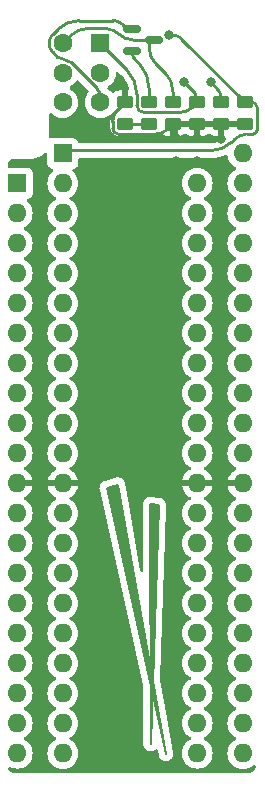
<source format=gbr>
%TF.GenerationSoftware,KiCad,Pcbnew,(6.0.6-1)-1*%
%TF.CreationDate,2022-07-19T12:23:47-04:00*%
%TF.ProjectId,tl866_27c322_adapter,746c3836-365f-4323-9763-3332325f6164,rev?*%
%TF.SameCoordinates,Original*%
%TF.FileFunction,Copper,L2,Bot*%
%TF.FilePolarity,Positive*%
%FSLAX46Y46*%
G04 Gerber Fmt 4.6, Leading zero omitted, Abs format (unit mm)*
G04 Created by KiCad (PCBNEW (6.0.6-1)-1) date 2022-07-19 12:23:47*
%MOMM*%
%LPD*%
G01*
G04 APERTURE LIST*
G04 Aperture macros list*
%AMRoundRect*
0 Rectangle with rounded corners*
0 $1 Rounding radius*
0 $2 $3 $4 $5 $6 $7 $8 $9 X,Y pos of 4 corners*
0 Add a 4 corners polygon primitive as box body*
4,1,4,$2,$3,$4,$5,$6,$7,$8,$9,$2,$3,0*
0 Add four circle primitives for the rounded corners*
1,1,$1+$1,$2,$3*
1,1,$1+$1,$4,$5*
1,1,$1+$1,$6,$7*
1,1,$1+$1,$8,$9*
0 Add four rect primitives between the rounded corners*
20,1,$1+$1,$2,$3,$4,$5,0*
20,1,$1+$1,$4,$5,$6,$7,0*
20,1,$1+$1,$6,$7,$8,$9,0*
20,1,$1+$1,$8,$9,$2,$3,0*%
G04 Aperture macros list end*
%TA.AperFunction,NonConductor*%
%ADD10C,0.200000*%
%TD*%
%TA.AperFunction,ComponentPad*%
%ADD11R,1.600000X1.600000*%
%TD*%
%TA.AperFunction,ComponentPad*%
%ADD12C,1.600000*%
%TD*%
%TA.AperFunction,ComponentPad*%
%ADD13O,1.600000X1.600000*%
%TD*%
%TA.AperFunction,SMDPad,CuDef*%
%ADD14RoundRect,0.250000X0.450000X-0.262500X0.450000X0.262500X-0.450000X0.262500X-0.450000X-0.262500X0*%
%TD*%
%TA.AperFunction,SMDPad,CuDef*%
%ADD15RoundRect,0.250000X-0.450000X0.262500X-0.450000X-0.262500X0.450000X-0.262500X0.450000X0.262500X0*%
%TD*%
%TA.AperFunction,SMDPad,CuDef*%
%ADD16RoundRect,0.150000X-0.587500X-0.150000X0.587500X-0.150000X0.587500X0.150000X-0.587500X0.150000X0*%
%TD*%
%TA.AperFunction,ViaPad*%
%ADD17C,0.800000*%
%TD*%
%TA.AperFunction,Conductor*%
%ADD18C,0.250000*%
%TD*%
G04 APERTURE END LIST*
D10*
G36*
X140540313Y-93942319D02*
G01*
X139859952Y-114198400D01*
X139854513Y-93840719D01*
X140540313Y-93942319D01*
G37*
X140540313Y-93942319D02*
X139859952Y-114198400D01*
X139854513Y-93840719D01*
X140540313Y-93942319D01*
G36*
X141146653Y-115032891D02*
G01*
X136142853Y-92503091D01*
X137082653Y-92223691D01*
X141146653Y-115032891D01*
G37*
X141146653Y-115032891D02*
X136142853Y-92503091D01*
X137082653Y-92223691D01*
X141146653Y-115032891D01*
D11*
%TO.P,SW2,1,A*%
%TO.N,Net-(R3-Pad2)*%
X135610400Y-54869500D03*
D12*
%TO.P,SW2,2,B*%
%TO.N,/A20*%
X135610400Y-57369500D03*
%TO.P,SW2,3,C*%
%TO.N,/{slash}BYTEVpp*%
X135610400Y-59869500D03*
%TO.P,SW2,4,A*%
%TO.N,Net-(Q1-Pad3)*%
X132410400Y-54869500D03*
%TO.P,SW2,5,B*%
%TO.N,/{slash}GVpp*%
X132410400Y-57369500D03*
%TO.P,SW2,6,C*%
%TO.N,/{slash}G*%
X132410400Y-59869500D03*
%TD*%
D11*
%TO.P,J1,1,Pin_1*%
%TO.N,/A18*%
X132435600Y-64185800D03*
D13*
%TO.P,J1,2,Pin_2*%
%TO.N,/A17*%
X132435600Y-66725800D03*
%TO.P,J1,3,Pin_3*%
%TO.N,/A7*%
X132435600Y-69265800D03*
%TO.P,J1,4,Pin_4*%
%TO.N,/A6*%
X132435600Y-71805800D03*
%TO.P,J1,5,Pin_5*%
%TO.N,/A5*%
X132435600Y-74345800D03*
%TO.P,J1,6,Pin_6*%
%TO.N,/A4*%
X132435600Y-76885800D03*
%TO.P,J1,7,Pin_7*%
%TO.N,/A3*%
X132435600Y-79425800D03*
%TO.P,J1,8,Pin_8*%
%TO.N,/A2*%
X132435600Y-81965800D03*
%TO.P,J1,9,Pin_9*%
%TO.N,/A1*%
X132435600Y-84505800D03*
%TO.P,J1,10,Pin_10*%
%TO.N,/A0*%
X132435600Y-87045800D03*
%TO.P,J1,11,Pin_11*%
%TO.N,/{slash}E*%
X132435600Y-89585800D03*
%TO.P,J1,12,Pin_12*%
%TO.N,GND*%
X132435600Y-92125800D03*
%TO.P,J1,13,Pin_13*%
%TO.N,/{slash}GVpp*%
X132435600Y-94665800D03*
%TO.P,J1,14,Pin_14*%
%TO.N,/Q0*%
X132435600Y-97205800D03*
%TO.P,J1,15,Pin_15*%
%TO.N,/Q8*%
X132435600Y-99745800D03*
%TO.P,J1,16,Pin_16*%
%TO.N,/Q1*%
X132435600Y-102285800D03*
%TO.P,J1,17,Pin_17*%
%TO.N,/Q9*%
X132435600Y-104825800D03*
%TO.P,J1,18,Pin_18*%
%TO.N,/Q2*%
X132435600Y-107365800D03*
%TO.P,J1,19,Pin_19*%
%TO.N,/Q10*%
X132435600Y-109905800D03*
%TO.P,J1,20,Pin_20*%
%TO.N,/Q3*%
X132435600Y-112445800D03*
%TO.P,J1,21,Pin_21*%
%TO.N,/Q11*%
X132435600Y-114985800D03*
%TO.P,J1,22,Pin_22*%
%TO.N,VCC*%
X147675600Y-114985800D03*
%TO.P,J1,23,Pin_23*%
%TO.N,/Q4*%
X147675600Y-112445800D03*
%TO.P,J1,24,Pin_24*%
%TO.N,/Q12*%
X147675600Y-109905800D03*
%TO.P,J1,25,Pin_25*%
%TO.N,/Q5*%
X147675600Y-107365800D03*
%TO.P,J1,26,Pin_26*%
%TO.N,/Q13*%
X147675600Y-104825800D03*
%TO.P,J1,27,Pin_27*%
%TO.N,/Q6*%
X147675600Y-102285800D03*
%TO.P,J1,28,Pin_28*%
%TO.N,/Q14*%
X147675600Y-99745800D03*
%TO.P,J1,29,Pin_29*%
%TO.N,/Q7*%
X147675600Y-97205800D03*
%TO.P,J1,30,Pin_30*%
%TO.N,/Q15*%
X147675600Y-94665800D03*
%TO.P,J1,31,Pin_31*%
%TO.N,GND*%
X147675600Y-92125800D03*
%TO.P,J1,32,Pin_32*%
%TO.N,/A20*%
X147675600Y-89585800D03*
%TO.P,J1,33,Pin_33*%
%TO.N,/A16*%
X147675600Y-87045800D03*
%TO.P,J1,34,Pin_34*%
%TO.N,/A15*%
X147675600Y-84505800D03*
%TO.P,J1,35,Pin_35*%
%TO.N,/A14*%
X147675600Y-81965800D03*
%TO.P,J1,36,Pin_36*%
%TO.N,/A13*%
X147675600Y-79425800D03*
%TO.P,J1,37,Pin_37*%
%TO.N,/A12*%
X147675600Y-76885800D03*
%TO.P,J1,38,Pin_38*%
%TO.N,/A11*%
X147675600Y-74345800D03*
%TO.P,J1,39,Pin_39*%
%TO.N,/A10*%
X147675600Y-71805800D03*
%TO.P,J1,40,Pin_40*%
%TO.N,/A9*%
X147675600Y-69265800D03*
%TO.P,J1,41,Pin_41*%
%TO.N,/A8*%
X147675600Y-66725800D03*
%TO.P,J1,42,Pin_42*%
%TO.N,/A19*%
X147675600Y-64185800D03*
%TD*%
D11*
%TO.P,J2,1,Pin_1*%
%TO.N,/A17*%
X128569800Y-66705400D03*
D13*
%TO.P,J2,2,Pin_2*%
%TO.N,/A7*%
X128569800Y-69245400D03*
%TO.P,J2,3,Pin_3*%
%TO.N,/A6*%
X128569800Y-71785400D03*
%TO.P,J2,4,Pin_4*%
%TO.N,/A5*%
X128569800Y-74325400D03*
%TO.P,J2,5,Pin_5*%
%TO.N,/A4*%
X128569800Y-76865400D03*
%TO.P,J2,6,Pin_6*%
%TO.N,/A3*%
X128569800Y-79405400D03*
%TO.P,J2,7,Pin_7*%
%TO.N,/A2*%
X128569800Y-81945400D03*
%TO.P,J2,8,Pin_8*%
%TO.N,/A1*%
X128569800Y-84485400D03*
%TO.P,J2,9,Pin_9*%
%TO.N,/A0*%
X128569800Y-87025400D03*
%TO.P,J2,10,Pin_10*%
%TO.N,/{slash}E*%
X128569800Y-89565400D03*
%TO.P,J2,11,Pin_11*%
%TO.N,GND*%
X128569800Y-92105400D03*
%TO.P,J2,12,Pin_12*%
%TO.N,/{slash}G*%
X128569800Y-94645400D03*
%TO.P,J2,13,Pin_13*%
%TO.N,/Q0*%
X128569800Y-97185400D03*
%TO.P,J2,14,Pin_14*%
%TO.N,/Q8*%
X128569800Y-99725400D03*
%TO.P,J2,15,Pin_15*%
%TO.N,/Q1*%
X128569800Y-102265400D03*
%TO.P,J2,16,Pin_16*%
%TO.N,/Q9*%
X128569800Y-104805400D03*
%TO.P,J2,17,Pin_17*%
%TO.N,/Q2*%
X128569800Y-107345400D03*
%TO.P,J2,18,Pin_18*%
%TO.N,/Q10*%
X128569800Y-109885400D03*
%TO.P,J2,19,Pin_19*%
%TO.N,/Q3*%
X128569800Y-112425400D03*
%TO.P,J2,20,Pin_20*%
%TO.N,/Q11*%
X128569800Y-114965400D03*
%TO.P,J2,21,Pin_21*%
%TO.N,VCC*%
X143809800Y-114965400D03*
%TO.P,J2,22,Pin_22*%
%TO.N,/Q4*%
X143809800Y-112425400D03*
%TO.P,J2,23,Pin_23*%
%TO.N,/Q12*%
X143809800Y-109885400D03*
%TO.P,J2,24,Pin_24*%
%TO.N,/Q5*%
X143809800Y-107345400D03*
%TO.P,J2,25,Pin_25*%
%TO.N,/Q13*%
X143809800Y-104805400D03*
%TO.P,J2,26,Pin_26*%
%TO.N,/Q6*%
X143809800Y-102265400D03*
%TO.P,J2,27,Pin_27*%
%TO.N,/Q14*%
X143809800Y-99725400D03*
%TO.P,J2,28,Pin_28*%
%TO.N,/Q7*%
X143809800Y-97185400D03*
%TO.P,J2,29,Pin_29*%
%TO.N,/Q15*%
X143809800Y-94645400D03*
%TO.P,J2,30,Pin_30*%
%TO.N,GND*%
X143809800Y-92105400D03*
%TO.P,J2,31,Pin_31*%
%TO.N,/{slash}BYTEVpp*%
X143809800Y-89565400D03*
%TO.P,J2,32,Pin_32*%
%TO.N,/A16*%
X143809800Y-87025400D03*
%TO.P,J2,33,Pin_33*%
%TO.N,/A15*%
X143809800Y-84485400D03*
%TO.P,J2,34,Pin_34*%
%TO.N,/A14*%
X143809800Y-81945400D03*
%TO.P,J2,35,Pin_35*%
%TO.N,/A13*%
X143809800Y-79405400D03*
%TO.P,J2,36,Pin_36*%
%TO.N,/A12*%
X143809800Y-76865400D03*
%TO.P,J2,37,Pin_37*%
%TO.N,/A11*%
X143809800Y-74325400D03*
%TO.P,J2,38,Pin_38*%
%TO.N,/A10*%
X143809800Y-71785400D03*
%TO.P,J2,39,Pin_39*%
%TO.N,/A9*%
X143809800Y-69245400D03*
%TO.P,J2,40,Pin_40*%
%TO.N,/A8*%
X143809800Y-66705400D03*
%TD*%
D14*
%TO.P,R4,1*%
%TO.N,GND*%
X145821400Y-61694700D03*
%TO.P,R4,2*%
%TO.N,/A19*%
X145821400Y-59869700D03*
%TD*%
%TO.P,R5,1*%
%TO.N,GND*%
X147853400Y-61694700D03*
%TO.P,R5,2*%
%TO.N,/A18*%
X147853400Y-59869700D03*
%TD*%
D15*
%TO.P,R1,1*%
%TO.N,Net-(Q1-Pad1)*%
X139725400Y-59869700D03*
%TO.P,R1,2*%
%TO.N,VCC*%
X139725400Y-61694700D03*
%TD*%
D14*
%TO.P,R2,1*%
%TO.N,GND*%
X141757400Y-61694700D03*
%TO.P,R2,2*%
%TO.N,Net-(Q1-Pad3)*%
X141757400Y-59869700D03*
%TD*%
%TO.P,R3,1*%
%TO.N,GND*%
X143789400Y-61694700D03*
%TO.P,R3,2*%
%TO.N,Net-(R3-Pad2)*%
X143789400Y-59869700D03*
%TD*%
D16*
%TO.P,Q1,1,B*%
%TO.N,Net-(Q1-Pad1)*%
X138279900Y-55534600D03*
%TO.P,Q1,2,E*%
%TO.N,/{slash}BYTEVpp*%
X138279900Y-53634600D03*
%TO.P,Q1,3,C*%
%TO.N,Net-(Q1-Pad3)*%
X140154900Y-54584600D03*
%TD*%
D15*
%TO.P,C1,1*%
%TO.N,GND*%
X137668000Y-59869700D03*
%TO.P,C1,2*%
%TO.N,VCC*%
X137668000Y-61694700D03*
%TD*%
D17*
%TO.N,GND*%
X143789400Y-64846200D03*
X141986000Y-64846200D03*
X145719800Y-93268800D03*
X145846800Y-62953300D03*
X145973800Y-64846200D03*
X145719800Y-90830400D03*
X130479800Y-91059000D03*
X143814800Y-62865000D03*
X142036800Y-62865000D03*
X132054600Y-62026800D03*
%TO.N,VCC*%
X137960700Y-61696600D03*
%TO.N,/A18*%
X141452476Y-54194719D03*
%TO.N,/A19*%
X144957800Y-58166000D03*
%TO.N,Net-(R3-Pad2)*%
X142671800Y-58166000D03*
%TD*%
D18*
%TO.N,GND*%
X143789400Y-62821639D02*
X143789400Y-61694700D01*
X142036052Y-62864252D02*
X142036800Y-62865000D01*
X136141193Y-61396508D02*
X136098524Y-61439175D01*
X136098524Y-61439175D02*
X136141192Y-61396506D01*
X134710045Y-62026800D02*
X132054600Y-62026800D01*
X136141193Y-61396508D02*
X136205201Y-61332509D01*
X143789400Y-92125800D02*
X143809800Y-92105400D01*
X145821400Y-62909939D02*
X145821400Y-61694700D01*
X137124432Y-60413267D02*
X136205195Y-61332503D01*
X136643480Y-62058578D02*
X136643480Y-61574390D01*
X136141192Y-61396506D02*
X136205195Y-61332503D01*
X140328517Y-62531720D02*
X137116621Y-62531720D01*
X137124432Y-60413267D02*
X137668000Y-59869700D01*
X136205201Y-61332509D02*
X136273574Y-61264156D01*
X143802100Y-62852300D02*
X143814800Y-62865000D01*
X142035305Y-62862447D02*
X142035305Y-62109069D01*
X141338890Y-62113210D02*
X141617700Y-61834400D01*
X145834100Y-62940600D02*
X145846800Y-62953300D01*
X136643480Y-61574390D02*
X136643474Y-61417396D01*
X136098524Y-61439175D02*
X136077190Y-61460510D01*
X136643456Y-61574390D02*
G75*
G02*
X137124432Y-60413267I1642044J-10D01*
G01*
X141338889Y-62113209D02*
G75*
G02*
X140328517Y-62531720I-1010389J1010409D01*
G01*
X142036067Y-62864237D02*
G75*
G02*
X142035305Y-62862447I1833J1837D01*
G01*
X136077160Y-61460480D02*
G75*
G02*
X134710045Y-62026800I-1367160J1367080D01*
G01*
X142035309Y-62109068D02*
G75*
G03*
X141897099Y-61834401I-496709J-77832D01*
G01*
X136782054Y-62393146D02*
G75*
G02*
X136643480Y-62058578I334546J334546D01*
G01*
X136141193Y-61396508D02*
G75*
G02*
X136141192Y-61396506I7J8D01*
G01*
X145834112Y-62940588D02*
G75*
G02*
X145821400Y-62909939I30688J30688D01*
G01*
X136205201Y-61332505D02*
G75*
G02*
X136205196Y-61332503I-1J5D01*
G01*
X137116621Y-62531711D02*
G75*
G02*
X136782060Y-62393140I-21J473111D01*
G01*
X141617701Y-61834401D02*
G75*
G02*
X141897099Y-61834401I139699J-139698D01*
G01*
X136643507Y-61417396D02*
G75*
G03*
X136273574Y-61264156I-216707J-4D01*
G01*
X143802112Y-62852288D02*
G75*
G02*
X143789400Y-62821639I30688J30688D01*
G01*
%TO.N,VCC*%
X137960700Y-61696600D02*
X137959750Y-61695650D01*
X137957456Y-61694700D02*
X137668000Y-61694700D01*
X139724450Y-61695650D02*
X139725400Y-61694700D01*
X137960700Y-61696600D02*
X139722156Y-61696600D01*
X137957456Y-61694719D02*
G75*
G02*
X137959749Y-61695651I44J-3181D01*
G01*
X139722156Y-61696581D02*
G75*
G03*
X139724449Y-61695649I44J3181D01*
G01*
%TO.N,/A18*%
X132562600Y-64058800D02*
X132435600Y-64185800D01*
X141829097Y-54194719D02*
X141452476Y-54194719D01*
X148878400Y-60272065D02*
X148878400Y-62200964D01*
X145044019Y-63931800D02*
X132869205Y-63931800D01*
X146941023Y-63007675D02*
X146704828Y-63243869D01*
X142472030Y-54461030D02*
X147843747Y-59832747D01*
X148476034Y-59869700D02*
X147867050Y-59869700D01*
X148031609Y-62555940D02*
X148523424Y-62555940D01*
X141829097Y-54194732D02*
G75*
G02*
X142472030Y-54461030I3J-909268D01*
G01*
X145044019Y-63931823D02*
G75*
G03*
X146704827Y-63243868I-19J2348723D01*
G01*
X148878414Y-60272065D02*
G75*
G03*
X148760550Y-59987550I-402414J-35D01*
G01*
X148476034Y-59869686D02*
G75*
G02*
X148760550Y-59987550I-34J-402414D01*
G01*
X147853421Y-59856050D02*
G75*
G03*
X147843746Y-59832748I-33021J-50D01*
G01*
X132562598Y-64058798D02*
G75*
G02*
X132869205Y-63931800I306602J-306602D01*
G01*
X148774410Y-62451950D02*
G75*
G02*
X148523424Y-62555940I-251010J250950D01*
G01*
X147867050Y-59869700D02*
G75*
G02*
X147853400Y-59856050I-50J13600D01*
G01*
X146941011Y-63007663D02*
G75*
G02*
X148031609Y-62555940I1090589J-1090637D01*
G01*
X148878367Y-62200964D02*
G75*
G02*
X148774430Y-62451970I-354967J-36D01*
G01*
%TO.N,/A19*%
X144957800Y-58166000D02*
X145524379Y-58732579D01*
X145821400Y-59449650D02*
X145821400Y-59869700D01*
X145524356Y-58732602D02*
G75*
G02*
X145821400Y-59449650I-717056J-717098D01*
G01*
%TO.N,/{slash}BYTEVpp*%
X135295631Y-58664431D02*
X133107428Y-56476228D01*
X132011599Y-53677999D02*
X131583347Y-54106252D01*
X138062399Y-53634600D02*
X138279900Y-53634600D01*
X135610400Y-59424350D02*
X135610400Y-59869500D01*
X137403135Y-53192837D02*
X137691101Y-53480803D01*
X133808740Y-52933600D02*
X136669378Y-52933600D01*
X131583347Y-55632747D02*
X131945571Y-55994971D01*
X133107437Y-56476219D02*
G75*
G03*
X132526500Y-56235600I-580937J-580981D01*
G01*
X135295659Y-58664403D02*
G75*
G02*
X135610400Y-59424350I-759959J-759897D01*
G01*
X137691100Y-53480804D02*
G75*
G03*
X138062399Y-53634600I371300J371304D01*
G01*
X131945562Y-55994980D02*
G75*
G03*
X132526500Y-56235600I580938J580980D01*
G01*
X131267201Y-54869500D02*
G75*
G02*
X131583347Y-54106252I1079399J0D01*
G01*
X131583346Y-55632748D02*
G75*
G02*
X131267200Y-54869500I763254J763248D01*
G01*
X136669378Y-52933613D02*
G75*
G02*
X137403135Y-53192837I-4978J-1182187D01*
G01*
X133808740Y-52933616D02*
G75*
G03*
X132011599Y-53677999I-40J-2541484D01*
G01*
%TO.N,Net-(Q1-Pad1)*%
X139725400Y-58640800D02*
X139725400Y-59869700D01*
X138279900Y-55752022D02*
X138279900Y-55534600D01*
X138433640Y-56123184D02*
X138972642Y-56662186D01*
X138972619Y-56662206D02*
G75*
G02*
X139725400Y-58640800I-2233319J-1982194D01*
G01*
X138279884Y-55752022D02*
G75*
G03*
X138433640Y-56123184I524916J22D01*
G01*
%TO.N,Net-(Q1-Pad3)*%
X139750800Y-54649847D02*
X139750800Y-55316586D01*
X134561866Y-53609200D02*
X136046248Y-53609200D01*
X138339751Y-54559200D02*
X139660152Y-54559200D01*
X133040550Y-54239350D02*
X132410400Y-54869500D01*
X141106074Y-57376146D02*
X140248805Y-56518877D01*
X141757400Y-58948586D02*
X141757400Y-59869700D01*
X139660152Y-54559249D02*
G75*
G02*
X139724250Y-54585750I48J-90651D01*
G01*
X139724235Y-54585765D02*
G75*
G02*
X139750800Y-54649847I-64135J-64135D01*
G01*
X137193014Y-54084186D02*
G75*
G03*
X138339751Y-54559200I1146786J1146786D01*
G01*
X137192986Y-54084214D02*
G75*
G03*
X136046248Y-53609200I-1146786J-1146786D01*
G01*
X140248797Y-56518885D02*
G75*
G02*
X139750800Y-55316586I1202303J1202285D01*
G01*
X141106074Y-57376146D02*
G75*
G02*
X141757400Y-58948586I-1572474J-1572454D01*
G01*
X134561866Y-53609187D02*
G75*
G03*
X133040551Y-54239351I34J-2151513D01*
G01*
%TO.N,Net-(R3-Pad2)*%
X143582182Y-59076382D02*
X142671800Y-58166000D01*
X137848748Y-57107848D02*
X135610400Y-54869500D01*
X138700880Y-59165076D02*
X138700880Y-60132198D01*
X143582182Y-60076917D02*
X143370889Y-60288209D01*
X142360517Y-60706720D02*
X139275401Y-60706720D01*
X143789431Y-59576650D02*
G75*
G03*
X143582182Y-59076382I-707531J-50D01*
G01*
X143370889Y-60288209D02*
G75*
G02*
X142360517Y-60706720I-1010389J1010409D01*
G01*
X139275401Y-60706719D02*
G75*
G02*
X138869153Y-60538446I-1J574519D01*
G01*
X138869153Y-60538446D02*
G75*
G02*
X138700880Y-60132198I406247J406246D01*
G01*
X137848740Y-57107856D02*
G75*
G02*
X138700880Y-59165076I-2057240J-2057244D01*
G01*
X143582161Y-60076896D02*
G75*
G03*
X143789400Y-59576650I-500261J500296D01*
G01*
%TD*%
%TA.AperFunction,Conductor*%
%TO.N,GND*%
G36*
X131036601Y-64073682D02*
G01*
X131096326Y-64112067D01*
X131125818Y-64176648D01*
X131127100Y-64194577D01*
X131127100Y-65033934D01*
X131133855Y-65096116D01*
X131184985Y-65232505D01*
X131272339Y-65349061D01*
X131388895Y-65436415D01*
X131525284Y-65487545D01*
X131536074Y-65488717D01*
X131538206Y-65489603D01*
X131540822Y-65490225D01*
X131540721Y-65490648D01*
X131601635Y-65515955D01*
X131642063Y-65574317D01*
X131644522Y-65645271D01*
X131608229Y-65706290D01*
X131599569Y-65713289D01*
X131595807Y-65716446D01*
X131591300Y-65719602D01*
X131429402Y-65881500D01*
X131298077Y-66069051D01*
X131295754Y-66074033D01*
X131295751Y-66074038D01*
X131203639Y-66271575D01*
X131201316Y-66276557D01*
X131142057Y-66497713D01*
X131122102Y-66725800D01*
X131142057Y-66953887D01*
X131201316Y-67175043D01*
X131203639Y-67180024D01*
X131203639Y-67180025D01*
X131295751Y-67377562D01*
X131295754Y-67377567D01*
X131298077Y-67382549D01*
X131301234Y-67387057D01*
X131415410Y-67550117D01*
X131429402Y-67570100D01*
X131591300Y-67731998D01*
X131595808Y-67735155D01*
X131595811Y-67735157D01*
X131630278Y-67759291D01*
X131778851Y-67863323D01*
X131783833Y-67865646D01*
X131783838Y-67865649D01*
X131818057Y-67881605D01*
X131871342Y-67928522D01*
X131890803Y-67996799D01*
X131870261Y-68064759D01*
X131818057Y-68109995D01*
X131783838Y-68125951D01*
X131783833Y-68125954D01*
X131778851Y-68128277D01*
X131673989Y-68201702D01*
X131595811Y-68256443D01*
X131595808Y-68256445D01*
X131591300Y-68259602D01*
X131429402Y-68421500D01*
X131298077Y-68609051D01*
X131295754Y-68614033D01*
X131295751Y-68614038D01*
X131203639Y-68811575D01*
X131201316Y-68816557D01*
X131142057Y-69037713D01*
X131122102Y-69265800D01*
X131142057Y-69493887D01*
X131201316Y-69715043D01*
X131203639Y-69720024D01*
X131203639Y-69720025D01*
X131295751Y-69917562D01*
X131295754Y-69917567D01*
X131298077Y-69922549D01*
X131301234Y-69927057D01*
X131415118Y-70089700D01*
X131429402Y-70110100D01*
X131591300Y-70271998D01*
X131595808Y-70275155D01*
X131595811Y-70275157D01*
X131608666Y-70284158D01*
X131778851Y-70403323D01*
X131783833Y-70405646D01*
X131783838Y-70405649D01*
X131818057Y-70421605D01*
X131871342Y-70468522D01*
X131890803Y-70536799D01*
X131870261Y-70604759D01*
X131818057Y-70649995D01*
X131783838Y-70665951D01*
X131783833Y-70665954D01*
X131778851Y-70668277D01*
X131673989Y-70741702D01*
X131595811Y-70796443D01*
X131595808Y-70796445D01*
X131591300Y-70799602D01*
X131429402Y-70961500D01*
X131298077Y-71149051D01*
X131295754Y-71154033D01*
X131295751Y-71154038D01*
X131203639Y-71351575D01*
X131201316Y-71356557D01*
X131142057Y-71577713D01*
X131122102Y-71805800D01*
X131142057Y-72033887D01*
X131201316Y-72255043D01*
X131203639Y-72260024D01*
X131203639Y-72260025D01*
X131295751Y-72457562D01*
X131295754Y-72457567D01*
X131298077Y-72462549D01*
X131301234Y-72467057D01*
X131415118Y-72629700D01*
X131429402Y-72650100D01*
X131591300Y-72811998D01*
X131595808Y-72815155D01*
X131595811Y-72815157D01*
X131608666Y-72824158D01*
X131778851Y-72943323D01*
X131783833Y-72945646D01*
X131783838Y-72945649D01*
X131818057Y-72961605D01*
X131871342Y-73008522D01*
X131890803Y-73076799D01*
X131870261Y-73144759D01*
X131818057Y-73189995D01*
X131783838Y-73205951D01*
X131783833Y-73205954D01*
X131778851Y-73208277D01*
X131673989Y-73281702D01*
X131595811Y-73336443D01*
X131595808Y-73336445D01*
X131591300Y-73339602D01*
X131429402Y-73501500D01*
X131298077Y-73689051D01*
X131295754Y-73694033D01*
X131295751Y-73694038D01*
X131203639Y-73891575D01*
X131201316Y-73896557D01*
X131142057Y-74117713D01*
X131122102Y-74345800D01*
X131142057Y-74573887D01*
X131201316Y-74795043D01*
X131203639Y-74800024D01*
X131203639Y-74800025D01*
X131295751Y-74997562D01*
X131295754Y-74997567D01*
X131298077Y-75002549D01*
X131301234Y-75007057D01*
X131415118Y-75169700D01*
X131429402Y-75190100D01*
X131591300Y-75351998D01*
X131595808Y-75355155D01*
X131595811Y-75355157D01*
X131608666Y-75364158D01*
X131778851Y-75483323D01*
X131783833Y-75485646D01*
X131783838Y-75485649D01*
X131818057Y-75501605D01*
X131871342Y-75548522D01*
X131890803Y-75616799D01*
X131870261Y-75684759D01*
X131818057Y-75729995D01*
X131783838Y-75745951D01*
X131783833Y-75745954D01*
X131778851Y-75748277D01*
X131673989Y-75821702D01*
X131595811Y-75876443D01*
X131595808Y-75876445D01*
X131591300Y-75879602D01*
X131429402Y-76041500D01*
X131298077Y-76229051D01*
X131295754Y-76234033D01*
X131295751Y-76234038D01*
X131203639Y-76431575D01*
X131201316Y-76436557D01*
X131142057Y-76657713D01*
X131122102Y-76885800D01*
X131142057Y-77113887D01*
X131201316Y-77335043D01*
X131203639Y-77340024D01*
X131203639Y-77340025D01*
X131295751Y-77537562D01*
X131295754Y-77537567D01*
X131298077Y-77542549D01*
X131301234Y-77547057D01*
X131415118Y-77709700D01*
X131429402Y-77730100D01*
X131591300Y-77891998D01*
X131595808Y-77895155D01*
X131595811Y-77895157D01*
X131608666Y-77904158D01*
X131778851Y-78023323D01*
X131783833Y-78025646D01*
X131783838Y-78025649D01*
X131818057Y-78041605D01*
X131871342Y-78088522D01*
X131890803Y-78156799D01*
X131870261Y-78224759D01*
X131818057Y-78269995D01*
X131783838Y-78285951D01*
X131783833Y-78285954D01*
X131778851Y-78288277D01*
X131673989Y-78361702D01*
X131595811Y-78416443D01*
X131595808Y-78416445D01*
X131591300Y-78419602D01*
X131429402Y-78581500D01*
X131298077Y-78769051D01*
X131295754Y-78774033D01*
X131295751Y-78774038D01*
X131203639Y-78971575D01*
X131201316Y-78976557D01*
X131142057Y-79197713D01*
X131122102Y-79425800D01*
X131142057Y-79653887D01*
X131201316Y-79875043D01*
X131203639Y-79880024D01*
X131203639Y-79880025D01*
X131295751Y-80077562D01*
X131295754Y-80077567D01*
X131298077Y-80082549D01*
X131301234Y-80087057D01*
X131415118Y-80249700D01*
X131429402Y-80270100D01*
X131591300Y-80431998D01*
X131595808Y-80435155D01*
X131595811Y-80435157D01*
X131608666Y-80444158D01*
X131778851Y-80563323D01*
X131783833Y-80565646D01*
X131783838Y-80565649D01*
X131818057Y-80581605D01*
X131871342Y-80628522D01*
X131890803Y-80696799D01*
X131870261Y-80764759D01*
X131818057Y-80809995D01*
X131783838Y-80825951D01*
X131783833Y-80825954D01*
X131778851Y-80828277D01*
X131673989Y-80901702D01*
X131595811Y-80956443D01*
X131595808Y-80956445D01*
X131591300Y-80959602D01*
X131429402Y-81121500D01*
X131298077Y-81309051D01*
X131295754Y-81314033D01*
X131295751Y-81314038D01*
X131203639Y-81511575D01*
X131201316Y-81516557D01*
X131142057Y-81737713D01*
X131122102Y-81965800D01*
X131142057Y-82193887D01*
X131201316Y-82415043D01*
X131203639Y-82420024D01*
X131203639Y-82420025D01*
X131295751Y-82617562D01*
X131295754Y-82617567D01*
X131298077Y-82622549D01*
X131301234Y-82627057D01*
X131415118Y-82789700D01*
X131429402Y-82810100D01*
X131591300Y-82971998D01*
X131595808Y-82975155D01*
X131595811Y-82975157D01*
X131608666Y-82984158D01*
X131778851Y-83103323D01*
X131783833Y-83105646D01*
X131783838Y-83105649D01*
X131818057Y-83121605D01*
X131871342Y-83168522D01*
X131890803Y-83236799D01*
X131870261Y-83304759D01*
X131818057Y-83349995D01*
X131783838Y-83365951D01*
X131783833Y-83365954D01*
X131778851Y-83368277D01*
X131673989Y-83441702D01*
X131595811Y-83496443D01*
X131595808Y-83496445D01*
X131591300Y-83499602D01*
X131429402Y-83661500D01*
X131298077Y-83849051D01*
X131295754Y-83854033D01*
X131295751Y-83854038D01*
X131203639Y-84051575D01*
X131201316Y-84056557D01*
X131142057Y-84277713D01*
X131122102Y-84505800D01*
X131142057Y-84733887D01*
X131201316Y-84955043D01*
X131203639Y-84960024D01*
X131203639Y-84960025D01*
X131295751Y-85157562D01*
X131295754Y-85157567D01*
X131298077Y-85162549D01*
X131301234Y-85167057D01*
X131415118Y-85329700D01*
X131429402Y-85350100D01*
X131591300Y-85511998D01*
X131595808Y-85515155D01*
X131595811Y-85515157D01*
X131608666Y-85524158D01*
X131778851Y-85643323D01*
X131783833Y-85645646D01*
X131783838Y-85645649D01*
X131818057Y-85661605D01*
X131871342Y-85708522D01*
X131890803Y-85776799D01*
X131870261Y-85844759D01*
X131818057Y-85889995D01*
X131783838Y-85905951D01*
X131783833Y-85905954D01*
X131778851Y-85908277D01*
X131673989Y-85981702D01*
X131595811Y-86036443D01*
X131595808Y-86036445D01*
X131591300Y-86039602D01*
X131429402Y-86201500D01*
X131298077Y-86389051D01*
X131295754Y-86394033D01*
X131295751Y-86394038D01*
X131203639Y-86591575D01*
X131201316Y-86596557D01*
X131142057Y-86817713D01*
X131122102Y-87045800D01*
X131142057Y-87273887D01*
X131201316Y-87495043D01*
X131203639Y-87500024D01*
X131203639Y-87500025D01*
X131295751Y-87697562D01*
X131295754Y-87697567D01*
X131298077Y-87702549D01*
X131301234Y-87707057D01*
X131415118Y-87869700D01*
X131429402Y-87890100D01*
X131591300Y-88051998D01*
X131595808Y-88055155D01*
X131595811Y-88055157D01*
X131608666Y-88064158D01*
X131778851Y-88183323D01*
X131783833Y-88185646D01*
X131783838Y-88185649D01*
X131818057Y-88201605D01*
X131871342Y-88248522D01*
X131890803Y-88316799D01*
X131870261Y-88384759D01*
X131818057Y-88429995D01*
X131783838Y-88445951D01*
X131783833Y-88445954D01*
X131778851Y-88448277D01*
X131673989Y-88521702D01*
X131595811Y-88576443D01*
X131595808Y-88576445D01*
X131591300Y-88579602D01*
X131429402Y-88741500D01*
X131298077Y-88929051D01*
X131295754Y-88934033D01*
X131295751Y-88934038D01*
X131203639Y-89131575D01*
X131201316Y-89136557D01*
X131142057Y-89357713D01*
X131122102Y-89585800D01*
X131142057Y-89813887D01*
X131201316Y-90035043D01*
X131203639Y-90040024D01*
X131203639Y-90040025D01*
X131295751Y-90237562D01*
X131295754Y-90237567D01*
X131298077Y-90242549D01*
X131301234Y-90247057D01*
X131415118Y-90409700D01*
X131429402Y-90430100D01*
X131591300Y-90591998D01*
X131595808Y-90595155D01*
X131595811Y-90595157D01*
X131608666Y-90604158D01*
X131778851Y-90723323D01*
X131783833Y-90725646D01*
X131783838Y-90725649D01*
X131818649Y-90741881D01*
X131871934Y-90788798D01*
X131891395Y-90857075D01*
X131870853Y-90925035D01*
X131818649Y-90970271D01*
X131784089Y-90986386D01*
X131774593Y-90991869D01*
X131596133Y-91116828D01*
X131587725Y-91123884D01*
X131433684Y-91277925D01*
X131426628Y-91286333D01*
X131301669Y-91464793D01*
X131296186Y-91474289D01*
X131204110Y-91671747D01*
X131200364Y-91682039D01*
X131154206Y-91854303D01*
X131154542Y-91868399D01*
X131162484Y-91871800D01*
X133703567Y-91871800D01*
X133717098Y-91867827D01*
X133718327Y-91859278D01*
X133670836Y-91682039D01*
X133667090Y-91671747D01*
X133575014Y-91474289D01*
X133569531Y-91464793D01*
X133444572Y-91286333D01*
X133437516Y-91277925D01*
X133283475Y-91123884D01*
X133275067Y-91116828D01*
X133096607Y-90991869D01*
X133087111Y-90986386D01*
X133052551Y-90970271D01*
X132999266Y-90923354D01*
X132979805Y-90855077D01*
X133000347Y-90787117D01*
X133052551Y-90741881D01*
X133087362Y-90725649D01*
X133087367Y-90725646D01*
X133092349Y-90723323D01*
X133262534Y-90604158D01*
X133275389Y-90595157D01*
X133275392Y-90595155D01*
X133279900Y-90591998D01*
X133441798Y-90430100D01*
X133456083Y-90409700D01*
X133569966Y-90247057D01*
X133573123Y-90242549D01*
X133575446Y-90237567D01*
X133575449Y-90237562D01*
X133667561Y-90040025D01*
X133667561Y-90040024D01*
X133669884Y-90035043D01*
X133729143Y-89813887D01*
X133749098Y-89585800D01*
X133747313Y-89565400D01*
X142496302Y-89565400D01*
X142516257Y-89793487D01*
X142575516Y-90014643D01*
X142577839Y-90019624D01*
X142577839Y-90019625D01*
X142669951Y-90217162D01*
X142669954Y-90217167D01*
X142672277Y-90222149D01*
X142803602Y-90409700D01*
X142965500Y-90571598D01*
X142970008Y-90574755D01*
X142970011Y-90574757D01*
X143012000Y-90604158D01*
X143153051Y-90702923D01*
X143158033Y-90705246D01*
X143158038Y-90705249D01*
X143192849Y-90721481D01*
X143246134Y-90768398D01*
X143265595Y-90836675D01*
X143245053Y-90904635D01*
X143192849Y-90949871D01*
X143158289Y-90965986D01*
X143148793Y-90971469D01*
X142970333Y-91096428D01*
X142961925Y-91103484D01*
X142807884Y-91257525D01*
X142800828Y-91265933D01*
X142675869Y-91444393D01*
X142670386Y-91453889D01*
X142578310Y-91651347D01*
X142574564Y-91661639D01*
X142528406Y-91833903D01*
X142528742Y-91847999D01*
X142536684Y-91851400D01*
X145077767Y-91851400D01*
X145091298Y-91847427D01*
X145092527Y-91838878D01*
X145045036Y-91661639D01*
X145041290Y-91651347D01*
X144949214Y-91453889D01*
X144943731Y-91444393D01*
X144818772Y-91265933D01*
X144811716Y-91257525D01*
X144657675Y-91103484D01*
X144649267Y-91096428D01*
X144470807Y-90971469D01*
X144461311Y-90965986D01*
X144426751Y-90949871D01*
X144373466Y-90902954D01*
X144354005Y-90834677D01*
X144374547Y-90766717D01*
X144426751Y-90721481D01*
X144461562Y-90705249D01*
X144461567Y-90705246D01*
X144466549Y-90702923D01*
X144607600Y-90604158D01*
X144649589Y-90574757D01*
X144649592Y-90574755D01*
X144654100Y-90571598D01*
X144815998Y-90409700D01*
X144947323Y-90222149D01*
X144949646Y-90217167D01*
X144949649Y-90217162D01*
X145041761Y-90019625D01*
X145041761Y-90019624D01*
X145044084Y-90014643D01*
X145103343Y-89793487D01*
X145123298Y-89565400D01*
X145103343Y-89337313D01*
X145044084Y-89116157D01*
X145041761Y-89111175D01*
X144949649Y-88913638D01*
X144949646Y-88913633D01*
X144947323Y-88908651D01*
X144833441Y-88746011D01*
X144819157Y-88725611D01*
X144819155Y-88725608D01*
X144815998Y-88721100D01*
X144654100Y-88559202D01*
X144649592Y-88556045D01*
X144649589Y-88556043D01*
X144571411Y-88501302D01*
X144466549Y-88427877D01*
X144461567Y-88425554D01*
X144461562Y-88425551D01*
X144427343Y-88409595D01*
X144374058Y-88362678D01*
X144354597Y-88294401D01*
X144375139Y-88226441D01*
X144427343Y-88181205D01*
X144461562Y-88165249D01*
X144461567Y-88165246D01*
X144466549Y-88162923D01*
X144607600Y-88064158D01*
X144649589Y-88034757D01*
X144649592Y-88034755D01*
X144654100Y-88031598D01*
X144815998Y-87869700D01*
X144947323Y-87682149D01*
X144949646Y-87677167D01*
X144949649Y-87677162D01*
X145041761Y-87479625D01*
X145041761Y-87479624D01*
X145044084Y-87474643D01*
X145103343Y-87253487D01*
X145123298Y-87025400D01*
X145103343Y-86797313D01*
X145044084Y-86576157D01*
X145041761Y-86571175D01*
X144949649Y-86373638D01*
X144949646Y-86373633D01*
X144947323Y-86368651D01*
X144833441Y-86206011D01*
X144819157Y-86185611D01*
X144819155Y-86185608D01*
X144815998Y-86181100D01*
X144654100Y-86019202D01*
X144649592Y-86016045D01*
X144649589Y-86016043D01*
X144571411Y-85961302D01*
X144466549Y-85887877D01*
X144461567Y-85885554D01*
X144461562Y-85885551D01*
X144427343Y-85869595D01*
X144374058Y-85822678D01*
X144354597Y-85754401D01*
X144375139Y-85686441D01*
X144427343Y-85641205D01*
X144461562Y-85625249D01*
X144461567Y-85625246D01*
X144466549Y-85622923D01*
X144607600Y-85524158D01*
X144649589Y-85494757D01*
X144649592Y-85494755D01*
X144654100Y-85491598D01*
X144815998Y-85329700D01*
X144947323Y-85142149D01*
X144949646Y-85137167D01*
X144949649Y-85137162D01*
X145041761Y-84939625D01*
X145041761Y-84939624D01*
X145044084Y-84934643D01*
X145103343Y-84713487D01*
X145123298Y-84485400D01*
X145103343Y-84257313D01*
X145044084Y-84036157D01*
X145041761Y-84031175D01*
X144949649Y-83833638D01*
X144949646Y-83833633D01*
X144947323Y-83828651D01*
X144833441Y-83666011D01*
X144819157Y-83645611D01*
X144819155Y-83645608D01*
X144815998Y-83641100D01*
X144654100Y-83479202D01*
X144649592Y-83476045D01*
X144649589Y-83476043D01*
X144571411Y-83421302D01*
X144466549Y-83347877D01*
X144461567Y-83345554D01*
X144461562Y-83345551D01*
X144427343Y-83329595D01*
X144374058Y-83282678D01*
X144354597Y-83214401D01*
X144375139Y-83146441D01*
X144427343Y-83101205D01*
X144461562Y-83085249D01*
X144461567Y-83085246D01*
X144466549Y-83082923D01*
X144607600Y-82984158D01*
X144649589Y-82954757D01*
X144649592Y-82954755D01*
X144654100Y-82951598D01*
X144815998Y-82789700D01*
X144947323Y-82602149D01*
X144949646Y-82597167D01*
X144949649Y-82597162D01*
X145041761Y-82399625D01*
X145041761Y-82399624D01*
X145044084Y-82394643D01*
X145103343Y-82173487D01*
X145123298Y-81945400D01*
X145103343Y-81717313D01*
X145044084Y-81496157D01*
X145041761Y-81491175D01*
X144949649Y-81293638D01*
X144949646Y-81293633D01*
X144947323Y-81288651D01*
X144833441Y-81126011D01*
X144819157Y-81105611D01*
X144819155Y-81105608D01*
X144815998Y-81101100D01*
X144654100Y-80939202D01*
X144649592Y-80936045D01*
X144649589Y-80936043D01*
X144571411Y-80881302D01*
X144466549Y-80807877D01*
X144461567Y-80805554D01*
X144461562Y-80805551D01*
X144427343Y-80789595D01*
X144374058Y-80742678D01*
X144354597Y-80674401D01*
X144375139Y-80606441D01*
X144427343Y-80561205D01*
X144461562Y-80545249D01*
X144461567Y-80545246D01*
X144466549Y-80542923D01*
X144607600Y-80444158D01*
X144649589Y-80414757D01*
X144649592Y-80414755D01*
X144654100Y-80411598D01*
X144815998Y-80249700D01*
X144947323Y-80062149D01*
X144949646Y-80057167D01*
X144949649Y-80057162D01*
X145041761Y-79859625D01*
X145041761Y-79859624D01*
X145044084Y-79854643D01*
X145103343Y-79633487D01*
X145123298Y-79405400D01*
X145103343Y-79177313D01*
X145044084Y-78956157D01*
X145041761Y-78951175D01*
X144949649Y-78753638D01*
X144949646Y-78753633D01*
X144947323Y-78748651D01*
X144833441Y-78586011D01*
X144819157Y-78565611D01*
X144819155Y-78565608D01*
X144815998Y-78561100D01*
X144654100Y-78399202D01*
X144649592Y-78396045D01*
X144649589Y-78396043D01*
X144571411Y-78341302D01*
X144466549Y-78267877D01*
X144461567Y-78265554D01*
X144461562Y-78265551D01*
X144427343Y-78249595D01*
X144374058Y-78202678D01*
X144354597Y-78134401D01*
X144375139Y-78066441D01*
X144427343Y-78021205D01*
X144461562Y-78005249D01*
X144461567Y-78005246D01*
X144466549Y-78002923D01*
X144607600Y-77904158D01*
X144649589Y-77874757D01*
X144649592Y-77874755D01*
X144654100Y-77871598D01*
X144815998Y-77709700D01*
X144947323Y-77522149D01*
X144949646Y-77517167D01*
X144949649Y-77517162D01*
X145041761Y-77319625D01*
X145041761Y-77319624D01*
X145044084Y-77314643D01*
X145103343Y-77093487D01*
X145123298Y-76865400D01*
X145103343Y-76637313D01*
X145044084Y-76416157D01*
X145041761Y-76411175D01*
X144949649Y-76213638D01*
X144949646Y-76213633D01*
X144947323Y-76208651D01*
X144833441Y-76046011D01*
X144819157Y-76025611D01*
X144819155Y-76025608D01*
X144815998Y-76021100D01*
X144654100Y-75859202D01*
X144649592Y-75856045D01*
X144649589Y-75856043D01*
X144571411Y-75801302D01*
X144466549Y-75727877D01*
X144461567Y-75725554D01*
X144461562Y-75725551D01*
X144427343Y-75709595D01*
X144374058Y-75662678D01*
X144354597Y-75594401D01*
X144375139Y-75526441D01*
X144427343Y-75481205D01*
X144461562Y-75465249D01*
X144461567Y-75465246D01*
X144466549Y-75462923D01*
X144607600Y-75364158D01*
X144649589Y-75334757D01*
X144649592Y-75334755D01*
X144654100Y-75331598D01*
X144815998Y-75169700D01*
X144947323Y-74982149D01*
X144949646Y-74977167D01*
X144949649Y-74977162D01*
X145041761Y-74779625D01*
X145041761Y-74779624D01*
X145044084Y-74774643D01*
X145103343Y-74553487D01*
X145123298Y-74325400D01*
X145103343Y-74097313D01*
X145044084Y-73876157D01*
X145041761Y-73871175D01*
X144949649Y-73673638D01*
X144949646Y-73673633D01*
X144947323Y-73668651D01*
X144833441Y-73506011D01*
X144819157Y-73485611D01*
X144819155Y-73485608D01*
X144815998Y-73481100D01*
X144654100Y-73319202D01*
X144649592Y-73316045D01*
X144649589Y-73316043D01*
X144571411Y-73261302D01*
X144466549Y-73187877D01*
X144461567Y-73185554D01*
X144461562Y-73185551D01*
X144427343Y-73169595D01*
X144374058Y-73122678D01*
X144354597Y-73054401D01*
X144375139Y-72986441D01*
X144427343Y-72941205D01*
X144461562Y-72925249D01*
X144461567Y-72925246D01*
X144466549Y-72922923D01*
X144607600Y-72824158D01*
X144649589Y-72794757D01*
X144649592Y-72794755D01*
X144654100Y-72791598D01*
X144815998Y-72629700D01*
X144947323Y-72442149D01*
X144949646Y-72437167D01*
X144949649Y-72437162D01*
X145041761Y-72239625D01*
X145041761Y-72239624D01*
X145044084Y-72234643D01*
X145103343Y-72013487D01*
X145123298Y-71785400D01*
X145103343Y-71557313D01*
X145044084Y-71336157D01*
X145041761Y-71331175D01*
X144949649Y-71133638D01*
X144949646Y-71133633D01*
X144947323Y-71128651D01*
X144833441Y-70966011D01*
X144819157Y-70945611D01*
X144819155Y-70945608D01*
X144815998Y-70941100D01*
X144654100Y-70779202D01*
X144649592Y-70776045D01*
X144649589Y-70776043D01*
X144571411Y-70721302D01*
X144466549Y-70647877D01*
X144461567Y-70645554D01*
X144461562Y-70645551D01*
X144427343Y-70629595D01*
X144374058Y-70582678D01*
X144354597Y-70514401D01*
X144375139Y-70446441D01*
X144427343Y-70401205D01*
X144461562Y-70385249D01*
X144461567Y-70385246D01*
X144466549Y-70382923D01*
X144607600Y-70284158D01*
X144649589Y-70254757D01*
X144649592Y-70254755D01*
X144654100Y-70251598D01*
X144815998Y-70089700D01*
X144947323Y-69902149D01*
X144949646Y-69897167D01*
X144949649Y-69897162D01*
X145041761Y-69699625D01*
X145041761Y-69699624D01*
X145044084Y-69694643D01*
X145103343Y-69473487D01*
X145123298Y-69245400D01*
X145103343Y-69017313D01*
X145044084Y-68796157D01*
X145041761Y-68791175D01*
X144949649Y-68593638D01*
X144949646Y-68593633D01*
X144947323Y-68588651D01*
X144833441Y-68426011D01*
X144819157Y-68405611D01*
X144819155Y-68405608D01*
X144815998Y-68401100D01*
X144654100Y-68239202D01*
X144649592Y-68236045D01*
X144649589Y-68236043D01*
X144571411Y-68181302D01*
X144466549Y-68107877D01*
X144461567Y-68105554D01*
X144461562Y-68105551D01*
X144427343Y-68089595D01*
X144374058Y-68042678D01*
X144354597Y-67974401D01*
X144375139Y-67906441D01*
X144427343Y-67861205D01*
X144461562Y-67845249D01*
X144461567Y-67845246D01*
X144466549Y-67842923D01*
X144608258Y-67743697D01*
X144649589Y-67714757D01*
X144649592Y-67714755D01*
X144654100Y-67711598D01*
X144815998Y-67549700D01*
X144947323Y-67362149D01*
X144949646Y-67357167D01*
X144949649Y-67357162D01*
X145041761Y-67159625D01*
X145041761Y-67159624D01*
X145044084Y-67154643D01*
X145103343Y-66933487D01*
X145123298Y-66705400D01*
X145103343Y-66477313D01*
X145044084Y-66256157D01*
X145041761Y-66251175D01*
X144949649Y-66053638D01*
X144949646Y-66053633D01*
X144947323Y-66048651D01*
X144833441Y-65886011D01*
X144819157Y-65865611D01*
X144819155Y-65865608D01*
X144815998Y-65861100D01*
X144654100Y-65699202D01*
X144649592Y-65696045D01*
X144649589Y-65696043D01*
X144571411Y-65641302D01*
X144466549Y-65567877D01*
X144461567Y-65565554D01*
X144461562Y-65565551D01*
X144264025Y-65473439D01*
X144264024Y-65473439D01*
X144259043Y-65471116D01*
X144253735Y-65469694D01*
X144253733Y-65469693D01*
X144043202Y-65413281D01*
X144043200Y-65413281D01*
X144037887Y-65411857D01*
X143809800Y-65391902D01*
X143581713Y-65411857D01*
X143576400Y-65413281D01*
X143576398Y-65413281D01*
X143365867Y-65469693D01*
X143365865Y-65469694D01*
X143360557Y-65471116D01*
X143355576Y-65473439D01*
X143355575Y-65473439D01*
X143158038Y-65565551D01*
X143158033Y-65565554D01*
X143153051Y-65567877D01*
X143048189Y-65641302D01*
X142970011Y-65696043D01*
X142970008Y-65696045D01*
X142965500Y-65699202D01*
X142803602Y-65861100D01*
X142800445Y-65865608D01*
X142800443Y-65865611D01*
X142786159Y-65886011D01*
X142672277Y-66048651D01*
X142669954Y-66053633D01*
X142669951Y-66053638D01*
X142577839Y-66251175D01*
X142575516Y-66256157D01*
X142516257Y-66477313D01*
X142496302Y-66705400D01*
X142516257Y-66933487D01*
X142575516Y-67154643D01*
X142577839Y-67159624D01*
X142577839Y-67159625D01*
X142669951Y-67357162D01*
X142669954Y-67357167D01*
X142672277Y-67362149D01*
X142803602Y-67549700D01*
X142965500Y-67711598D01*
X142970008Y-67714755D01*
X142970011Y-67714757D01*
X143011342Y-67743697D01*
X143153051Y-67842923D01*
X143158033Y-67845246D01*
X143158038Y-67845249D01*
X143192257Y-67861205D01*
X143245542Y-67908122D01*
X143265003Y-67976399D01*
X143244461Y-68044359D01*
X143192257Y-68089595D01*
X143158038Y-68105551D01*
X143158033Y-68105554D01*
X143153051Y-68107877D01*
X143048189Y-68181302D01*
X142970011Y-68236043D01*
X142970008Y-68236045D01*
X142965500Y-68239202D01*
X142803602Y-68401100D01*
X142800445Y-68405608D01*
X142800443Y-68405611D01*
X142786159Y-68426011D01*
X142672277Y-68588651D01*
X142669954Y-68593633D01*
X142669951Y-68593638D01*
X142577839Y-68791175D01*
X142575516Y-68796157D01*
X142516257Y-69017313D01*
X142496302Y-69245400D01*
X142516257Y-69473487D01*
X142575516Y-69694643D01*
X142577839Y-69699624D01*
X142577839Y-69699625D01*
X142669951Y-69897162D01*
X142669954Y-69897167D01*
X142672277Y-69902149D01*
X142803602Y-70089700D01*
X142965500Y-70251598D01*
X142970008Y-70254755D01*
X142970011Y-70254757D01*
X143012000Y-70284158D01*
X143153051Y-70382923D01*
X143158033Y-70385246D01*
X143158038Y-70385249D01*
X143192257Y-70401205D01*
X143245542Y-70448122D01*
X143265003Y-70516399D01*
X143244461Y-70584359D01*
X143192257Y-70629595D01*
X143158038Y-70645551D01*
X143158033Y-70645554D01*
X143153051Y-70647877D01*
X143048189Y-70721302D01*
X142970011Y-70776043D01*
X142970008Y-70776045D01*
X142965500Y-70779202D01*
X142803602Y-70941100D01*
X142800445Y-70945608D01*
X142800443Y-70945611D01*
X142786159Y-70966011D01*
X142672277Y-71128651D01*
X142669954Y-71133633D01*
X142669951Y-71133638D01*
X142577839Y-71331175D01*
X142575516Y-71336157D01*
X142516257Y-71557313D01*
X142496302Y-71785400D01*
X142516257Y-72013487D01*
X142575516Y-72234643D01*
X142577839Y-72239624D01*
X142577839Y-72239625D01*
X142669951Y-72437162D01*
X142669954Y-72437167D01*
X142672277Y-72442149D01*
X142803602Y-72629700D01*
X142965500Y-72791598D01*
X142970008Y-72794755D01*
X142970011Y-72794757D01*
X143012000Y-72824158D01*
X143153051Y-72922923D01*
X143158033Y-72925246D01*
X143158038Y-72925249D01*
X143192257Y-72941205D01*
X143245542Y-72988122D01*
X143265003Y-73056399D01*
X143244461Y-73124359D01*
X143192257Y-73169595D01*
X143158038Y-73185551D01*
X143158033Y-73185554D01*
X143153051Y-73187877D01*
X143048189Y-73261302D01*
X142970011Y-73316043D01*
X142970008Y-73316045D01*
X142965500Y-73319202D01*
X142803602Y-73481100D01*
X142800445Y-73485608D01*
X142800443Y-73485611D01*
X142786159Y-73506011D01*
X142672277Y-73668651D01*
X142669954Y-73673633D01*
X142669951Y-73673638D01*
X142577839Y-73871175D01*
X142575516Y-73876157D01*
X142516257Y-74097313D01*
X142496302Y-74325400D01*
X142516257Y-74553487D01*
X142575516Y-74774643D01*
X142577839Y-74779624D01*
X142577839Y-74779625D01*
X142669951Y-74977162D01*
X142669954Y-74977167D01*
X142672277Y-74982149D01*
X142803602Y-75169700D01*
X142965500Y-75331598D01*
X142970008Y-75334755D01*
X142970011Y-75334757D01*
X143012000Y-75364158D01*
X143153051Y-75462923D01*
X143158033Y-75465246D01*
X143158038Y-75465249D01*
X143192257Y-75481205D01*
X143245542Y-75528122D01*
X143265003Y-75596399D01*
X143244461Y-75664359D01*
X143192257Y-75709595D01*
X143158038Y-75725551D01*
X143158033Y-75725554D01*
X143153051Y-75727877D01*
X143048189Y-75801302D01*
X142970011Y-75856043D01*
X142970008Y-75856045D01*
X142965500Y-75859202D01*
X142803602Y-76021100D01*
X142800445Y-76025608D01*
X142800443Y-76025611D01*
X142786159Y-76046011D01*
X142672277Y-76208651D01*
X142669954Y-76213633D01*
X142669951Y-76213638D01*
X142577839Y-76411175D01*
X142575516Y-76416157D01*
X142516257Y-76637313D01*
X142496302Y-76865400D01*
X142516257Y-77093487D01*
X142575516Y-77314643D01*
X142577839Y-77319624D01*
X142577839Y-77319625D01*
X142669951Y-77517162D01*
X142669954Y-77517167D01*
X142672277Y-77522149D01*
X142803602Y-77709700D01*
X142965500Y-77871598D01*
X142970008Y-77874755D01*
X142970011Y-77874757D01*
X143012000Y-77904158D01*
X143153051Y-78002923D01*
X143158033Y-78005246D01*
X143158038Y-78005249D01*
X143192257Y-78021205D01*
X143245542Y-78068122D01*
X143265003Y-78136399D01*
X143244461Y-78204359D01*
X143192257Y-78249595D01*
X143158038Y-78265551D01*
X143158033Y-78265554D01*
X143153051Y-78267877D01*
X143048189Y-78341302D01*
X142970011Y-78396043D01*
X142970008Y-78396045D01*
X142965500Y-78399202D01*
X142803602Y-78561100D01*
X142800445Y-78565608D01*
X142800443Y-78565611D01*
X142786159Y-78586011D01*
X142672277Y-78748651D01*
X142669954Y-78753633D01*
X142669951Y-78753638D01*
X142577839Y-78951175D01*
X142575516Y-78956157D01*
X142516257Y-79177313D01*
X142496302Y-79405400D01*
X142516257Y-79633487D01*
X142575516Y-79854643D01*
X142577839Y-79859624D01*
X142577839Y-79859625D01*
X142669951Y-80057162D01*
X142669954Y-80057167D01*
X142672277Y-80062149D01*
X142803602Y-80249700D01*
X142965500Y-80411598D01*
X142970008Y-80414755D01*
X142970011Y-80414757D01*
X143012000Y-80444158D01*
X143153051Y-80542923D01*
X143158033Y-80545246D01*
X143158038Y-80545249D01*
X143192257Y-80561205D01*
X143245542Y-80608122D01*
X143265003Y-80676399D01*
X143244461Y-80744359D01*
X143192257Y-80789595D01*
X143158038Y-80805551D01*
X143158033Y-80805554D01*
X143153051Y-80807877D01*
X143048189Y-80881302D01*
X142970011Y-80936043D01*
X142970008Y-80936045D01*
X142965500Y-80939202D01*
X142803602Y-81101100D01*
X142800445Y-81105608D01*
X142800443Y-81105611D01*
X142786159Y-81126011D01*
X142672277Y-81288651D01*
X142669954Y-81293633D01*
X142669951Y-81293638D01*
X142577839Y-81491175D01*
X142575516Y-81496157D01*
X142516257Y-81717313D01*
X142496302Y-81945400D01*
X142516257Y-82173487D01*
X142575516Y-82394643D01*
X142577839Y-82399624D01*
X142577839Y-82399625D01*
X142669951Y-82597162D01*
X142669954Y-82597167D01*
X142672277Y-82602149D01*
X142803602Y-82789700D01*
X142965500Y-82951598D01*
X142970008Y-82954755D01*
X142970011Y-82954757D01*
X143012000Y-82984158D01*
X143153051Y-83082923D01*
X143158033Y-83085246D01*
X143158038Y-83085249D01*
X143192257Y-83101205D01*
X143245542Y-83148122D01*
X143265003Y-83216399D01*
X143244461Y-83284359D01*
X143192257Y-83329595D01*
X143158038Y-83345551D01*
X143158033Y-83345554D01*
X143153051Y-83347877D01*
X143048189Y-83421302D01*
X142970011Y-83476043D01*
X142970008Y-83476045D01*
X142965500Y-83479202D01*
X142803602Y-83641100D01*
X142800445Y-83645608D01*
X142800443Y-83645611D01*
X142786159Y-83666011D01*
X142672277Y-83828651D01*
X142669954Y-83833633D01*
X142669951Y-83833638D01*
X142577839Y-84031175D01*
X142575516Y-84036157D01*
X142516257Y-84257313D01*
X142496302Y-84485400D01*
X142516257Y-84713487D01*
X142575516Y-84934643D01*
X142577839Y-84939624D01*
X142577839Y-84939625D01*
X142669951Y-85137162D01*
X142669954Y-85137167D01*
X142672277Y-85142149D01*
X142803602Y-85329700D01*
X142965500Y-85491598D01*
X142970008Y-85494755D01*
X142970011Y-85494757D01*
X143012000Y-85524158D01*
X143153051Y-85622923D01*
X143158033Y-85625246D01*
X143158038Y-85625249D01*
X143192257Y-85641205D01*
X143245542Y-85688122D01*
X143265003Y-85756399D01*
X143244461Y-85824359D01*
X143192257Y-85869595D01*
X143158038Y-85885551D01*
X143158033Y-85885554D01*
X143153051Y-85887877D01*
X143048189Y-85961302D01*
X142970011Y-86016043D01*
X142970008Y-86016045D01*
X142965500Y-86019202D01*
X142803602Y-86181100D01*
X142800445Y-86185608D01*
X142800443Y-86185611D01*
X142786159Y-86206011D01*
X142672277Y-86368651D01*
X142669954Y-86373633D01*
X142669951Y-86373638D01*
X142577839Y-86571175D01*
X142575516Y-86576157D01*
X142516257Y-86797313D01*
X142496302Y-87025400D01*
X142516257Y-87253487D01*
X142575516Y-87474643D01*
X142577839Y-87479624D01*
X142577839Y-87479625D01*
X142669951Y-87677162D01*
X142669954Y-87677167D01*
X142672277Y-87682149D01*
X142803602Y-87869700D01*
X142965500Y-88031598D01*
X142970008Y-88034755D01*
X142970011Y-88034757D01*
X143012000Y-88064158D01*
X143153051Y-88162923D01*
X143158033Y-88165246D01*
X143158038Y-88165249D01*
X143192257Y-88181205D01*
X143245542Y-88228122D01*
X143265003Y-88296399D01*
X143244461Y-88364359D01*
X143192257Y-88409595D01*
X143158038Y-88425551D01*
X143158033Y-88425554D01*
X143153051Y-88427877D01*
X143048189Y-88501302D01*
X142970011Y-88556043D01*
X142970008Y-88556045D01*
X142965500Y-88559202D01*
X142803602Y-88721100D01*
X142800445Y-88725608D01*
X142800443Y-88725611D01*
X142786159Y-88746011D01*
X142672277Y-88908651D01*
X142669954Y-88913633D01*
X142669951Y-88913638D01*
X142577839Y-89111175D01*
X142575516Y-89116157D01*
X142516257Y-89337313D01*
X142496302Y-89565400D01*
X133747313Y-89565400D01*
X133729143Y-89357713D01*
X133669884Y-89136557D01*
X133667561Y-89131575D01*
X133575449Y-88934038D01*
X133575446Y-88934033D01*
X133573123Y-88929051D01*
X133441798Y-88741500D01*
X133279900Y-88579602D01*
X133275392Y-88576445D01*
X133275389Y-88576443D01*
X133197211Y-88521702D01*
X133092349Y-88448277D01*
X133087367Y-88445954D01*
X133087362Y-88445951D01*
X133053143Y-88429995D01*
X132999858Y-88383078D01*
X132980397Y-88314801D01*
X133000939Y-88246841D01*
X133053143Y-88201605D01*
X133087362Y-88185649D01*
X133087367Y-88185646D01*
X133092349Y-88183323D01*
X133262534Y-88064158D01*
X133275389Y-88055157D01*
X133275392Y-88055155D01*
X133279900Y-88051998D01*
X133441798Y-87890100D01*
X133456083Y-87869700D01*
X133569966Y-87707057D01*
X133573123Y-87702549D01*
X133575446Y-87697567D01*
X133575449Y-87697562D01*
X133667561Y-87500025D01*
X133667561Y-87500024D01*
X133669884Y-87495043D01*
X133729143Y-87273887D01*
X133749098Y-87045800D01*
X133729143Y-86817713D01*
X133669884Y-86596557D01*
X133667561Y-86591575D01*
X133575449Y-86394038D01*
X133575446Y-86394033D01*
X133573123Y-86389051D01*
X133441798Y-86201500D01*
X133279900Y-86039602D01*
X133275392Y-86036445D01*
X133275389Y-86036443D01*
X133197211Y-85981702D01*
X133092349Y-85908277D01*
X133087367Y-85905954D01*
X133087362Y-85905951D01*
X133053143Y-85889995D01*
X132999858Y-85843078D01*
X132980397Y-85774801D01*
X133000939Y-85706841D01*
X133053143Y-85661605D01*
X133087362Y-85645649D01*
X133087367Y-85645646D01*
X133092349Y-85643323D01*
X133262534Y-85524158D01*
X133275389Y-85515157D01*
X133275392Y-85515155D01*
X133279900Y-85511998D01*
X133441798Y-85350100D01*
X133456083Y-85329700D01*
X133569966Y-85167057D01*
X133573123Y-85162549D01*
X133575446Y-85157567D01*
X133575449Y-85157562D01*
X133667561Y-84960025D01*
X133667561Y-84960024D01*
X133669884Y-84955043D01*
X133729143Y-84733887D01*
X133749098Y-84505800D01*
X133729143Y-84277713D01*
X133669884Y-84056557D01*
X133667561Y-84051575D01*
X133575449Y-83854038D01*
X133575446Y-83854033D01*
X133573123Y-83849051D01*
X133441798Y-83661500D01*
X133279900Y-83499602D01*
X133275392Y-83496445D01*
X133275389Y-83496443D01*
X133197211Y-83441702D01*
X133092349Y-83368277D01*
X133087367Y-83365954D01*
X133087362Y-83365951D01*
X133053143Y-83349995D01*
X132999858Y-83303078D01*
X132980397Y-83234801D01*
X133000939Y-83166841D01*
X133053143Y-83121605D01*
X133087362Y-83105649D01*
X133087367Y-83105646D01*
X133092349Y-83103323D01*
X133262534Y-82984158D01*
X133275389Y-82975157D01*
X133275392Y-82975155D01*
X133279900Y-82971998D01*
X133441798Y-82810100D01*
X133456083Y-82789700D01*
X133569966Y-82627057D01*
X133573123Y-82622549D01*
X133575446Y-82617567D01*
X133575449Y-82617562D01*
X133667561Y-82420025D01*
X133667561Y-82420024D01*
X133669884Y-82415043D01*
X133729143Y-82193887D01*
X133749098Y-81965800D01*
X133729143Y-81737713D01*
X133669884Y-81516557D01*
X133667561Y-81511575D01*
X133575449Y-81314038D01*
X133575446Y-81314033D01*
X133573123Y-81309051D01*
X133441798Y-81121500D01*
X133279900Y-80959602D01*
X133275392Y-80956445D01*
X133275389Y-80956443D01*
X133197211Y-80901702D01*
X133092349Y-80828277D01*
X133087367Y-80825954D01*
X133087362Y-80825951D01*
X133053143Y-80809995D01*
X132999858Y-80763078D01*
X132980397Y-80694801D01*
X133000939Y-80626841D01*
X133053143Y-80581605D01*
X133087362Y-80565649D01*
X133087367Y-80565646D01*
X133092349Y-80563323D01*
X133262534Y-80444158D01*
X133275389Y-80435157D01*
X133275392Y-80435155D01*
X133279900Y-80431998D01*
X133441798Y-80270100D01*
X133456083Y-80249700D01*
X133569966Y-80087057D01*
X133573123Y-80082549D01*
X133575446Y-80077567D01*
X133575449Y-80077562D01*
X133667561Y-79880025D01*
X133667561Y-79880024D01*
X133669884Y-79875043D01*
X133729143Y-79653887D01*
X133749098Y-79425800D01*
X133729143Y-79197713D01*
X133669884Y-78976557D01*
X133667561Y-78971575D01*
X133575449Y-78774038D01*
X133575446Y-78774033D01*
X133573123Y-78769051D01*
X133441798Y-78581500D01*
X133279900Y-78419602D01*
X133275392Y-78416445D01*
X133275389Y-78416443D01*
X133197211Y-78361702D01*
X133092349Y-78288277D01*
X133087367Y-78285954D01*
X133087362Y-78285951D01*
X133053143Y-78269995D01*
X132999858Y-78223078D01*
X132980397Y-78154801D01*
X133000939Y-78086841D01*
X133053143Y-78041605D01*
X133087362Y-78025649D01*
X133087367Y-78025646D01*
X133092349Y-78023323D01*
X133262534Y-77904158D01*
X133275389Y-77895157D01*
X133275392Y-77895155D01*
X133279900Y-77891998D01*
X133441798Y-77730100D01*
X133456083Y-77709700D01*
X133569966Y-77547057D01*
X133573123Y-77542549D01*
X133575446Y-77537567D01*
X133575449Y-77537562D01*
X133667561Y-77340025D01*
X133667561Y-77340024D01*
X133669884Y-77335043D01*
X133729143Y-77113887D01*
X133749098Y-76885800D01*
X133729143Y-76657713D01*
X133669884Y-76436557D01*
X133667561Y-76431575D01*
X133575449Y-76234038D01*
X133575446Y-76234033D01*
X133573123Y-76229051D01*
X133441798Y-76041500D01*
X133279900Y-75879602D01*
X133275392Y-75876445D01*
X133275389Y-75876443D01*
X133197211Y-75821702D01*
X133092349Y-75748277D01*
X133087367Y-75745954D01*
X133087362Y-75745951D01*
X133053143Y-75729995D01*
X132999858Y-75683078D01*
X132980397Y-75614801D01*
X133000939Y-75546841D01*
X133053143Y-75501605D01*
X133087362Y-75485649D01*
X133087367Y-75485646D01*
X133092349Y-75483323D01*
X133262534Y-75364158D01*
X133275389Y-75355157D01*
X133275392Y-75355155D01*
X133279900Y-75351998D01*
X133441798Y-75190100D01*
X133456083Y-75169700D01*
X133569966Y-75007057D01*
X133573123Y-75002549D01*
X133575446Y-74997567D01*
X133575449Y-74997562D01*
X133667561Y-74800025D01*
X133667561Y-74800024D01*
X133669884Y-74795043D01*
X133729143Y-74573887D01*
X133749098Y-74345800D01*
X133729143Y-74117713D01*
X133669884Y-73896557D01*
X133667561Y-73891575D01*
X133575449Y-73694038D01*
X133575446Y-73694033D01*
X133573123Y-73689051D01*
X133441798Y-73501500D01*
X133279900Y-73339602D01*
X133275392Y-73336445D01*
X133275389Y-73336443D01*
X133197211Y-73281702D01*
X133092349Y-73208277D01*
X133087367Y-73205954D01*
X133087362Y-73205951D01*
X133053143Y-73189995D01*
X132999858Y-73143078D01*
X132980397Y-73074801D01*
X133000939Y-73006841D01*
X133053143Y-72961605D01*
X133087362Y-72945649D01*
X133087367Y-72945646D01*
X133092349Y-72943323D01*
X133262534Y-72824158D01*
X133275389Y-72815157D01*
X133275392Y-72815155D01*
X133279900Y-72811998D01*
X133441798Y-72650100D01*
X133456083Y-72629700D01*
X133569966Y-72467057D01*
X133573123Y-72462549D01*
X133575446Y-72457567D01*
X133575449Y-72457562D01*
X133667561Y-72260025D01*
X133667561Y-72260024D01*
X133669884Y-72255043D01*
X133729143Y-72033887D01*
X133749098Y-71805800D01*
X133729143Y-71577713D01*
X133669884Y-71356557D01*
X133667561Y-71351575D01*
X133575449Y-71154038D01*
X133575446Y-71154033D01*
X133573123Y-71149051D01*
X133441798Y-70961500D01*
X133279900Y-70799602D01*
X133275392Y-70796445D01*
X133275389Y-70796443D01*
X133197211Y-70741702D01*
X133092349Y-70668277D01*
X133087367Y-70665954D01*
X133087362Y-70665951D01*
X133053143Y-70649995D01*
X132999858Y-70603078D01*
X132980397Y-70534801D01*
X133000939Y-70466841D01*
X133053143Y-70421605D01*
X133087362Y-70405649D01*
X133087367Y-70405646D01*
X133092349Y-70403323D01*
X133262534Y-70284158D01*
X133275389Y-70275157D01*
X133275392Y-70275155D01*
X133279900Y-70271998D01*
X133441798Y-70110100D01*
X133456083Y-70089700D01*
X133569966Y-69927057D01*
X133573123Y-69922549D01*
X133575446Y-69917567D01*
X133575449Y-69917562D01*
X133667561Y-69720025D01*
X133667561Y-69720024D01*
X133669884Y-69715043D01*
X133729143Y-69493887D01*
X133749098Y-69265800D01*
X133729143Y-69037713D01*
X133669884Y-68816557D01*
X133667561Y-68811575D01*
X133575449Y-68614038D01*
X133575446Y-68614033D01*
X133573123Y-68609051D01*
X133441798Y-68421500D01*
X133279900Y-68259602D01*
X133275392Y-68256445D01*
X133275389Y-68256443D01*
X133197211Y-68201702D01*
X133092349Y-68128277D01*
X133087367Y-68125954D01*
X133087362Y-68125951D01*
X133053143Y-68109995D01*
X132999858Y-68063078D01*
X132980397Y-67994801D01*
X133000939Y-67926841D01*
X133053143Y-67881605D01*
X133087362Y-67865649D01*
X133087367Y-67865646D01*
X133092349Y-67863323D01*
X133240922Y-67759291D01*
X133275389Y-67735157D01*
X133275392Y-67735155D01*
X133279900Y-67731998D01*
X133441798Y-67570100D01*
X133455791Y-67550117D01*
X133569966Y-67387057D01*
X133573123Y-67382549D01*
X133575446Y-67377567D01*
X133575449Y-67377562D01*
X133667561Y-67180025D01*
X133667561Y-67180024D01*
X133669884Y-67175043D01*
X133729143Y-66953887D01*
X133749098Y-66725800D01*
X133729143Y-66497713D01*
X133669884Y-66276557D01*
X133667561Y-66271575D01*
X133575449Y-66074038D01*
X133575446Y-66074033D01*
X133573123Y-66069051D01*
X133441798Y-65881500D01*
X133279900Y-65719602D01*
X133275389Y-65716443D01*
X133271176Y-65712908D01*
X133272127Y-65711774D01*
X133232129Y-65661729D01*
X133224824Y-65591110D01*
X133256858Y-65527751D01*
X133318062Y-65491770D01*
X133335117Y-65488718D01*
X133345916Y-65487545D01*
X133482305Y-65436415D01*
X133598861Y-65349061D01*
X133686215Y-65232505D01*
X133737345Y-65096116D01*
X133744100Y-65033934D01*
X133744100Y-64691300D01*
X133764102Y-64623179D01*
X133817758Y-64576686D01*
X133870100Y-64565300D01*
X144990028Y-64565300D01*
X145007781Y-64566557D01*
X145026576Y-64569232D01*
X145026579Y-64569232D01*
X145030660Y-64569813D01*
X145036834Y-64569878D01*
X145039889Y-64569910D01*
X145039894Y-64569910D01*
X145044024Y-64569953D01*
X145053952Y-64568751D01*
X145062871Y-64567994D01*
X145241828Y-64559201D01*
X145333600Y-64554692D01*
X145333604Y-64554692D01*
X145336689Y-64554540D01*
X145626535Y-64511542D01*
X145677569Y-64498758D01*
X145907782Y-64441090D01*
X145907787Y-64441089D01*
X145910771Y-64440341D01*
X146186660Y-64341623D01*
X146189457Y-64340300D01*
X146189462Y-64340298D01*
X146206423Y-64332276D01*
X146276556Y-64321233D01*
X146341525Y-64349859D01*
X146380704Y-64409067D01*
X146381877Y-64413935D01*
X146382057Y-64413887D01*
X146424839Y-64573549D01*
X146441316Y-64635043D01*
X146443639Y-64640024D01*
X146443639Y-64640025D01*
X146535751Y-64837562D01*
X146535754Y-64837567D01*
X146538077Y-64842549D01*
X146541234Y-64847057D01*
X146647436Y-64998729D01*
X146669402Y-65030100D01*
X146831300Y-65191998D01*
X146835808Y-65195155D01*
X146835811Y-65195157D01*
X146877142Y-65224097D01*
X147018851Y-65323323D01*
X147023833Y-65325646D01*
X147023838Y-65325649D01*
X147058057Y-65341605D01*
X147111342Y-65388522D01*
X147130803Y-65456799D01*
X147110261Y-65524759D01*
X147058057Y-65569995D01*
X147023838Y-65585951D01*
X147023833Y-65585954D01*
X147018851Y-65588277D01*
X146928547Y-65651509D01*
X146835811Y-65716443D01*
X146835808Y-65716445D01*
X146831300Y-65719602D01*
X146669402Y-65881500D01*
X146538077Y-66069051D01*
X146535754Y-66074033D01*
X146535751Y-66074038D01*
X146443639Y-66271575D01*
X146441316Y-66276557D01*
X146382057Y-66497713D01*
X146362102Y-66725800D01*
X146382057Y-66953887D01*
X146441316Y-67175043D01*
X146443639Y-67180024D01*
X146443639Y-67180025D01*
X146535751Y-67377562D01*
X146535754Y-67377567D01*
X146538077Y-67382549D01*
X146541234Y-67387057D01*
X146655410Y-67550117D01*
X146669402Y-67570100D01*
X146831300Y-67731998D01*
X146835808Y-67735155D01*
X146835811Y-67735157D01*
X146870278Y-67759291D01*
X147018851Y-67863323D01*
X147023833Y-67865646D01*
X147023838Y-67865649D01*
X147058057Y-67881605D01*
X147111342Y-67928522D01*
X147130803Y-67996799D01*
X147110261Y-68064759D01*
X147058057Y-68109995D01*
X147023838Y-68125951D01*
X147023833Y-68125954D01*
X147018851Y-68128277D01*
X146913989Y-68201702D01*
X146835811Y-68256443D01*
X146835808Y-68256445D01*
X146831300Y-68259602D01*
X146669402Y-68421500D01*
X146538077Y-68609051D01*
X146535754Y-68614033D01*
X146535751Y-68614038D01*
X146443639Y-68811575D01*
X146441316Y-68816557D01*
X146382057Y-69037713D01*
X146362102Y-69265800D01*
X146382057Y-69493887D01*
X146441316Y-69715043D01*
X146443639Y-69720024D01*
X146443639Y-69720025D01*
X146535751Y-69917562D01*
X146535754Y-69917567D01*
X146538077Y-69922549D01*
X146541234Y-69927057D01*
X146655118Y-70089700D01*
X146669402Y-70110100D01*
X146831300Y-70271998D01*
X146835808Y-70275155D01*
X146835811Y-70275157D01*
X146848666Y-70284158D01*
X147018851Y-70403323D01*
X147023833Y-70405646D01*
X147023838Y-70405649D01*
X147058057Y-70421605D01*
X147111342Y-70468522D01*
X147130803Y-70536799D01*
X147110261Y-70604759D01*
X147058057Y-70649995D01*
X147023838Y-70665951D01*
X147023833Y-70665954D01*
X147018851Y-70668277D01*
X146913989Y-70741702D01*
X146835811Y-70796443D01*
X146835808Y-70796445D01*
X146831300Y-70799602D01*
X146669402Y-70961500D01*
X146538077Y-71149051D01*
X146535754Y-71154033D01*
X146535751Y-71154038D01*
X146443639Y-71351575D01*
X146441316Y-71356557D01*
X146382057Y-71577713D01*
X146362102Y-71805800D01*
X146382057Y-72033887D01*
X146441316Y-72255043D01*
X146443639Y-72260024D01*
X146443639Y-72260025D01*
X146535751Y-72457562D01*
X146535754Y-72457567D01*
X146538077Y-72462549D01*
X146541234Y-72467057D01*
X146655118Y-72629700D01*
X146669402Y-72650100D01*
X146831300Y-72811998D01*
X146835808Y-72815155D01*
X146835811Y-72815157D01*
X146848666Y-72824158D01*
X147018851Y-72943323D01*
X147023833Y-72945646D01*
X147023838Y-72945649D01*
X147058057Y-72961605D01*
X147111342Y-73008522D01*
X147130803Y-73076799D01*
X147110261Y-73144759D01*
X147058057Y-73189995D01*
X147023838Y-73205951D01*
X147023833Y-73205954D01*
X147018851Y-73208277D01*
X146913989Y-73281702D01*
X146835811Y-73336443D01*
X146835808Y-73336445D01*
X146831300Y-73339602D01*
X146669402Y-73501500D01*
X146538077Y-73689051D01*
X146535754Y-73694033D01*
X146535751Y-73694038D01*
X146443639Y-73891575D01*
X146441316Y-73896557D01*
X146382057Y-74117713D01*
X146362102Y-74345800D01*
X146382057Y-74573887D01*
X146441316Y-74795043D01*
X146443639Y-74800024D01*
X146443639Y-74800025D01*
X146535751Y-74997562D01*
X146535754Y-74997567D01*
X146538077Y-75002549D01*
X146541234Y-75007057D01*
X146655118Y-75169700D01*
X146669402Y-75190100D01*
X146831300Y-75351998D01*
X146835808Y-75355155D01*
X146835811Y-75355157D01*
X146848666Y-75364158D01*
X147018851Y-75483323D01*
X147023833Y-75485646D01*
X147023838Y-75485649D01*
X147058057Y-75501605D01*
X147111342Y-75548522D01*
X147130803Y-75616799D01*
X147110261Y-75684759D01*
X147058057Y-75729995D01*
X147023838Y-75745951D01*
X147023833Y-75745954D01*
X147018851Y-75748277D01*
X146913989Y-75821702D01*
X146835811Y-75876443D01*
X146835808Y-75876445D01*
X146831300Y-75879602D01*
X146669402Y-76041500D01*
X146538077Y-76229051D01*
X146535754Y-76234033D01*
X146535751Y-76234038D01*
X146443639Y-76431575D01*
X146441316Y-76436557D01*
X146382057Y-76657713D01*
X146362102Y-76885800D01*
X146382057Y-77113887D01*
X146441316Y-77335043D01*
X146443639Y-77340024D01*
X146443639Y-77340025D01*
X146535751Y-77537562D01*
X146535754Y-77537567D01*
X146538077Y-77542549D01*
X146541234Y-77547057D01*
X146655118Y-77709700D01*
X146669402Y-77730100D01*
X146831300Y-77891998D01*
X146835808Y-77895155D01*
X146835811Y-77895157D01*
X146848666Y-77904158D01*
X147018851Y-78023323D01*
X147023833Y-78025646D01*
X147023838Y-78025649D01*
X147058057Y-78041605D01*
X147111342Y-78088522D01*
X147130803Y-78156799D01*
X147110261Y-78224759D01*
X147058057Y-78269995D01*
X147023838Y-78285951D01*
X147023833Y-78285954D01*
X147018851Y-78288277D01*
X146913989Y-78361702D01*
X146835811Y-78416443D01*
X146835808Y-78416445D01*
X146831300Y-78419602D01*
X146669402Y-78581500D01*
X146538077Y-78769051D01*
X146535754Y-78774033D01*
X146535751Y-78774038D01*
X146443639Y-78971575D01*
X146441316Y-78976557D01*
X146382057Y-79197713D01*
X146362102Y-79425800D01*
X146382057Y-79653887D01*
X146441316Y-79875043D01*
X146443639Y-79880024D01*
X146443639Y-79880025D01*
X146535751Y-80077562D01*
X146535754Y-80077567D01*
X146538077Y-80082549D01*
X146541234Y-80087057D01*
X146655118Y-80249700D01*
X146669402Y-80270100D01*
X146831300Y-80431998D01*
X146835808Y-80435155D01*
X146835811Y-80435157D01*
X146848666Y-80444158D01*
X147018851Y-80563323D01*
X147023833Y-80565646D01*
X147023838Y-80565649D01*
X147058057Y-80581605D01*
X147111342Y-80628522D01*
X147130803Y-80696799D01*
X147110261Y-80764759D01*
X147058057Y-80809995D01*
X147023838Y-80825951D01*
X147023833Y-80825954D01*
X147018851Y-80828277D01*
X146913989Y-80901702D01*
X146835811Y-80956443D01*
X146835808Y-80956445D01*
X146831300Y-80959602D01*
X146669402Y-81121500D01*
X146538077Y-81309051D01*
X146535754Y-81314033D01*
X146535751Y-81314038D01*
X146443639Y-81511575D01*
X146441316Y-81516557D01*
X146382057Y-81737713D01*
X146362102Y-81965800D01*
X146382057Y-82193887D01*
X146441316Y-82415043D01*
X146443639Y-82420024D01*
X146443639Y-82420025D01*
X146535751Y-82617562D01*
X146535754Y-82617567D01*
X146538077Y-82622549D01*
X146541234Y-82627057D01*
X146655118Y-82789700D01*
X146669402Y-82810100D01*
X146831300Y-82971998D01*
X146835808Y-82975155D01*
X146835811Y-82975157D01*
X146848666Y-82984158D01*
X147018851Y-83103323D01*
X147023833Y-83105646D01*
X147023838Y-83105649D01*
X147058057Y-83121605D01*
X147111342Y-83168522D01*
X147130803Y-83236799D01*
X147110261Y-83304759D01*
X147058057Y-83349995D01*
X147023838Y-83365951D01*
X147023833Y-83365954D01*
X147018851Y-83368277D01*
X146913989Y-83441702D01*
X146835811Y-83496443D01*
X146835808Y-83496445D01*
X146831300Y-83499602D01*
X146669402Y-83661500D01*
X146538077Y-83849051D01*
X146535754Y-83854033D01*
X146535751Y-83854038D01*
X146443639Y-84051575D01*
X146441316Y-84056557D01*
X146382057Y-84277713D01*
X146362102Y-84505800D01*
X146382057Y-84733887D01*
X146441316Y-84955043D01*
X146443639Y-84960024D01*
X146443639Y-84960025D01*
X146535751Y-85157562D01*
X146535754Y-85157567D01*
X146538077Y-85162549D01*
X146541234Y-85167057D01*
X146655118Y-85329700D01*
X146669402Y-85350100D01*
X146831300Y-85511998D01*
X146835808Y-85515155D01*
X146835811Y-85515157D01*
X146848666Y-85524158D01*
X147018851Y-85643323D01*
X147023833Y-85645646D01*
X147023838Y-85645649D01*
X147058057Y-85661605D01*
X147111342Y-85708522D01*
X147130803Y-85776799D01*
X147110261Y-85844759D01*
X147058057Y-85889995D01*
X147023838Y-85905951D01*
X147023833Y-85905954D01*
X147018851Y-85908277D01*
X146913989Y-85981702D01*
X146835811Y-86036443D01*
X146835808Y-86036445D01*
X146831300Y-86039602D01*
X146669402Y-86201500D01*
X146538077Y-86389051D01*
X146535754Y-86394033D01*
X146535751Y-86394038D01*
X146443639Y-86591575D01*
X146441316Y-86596557D01*
X146382057Y-86817713D01*
X146362102Y-87045800D01*
X146382057Y-87273887D01*
X146441316Y-87495043D01*
X146443639Y-87500024D01*
X146443639Y-87500025D01*
X146535751Y-87697562D01*
X146535754Y-87697567D01*
X146538077Y-87702549D01*
X146541234Y-87707057D01*
X146655118Y-87869700D01*
X146669402Y-87890100D01*
X146831300Y-88051998D01*
X146835808Y-88055155D01*
X146835811Y-88055157D01*
X146848666Y-88064158D01*
X147018851Y-88183323D01*
X147023833Y-88185646D01*
X147023838Y-88185649D01*
X147058057Y-88201605D01*
X147111342Y-88248522D01*
X147130803Y-88316799D01*
X147110261Y-88384759D01*
X147058057Y-88429995D01*
X147023838Y-88445951D01*
X147023833Y-88445954D01*
X147018851Y-88448277D01*
X146913989Y-88521702D01*
X146835811Y-88576443D01*
X146835808Y-88576445D01*
X146831300Y-88579602D01*
X146669402Y-88741500D01*
X146538077Y-88929051D01*
X146535754Y-88934033D01*
X146535751Y-88934038D01*
X146443639Y-89131575D01*
X146441316Y-89136557D01*
X146382057Y-89357713D01*
X146362102Y-89585800D01*
X146382057Y-89813887D01*
X146441316Y-90035043D01*
X146443639Y-90040024D01*
X146443639Y-90040025D01*
X146535751Y-90237562D01*
X146535754Y-90237567D01*
X146538077Y-90242549D01*
X146541234Y-90247057D01*
X146655118Y-90409700D01*
X146669402Y-90430100D01*
X146831300Y-90591998D01*
X146835808Y-90595155D01*
X146835811Y-90595157D01*
X146848666Y-90604158D01*
X147018851Y-90723323D01*
X147023833Y-90725646D01*
X147023838Y-90725649D01*
X147058649Y-90741881D01*
X147111934Y-90788798D01*
X147131395Y-90857075D01*
X147110853Y-90925035D01*
X147058649Y-90970271D01*
X147024089Y-90986386D01*
X147014593Y-90991869D01*
X146836133Y-91116828D01*
X146827725Y-91123884D01*
X146673684Y-91277925D01*
X146666628Y-91286333D01*
X146541669Y-91464793D01*
X146536186Y-91474289D01*
X146444110Y-91671747D01*
X146440364Y-91682039D01*
X146394206Y-91854303D01*
X146394542Y-91868399D01*
X146402484Y-91871800D01*
X147803600Y-91871800D01*
X147871721Y-91891802D01*
X147918214Y-91945458D01*
X147929600Y-91997800D01*
X147929600Y-92253800D01*
X147909598Y-92321921D01*
X147855942Y-92368414D01*
X147803600Y-92379800D01*
X146407633Y-92379800D01*
X146394102Y-92383773D01*
X146392873Y-92392322D01*
X146440364Y-92569561D01*
X146444110Y-92579853D01*
X146536186Y-92777311D01*
X146541669Y-92786807D01*
X146666628Y-92965267D01*
X146673684Y-92973675D01*
X146827725Y-93127716D01*
X146836133Y-93134772D01*
X147014593Y-93259731D01*
X147024089Y-93265214D01*
X147058649Y-93281329D01*
X147111934Y-93328246D01*
X147131395Y-93396523D01*
X147110853Y-93464483D01*
X147058649Y-93509719D01*
X147023838Y-93525951D01*
X147023833Y-93525954D01*
X147018851Y-93528277D01*
X146921127Y-93596704D01*
X146835811Y-93656443D01*
X146835808Y-93656445D01*
X146831300Y-93659602D01*
X146669402Y-93821500D01*
X146666245Y-93826008D01*
X146666243Y-93826011D01*
X146628218Y-93880316D01*
X146538077Y-94009051D01*
X146535754Y-94014033D01*
X146535751Y-94014038D01*
X146443639Y-94211575D01*
X146441316Y-94216557D01*
X146382057Y-94437713D01*
X146362102Y-94665800D01*
X146382057Y-94893887D01*
X146441316Y-95115043D01*
X146443639Y-95120024D01*
X146443639Y-95120025D01*
X146535751Y-95317562D01*
X146535754Y-95317567D01*
X146538077Y-95322549D01*
X146541234Y-95327057D01*
X146655118Y-95489700D01*
X146669402Y-95510100D01*
X146831300Y-95671998D01*
X146835808Y-95675155D01*
X146835811Y-95675157D01*
X146848666Y-95684158D01*
X147018851Y-95803323D01*
X147023833Y-95805646D01*
X147023838Y-95805649D01*
X147058057Y-95821605D01*
X147111342Y-95868522D01*
X147130803Y-95936799D01*
X147110261Y-96004759D01*
X147058057Y-96049995D01*
X147023838Y-96065951D01*
X147023833Y-96065954D01*
X147018851Y-96068277D01*
X146913989Y-96141702D01*
X146835811Y-96196443D01*
X146835808Y-96196445D01*
X146831300Y-96199602D01*
X146669402Y-96361500D01*
X146538077Y-96549051D01*
X146535754Y-96554033D01*
X146535751Y-96554038D01*
X146443639Y-96751575D01*
X146441316Y-96756557D01*
X146382057Y-96977713D01*
X146362102Y-97205800D01*
X146382057Y-97433887D01*
X146441316Y-97655043D01*
X146443639Y-97660024D01*
X146443639Y-97660025D01*
X146535751Y-97857562D01*
X146535754Y-97857567D01*
X146538077Y-97862549D01*
X146541234Y-97867057D01*
X146655118Y-98029700D01*
X146669402Y-98050100D01*
X146831300Y-98211998D01*
X146835808Y-98215155D01*
X146835811Y-98215157D01*
X146848666Y-98224158D01*
X147018851Y-98343323D01*
X147023833Y-98345646D01*
X147023838Y-98345649D01*
X147058057Y-98361605D01*
X147111342Y-98408522D01*
X147130803Y-98476799D01*
X147110261Y-98544759D01*
X147058057Y-98589995D01*
X147023838Y-98605951D01*
X147023833Y-98605954D01*
X147018851Y-98608277D01*
X146913989Y-98681702D01*
X146835811Y-98736443D01*
X146835808Y-98736445D01*
X146831300Y-98739602D01*
X146669402Y-98901500D01*
X146538077Y-99089051D01*
X146535754Y-99094033D01*
X146535751Y-99094038D01*
X146443639Y-99291575D01*
X146441316Y-99296557D01*
X146382057Y-99517713D01*
X146362102Y-99745800D01*
X146382057Y-99973887D01*
X146441316Y-100195043D01*
X146443639Y-100200024D01*
X146443639Y-100200025D01*
X146535751Y-100397562D01*
X146535754Y-100397567D01*
X146538077Y-100402549D01*
X146541234Y-100407057D01*
X146655118Y-100569700D01*
X146669402Y-100590100D01*
X146831300Y-100751998D01*
X146835808Y-100755155D01*
X146835811Y-100755157D01*
X146848666Y-100764158D01*
X147018851Y-100883323D01*
X147023833Y-100885646D01*
X147023838Y-100885649D01*
X147058057Y-100901605D01*
X147111342Y-100948522D01*
X147130803Y-101016799D01*
X147110261Y-101084759D01*
X147058057Y-101129995D01*
X147023838Y-101145951D01*
X147023833Y-101145954D01*
X147018851Y-101148277D01*
X146913989Y-101221702D01*
X146835811Y-101276443D01*
X146835808Y-101276445D01*
X146831300Y-101279602D01*
X146669402Y-101441500D01*
X146538077Y-101629051D01*
X146535754Y-101634033D01*
X146535751Y-101634038D01*
X146443639Y-101831575D01*
X146441316Y-101836557D01*
X146382057Y-102057713D01*
X146362102Y-102285800D01*
X146382057Y-102513887D01*
X146441316Y-102735043D01*
X146443639Y-102740024D01*
X146443639Y-102740025D01*
X146535751Y-102937562D01*
X146535754Y-102937567D01*
X146538077Y-102942549D01*
X146541234Y-102947057D01*
X146655118Y-103109700D01*
X146669402Y-103130100D01*
X146831300Y-103291998D01*
X146835808Y-103295155D01*
X146835811Y-103295157D01*
X146848666Y-103304158D01*
X147018851Y-103423323D01*
X147023833Y-103425646D01*
X147023838Y-103425649D01*
X147058057Y-103441605D01*
X147111342Y-103488522D01*
X147130803Y-103556799D01*
X147110261Y-103624759D01*
X147058057Y-103669995D01*
X147023838Y-103685951D01*
X147023833Y-103685954D01*
X147018851Y-103688277D01*
X146913989Y-103761702D01*
X146835811Y-103816443D01*
X146835808Y-103816445D01*
X146831300Y-103819602D01*
X146669402Y-103981500D01*
X146538077Y-104169051D01*
X146535754Y-104174033D01*
X146535751Y-104174038D01*
X146443639Y-104371575D01*
X146441316Y-104376557D01*
X146382057Y-104597713D01*
X146362102Y-104825800D01*
X146382057Y-105053887D01*
X146441316Y-105275043D01*
X146443639Y-105280024D01*
X146443639Y-105280025D01*
X146535751Y-105477562D01*
X146535754Y-105477567D01*
X146538077Y-105482549D01*
X146541234Y-105487057D01*
X146655118Y-105649700D01*
X146669402Y-105670100D01*
X146831300Y-105831998D01*
X146835808Y-105835155D01*
X146835811Y-105835157D01*
X146848666Y-105844158D01*
X147018851Y-105963323D01*
X147023833Y-105965646D01*
X147023838Y-105965649D01*
X147058057Y-105981605D01*
X147111342Y-106028522D01*
X147130803Y-106096799D01*
X147110261Y-106164759D01*
X147058057Y-106209995D01*
X147023838Y-106225951D01*
X147023833Y-106225954D01*
X147018851Y-106228277D01*
X146913989Y-106301702D01*
X146835811Y-106356443D01*
X146835808Y-106356445D01*
X146831300Y-106359602D01*
X146669402Y-106521500D01*
X146538077Y-106709051D01*
X146535754Y-106714033D01*
X146535751Y-106714038D01*
X146443639Y-106911575D01*
X146441316Y-106916557D01*
X146382057Y-107137713D01*
X146362102Y-107365800D01*
X146382057Y-107593887D01*
X146441316Y-107815043D01*
X146443639Y-107820024D01*
X146443639Y-107820025D01*
X146535751Y-108017562D01*
X146535754Y-108017567D01*
X146538077Y-108022549D01*
X146541234Y-108027057D01*
X146655118Y-108189700D01*
X146669402Y-108210100D01*
X146831300Y-108371998D01*
X146835808Y-108375155D01*
X146835811Y-108375157D01*
X146848666Y-108384158D01*
X147018851Y-108503323D01*
X147023833Y-108505646D01*
X147023838Y-108505649D01*
X147058057Y-108521605D01*
X147111342Y-108568522D01*
X147130803Y-108636799D01*
X147110261Y-108704759D01*
X147058057Y-108749995D01*
X147023838Y-108765951D01*
X147023833Y-108765954D01*
X147018851Y-108768277D01*
X146913989Y-108841702D01*
X146835811Y-108896443D01*
X146835808Y-108896445D01*
X146831300Y-108899602D01*
X146669402Y-109061500D01*
X146538077Y-109249051D01*
X146535754Y-109254033D01*
X146535751Y-109254038D01*
X146443639Y-109451575D01*
X146441316Y-109456557D01*
X146382057Y-109677713D01*
X146362102Y-109905800D01*
X146382057Y-110133887D01*
X146441316Y-110355043D01*
X146443639Y-110360024D01*
X146443639Y-110360025D01*
X146535751Y-110557562D01*
X146535754Y-110557567D01*
X146538077Y-110562549D01*
X146541234Y-110567057D01*
X146655118Y-110729700D01*
X146669402Y-110750100D01*
X146831300Y-110911998D01*
X146835808Y-110915155D01*
X146835811Y-110915157D01*
X146848666Y-110924158D01*
X147018851Y-111043323D01*
X147023833Y-111045646D01*
X147023838Y-111045649D01*
X147058057Y-111061605D01*
X147111342Y-111108522D01*
X147130803Y-111176799D01*
X147110261Y-111244759D01*
X147058057Y-111289995D01*
X147023838Y-111305951D01*
X147023833Y-111305954D01*
X147018851Y-111308277D01*
X146913989Y-111381702D01*
X146835811Y-111436443D01*
X146835808Y-111436445D01*
X146831300Y-111439602D01*
X146669402Y-111601500D01*
X146538077Y-111789051D01*
X146535754Y-111794033D01*
X146535751Y-111794038D01*
X146443639Y-111991575D01*
X146441316Y-111996557D01*
X146382057Y-112217713D01*
X146362102Y-112445800D01*
X146382057Y-112673887D01*
X146441316Y-112895043D01*
X146443639Y-112900024D01*
X146443639Y-112900025D01*
X146535751Y-113097562D01*
X146535754Y-113097567D01*
X146538077Y-113102549D01*
X146541234Y-113107057D01*
X146655118Y-113269700D01*
X146669402Y-113290100D01*
X146831300Y-113451998D01*
X146835808Y-113455155D01*
X146835811Y-113455157D01*
X146848666Y-113464158D01*
X147018851Y-113583323D01*
X147023833Y-113585646D01*
X147023838Y-113585649D01*
X147058057Y-113601605D01*
X147111342Y-113648522D01*
X147130803Y-113716799D01*
X147110261Y-113784759D01*
X147058057Y-113829995D01*
X147023838Y-113845951D01*
X147023833Y-113845954D01*
X147018851Y-113848277D01*
X146913989Y-113921702D01*
X146835811Y-113976443D01*
X146835808Y-113976445D01*
X146831300Y-113979602D01*
X146669402Y-114141500D01*
X146538077Y-114329051D01*
X146535754Y-114334033D01*
X146535751Y-114334038D01*
X146447663Y-114522945D01*
X146441316Y-114536557D01*
X146439894Y-114541865D01*
X146439893Y-114541867D01*
X146388141Y-114735008D01*
X146382057Y-114757713D01*
X146362102Y-114985800D01*
X146382057Y-115213887D01*
X146383481Y-115219200D01*
X146383481Y-115219202D01*
X146411364Y-115323260D01*
X146441316Y-115435043D01*
X146443639Y-115440024D01*
X146443639Y-115440025D01*
X146535751Y-115637562D01*
X146535754Y-115637567D01*
X146538077Y-115642549D01*
X146541234Y-115647057D01*
X146655118Y-115809700D01*
X146669402Y-115830100D01*
X146831300Y-115991998D01*
X146835808Y-115995155D01*
X146835811Y-115995157D01*
X146848666Y-116004158D01*
X147018851Y-116123323D01*
X147023833Y-116125646D01*
X147023838Y-116125649D01*
X147185660Y-116201107D01*
X147226357Y-116220084D01*
X147231665Y-116221506D01*
X147231667Y-116221507D01*
X147442198Y-116277919D01*
X147442200Y-116277919D01*
X147447513Y-116279343D01*
X147675600Y-116299298D01*
X147903687Y-116279343D01*
X147909000Y-116277919D01*
X147909002Y-116277919D01*
X148119533Y-116221507D01*
X148119535Y-116221506D01*
X148124843Y-116220084D01*
X148165540Y-116201107D01*
X148327362Y-116125649D01*
X148327367Y-116125646D01*
X148332349Y-116123323D01*
X148502534Y-116004158D01*
X148515389Y-115995157D01*
X148515392Y-115995155D01*
X148519900Y-115991998D01*
X148539905Y-115971993D01*
X148602217Y-115937967D01*
X148673032Y-115943032D01*
X148729868Y-115985579D01*
X148754679Y-116052099D01*
X148755000Y-116061088D01*
X148755000Y-116072133D01*
X148753500Y-116091518D01*
X148749809Y-116115224D01*
X148750973Y-116124126D01*
X148750989Y-116124250D01*
X148751260Y-116154693D01*
X148744266Y-116216764D01*
X148737987Y-116244271D01*
X148711015Y-116321353D01*
X148698773Y-116346774D01*
X148655322Y-116415926D01*
X148637730Y-116437985D01*
X148579985Y-116495730D01*
X148557926Y-116513322D01*
X148488774Y-116556773D01*
X148463353Y-116569015D01*
X148386272Y-116595987D01*
X148358764Y-116602266D01*
X148303274Y-116608518D01*
X148287632Y-116608423D01*
X148287621Y-116609300D01*
X148278649Y-116609190D01*
X148269776Y-116607809D01*
X148260874Y-116608973D01*
X148260872Y-116608973D01*
X148249885Y-116610410D01*
X148238214Y-116611936D01*
X148221879Y-116613000D01*
X128312867Y-116613000D01*
X128293482Y-116611500D01*
X128278648Y-116609190D01*
X128278645Y-116609190D01*
X128269776Y-116607809D01*
X128260874Y-116608973D01*
X128260750Y-116608989D01*
X128230308Y-116609260D01*
X128209630Y-116606930D01*
X128168236Y-116602266D01*
X128140729Y-116595987D01*
X128063647Y-116569015D01*
X128038226Y-116556773D01*
X127969074Y-116513322D01*
X127947015Y-116495730D01*
X127889270Y-116437985D01*
X127871678Y-116415926D01*
X127828227Y-116346774D01*
X127815985Y-116321355D01*
X127804446Y-116288377D01*
X127800826Y-116217476D01*
X127836114Y-116155870D01*
X127899107Y-116123122D01*
X127969805Y-116129629D01*
X127976625Y-116132568D01*
X128115574Y-116197361D01*
X128115580Y-116197363D01*
X128120557Y-116199684D01*
X128125865Y-116201106D01*
X128125867Y-116201107D01*
X128336398Y-116257519D01*
X128336400Y-116257519D01*
X128341713Y-116258943D01*
X128569800Y-116278898D01*
X128797887Y-116258943D01*
X128803200Y-116257519D01*
X128803202Y-116257519D01*
X129013733Y-116201107D01*
X129013735Y-116201106D01*
X129019043Y-116199684D01*
X129024025Y-116197361D01*
X129221562Y-116105249D01*
X129221567Y-116105246D01*
X129226549Y-116102923D01*
X129367600Y-116004158D01*
X129409589Y-115974757D01*
X129409592Y-115974755D01*
X129414100Y-115971598D01*
X129575998Y-115809700D01*
X129707323Y-115622149D01*
X129709646Y-115617167D01*
X129709649Y-115617162D01*
X129801761Y-115419625D01*
X129801761Y-115419624D01*
X129804084Y-115414643D01*
X129818067Y-115362460D01*
X129861919Y-115198802D01*
X129861919Y-115198800D01*
X129863343Y-115193487D01*
X129881513Y-114985800D01*
X131122102Y-114985800D01*
X131142057Y-115213887D01*
X131143481Y-115219200D01*
X131143481Y-115219202D01*
X131171364Y-115323260D01*
X131201316Y-115435043D01*
X131203639Y-115440024D01*
X131203639Y-115440025D01*
X131295751Y-115637562D01*
X131295754Y-115637567D01*
X131298077Y-115642549D01*
X131301234Y-115647057D01*
X131415118Y-115809700D01*
X131429402Y-115830100D01*
X131591300Y-115991998D01*
X131595808Y-115995155D01*
X131595811Y-115995157D01*
X131608666Y-116004158D01*
X131778851Y-116123323D01*
X131783833Y-116125646D01*
X131783838Y-116125649D01*
X131945660Y-116201107D01*
X131986357Y-116220084D01*
X131991665Y-116221506D01*
X131991667Y-116221507D01*
X132202198Y-116277919D01*
X132202200Y-116277919D01*
X132207513Y-116279343D01*
X132435600Y-116299298D01*
X132663687Y-116279343D01*
X132669000Y-116277919D01*
X132669002Y-116277919D01*
X132879533Y-116221507D01*
X132879535Y-116221506D01*
X132884843Y-116220084D01*
X132925540Y-116201107D01*
X133087362Y-116125649D01*
X133087367Y-116125646D01*
X133092349Y-116123323D01*
X133262534Y-116004158D01*
X133275389Y-115995157D01*
X133275392Y-115995155D01*
X133279900Y-115991998D01*
X133441798Y-115830100D01*
X133456083Y-115809700D01*
X133569966Y-115647057D01*
X133573123Y-115642549D01*
X133575446Y-115637567D01*
X133575449Y-115637562D01*
X133667561Y-115440025D01*
X133667561Y-115440024D01*
X133669884Y-115435043D01*
X133699837Y-115323260D01*
X133727719Y-115219202D01*
X133727719Y-115219200D01*
X133729143Y-115213887D01*
X133749098Y-114985800D01*
X133729143Y-114757713D01*
X133723059Y-114735008D01*
X133671307Y-114541867D01*
X133671306Y-114541865D01*
X133669884Y-114536557D01*
X133663537Y-114522945D01*
X133575449Y-114334038D01*
X133575446Y-114334033D01*
X133573123Y-114329051D01*
X133441798Y-114141500D01*
X133279900Y-113979602D01*
X133275392Y-113976445D01*
X133275389Y-113976443D01*
X133197211Y-113921702D01*
X133092349Y-113848277D01*
X133087367Y-113845954D01*
X133087362Y-113845951D01*
X133053143Y-113829995D01*
X132999858Y-113783078D01*
X132980397Y-113714801D01*
X133000939Y-113646841D01*
X133053143Y-113601605D01*
X133087362Y-113585649D01*
X133087367Y-113585646D01*
X133092349Y-113583323D01*
X133262534Y-113464158D01*
X133275389Y-113455157D01*
X133275392Y-113455155D01*
X133279900Y-113451998D01*
X133441798Y-113290100D01*
X133456083Y-113269700D01*
X133569966Y-113107057D01*
X133573123Y-113102549D01*
X133575446Y-113097567D01*
X133575449Y-113097562D01*
X133667561Y-112900025D01*
X133667561Y-112900024D01*
X133669884Y-112895043D01*
X133729143Y-112673887D01*
X133749098Y-112445800D01*
X133729143Y-112217713D01*
X133669884Y-111996557D01*
X133667561Y-111991575D01*
X133575449Y-111794038D01*
X133575446Y-111794033D01*
X133573123Y-111789051D01*
X133441798Y-111601500D01*
X133279900Y-111439602D01*
X133275392Y-111436445D01*
X133275389Y-111436443D01*
X133197211Y-111381702D01*
X133092349Y-111308277D01*
X133087367Y-111305954D01*
X133087362Y-111305951D01*
X133053143Y-111289995D01*
X132999858Y-111243078D01*
X132980397Y-111174801D01*
X133000939Y-111106841D01*
X133053143Y-111061605D01*
X133087362Y-111045649D01*
X133087367Y-111045646D01*
X133092349Y-111043323D01*
X133262534Y-110924158D01*
X133275389Y-110915157D01*
X133275392Y-110915155D01*
X133279900Y-110911998D01*
X133441798Y-110750100D01*
X133456083Y-110729700D01*
X133569966Y-110567057D01*
X133573123Y-110562549D01*
X133575446Y-110557567D01*
X133575449Y-110557562D01*
X133667561Y-110360025D01*
X133667561Y-110360024D01*
X133669884Y-110355043D01*
X133729143Y-110133887D01*
X133749098Y-109905800D01*
X133729143Y-109677713D01*
X133669884Y-109456557D01*
X133667561Y-109451575D01*
X133575449Y-109254038D01*
X133575446Y-109254033D01*
X133573123Y-109249051D01*
X133441798Y-109061500D01*
X133279900Y-108899602D01*
X133275392Y-108896445D01*
X133275389Y-108896443D01*
X133197211Y-108841702D01*
X133092349Y-108768277D01*
X133087367Y-108765954D01*
X133087362Y-108765951D01*
X133053143Y-108749995D01*
X132999858Y-108703078D01*
X132980397Y-108634801D01*
X133000939Y-108566841D01*
X133053143Y-108521605D01*
X133087362Y-108505649D01*
X133087367Y-108505646D01*
X133092349Y-108503323D01*
X133262534Y-108384158D01*
X133275389Y-108375157D01*
X133275392Y-108375155D01*
X133279900Y-108371998D01*
X133441798Y-108210100D01*
X133456083Y-108189700D01*
X133569966Y-108027057D01*
X133573123Y-108022549D01*
X133575446Y-108017567D01*
X133575449Y-108017562D01*
X133667561Y-107820025D01*
X133667561Y-107820024D01*
X133669884Y-107815043D01*
X133729143Y-107593887D01*
X133749098Y-107365800D01*
X133729143Y-107137713D01*
X133669884Y-106916557D01*
X133667561Y-106911575D01*
X133575449Y-106714038D01*
X133575446Y-106714033D01*
X133573123Y-106709051D01*
X133441798Y-106521500D01*
X133279900Y-106359602D01*
X133275392Y-106356445D01*
X133275389Y-106356443D01*
X133197211Y-106301702D01*
X133092349Y-106228277D01*
X133087367Y-106225954D01*
X133087362Y-106225951D01*
X133053143Y-106209995D01*
X132999858Y-106163078D01*
X132980397Y-106094801D01*
X133000939Y-106026841D01*
X133053143Y-105981605D01*
X133087362Y-105965649D01*
X133087367Y-105965646D01*
X133092349Y-105963323D01*
X133262534Y-105844158D01*
X133275389Y-105835157D01*
X133275392Y-105835155D01*
X133279900Y-105831998D01*
X133441798Y-105670100D01*
X133456083Y-105649700D01*
X133569966Y-105487057D01*
X133573123Y-105482549D01*
X133575446Y-105477567D01*
X133575449Y-105477562D01*
X133667561Y-105280025D01*
X133667561Y-105280024D01*
X133669884Y-105275043D01*
X133729143Y-105053887D01*
X133749098Y-104825800D01*
X133729143Y-104597713D01*
X133669884Y-104376557D01*
X133667561Y-104371575D01*
X133575449Y-104174038D01*
X133575446Y-104174033D01*
X133573123Y-104169051D01*
X133441798Y-103981500D01*
X133279900Y-103819602D01*
X133275392Y-103816445D01*
X133275389Y-103816443D01*
X133197211Y-103761702D01*
X133092349Y-103688277D01*
X133087367Y-103685954D01*
X133087362Y-103685951D01*
X133053143Y-103669995D01*
X132999858Y-103623078D01*
X132980397Y-103554801D01*
X133000939Y-103486841D01*
X133053143Y-103441605D01*
X133087362Y-103425649D01*
X133087367Y-103425646D01*
X133092349Y-103423323D01*
X133262534Y-103304158D01*
X133275389Y-103295157D01*
X133275392Y-103295155D01*
X133279900Y-103291998D01*
X133441798Y-103130100D01*
X133456083Y-103109700D01*
X133569966Y-102947057D01*
X133573123Y-102942549D01*
X133575446Y-102937567D01*
X133575449Y-102937562D01*
X133667561Y-102740025D01*
X133667561Y-102740024D01*
X133669884Y-102735043D01*
X133729143Y-102513887D01*
X133749098Y-102285800D01*
X133729143Y-102057713D01*
X133669884Y-101836557D01*
X133667561Y-101831575D01*
X133575449Y-101634038D01*
X133575446Y-101634033D01*
X133573123Y-101629051D01*
X133441798Y-101441500D01*
X133279900Y-101279602D01*
X133275392Y-101276445D01*
X133275389Y-101276443D01*
X133197211Y-101221702D01*
X133092349Y-101148277D01*
X133087367Y-101145954D01*
X133087362Y-101145951D01*
X133053143Y-101129995D01*
X132999858Y-101083078D01*
X132980397Y-101014801D01*
X133000939Y-100946841D01*
X133053143Y-100901605D01*
X133087362Y-100885649D01*
X133087367Y-100885646D01*
X133092349Y-100883323D01*
X133262534Y-100764158D01*
X133275389Y-100755157D01*
X133275392Y-100755155D01*
X133279900Y-100751998D01*
X133441798Y-100590100D01*
X133456083Y-100569700D01*
X133569966Y-100407057D01*
X133573123Y-100402549D01*
X133575446Y-100397567D01*
X133575449Y-100397562D01*
X133667561Y-100200025D01*
X133667561Y-100200024D01*
X133669884Y-100195043D01*
X133729143Y-99973887D01*
X133749098Y-99745800D01*
X133729143Y-99517713D01*
X133669884Y-99296557D01*
X133667561Y-99291575D01*
X133575449Y-99094038D01*
X133575446Y-99094033D01*
X133573123Y-99089051D01*
X133441798Y-98901500D01*
X133279900Y-98739602D01*
X133275392Y-98736445D01*
X133275389Y-98736443D01*
X133197211Y-98681702D01*
X133092349Y-98608277D01*
X133087367Y-98605954D01*
X133087362Y-98605951D01*
X133053143Y-98589995D01*
X132999858Y-98543078D01*
X132980397Y-98474801D01*
X133000939Y-98406841D01*
X133053143Y-98361605D01*
X133087362Y-98345649D01*
X133087367Y-98345646D01*
X133092349Y-98343323D01*
X133262534Y-98224158D01*
X133275389Y-98215157D01*
X133275392Y-98215155D01*
X133279900Y-98211998D01*
X133441798Y-98050100D01*
X133456083Y-98029700D01*
X133569966Y-97867057D01*
X133573123Y-97862549D01*
X133575446Y-97857567D01*
X133575449Y-97857562D01*
X133667561Y-97660025D01*
X133667561Y-97660024D01*
X133669884Y-97655043D01*
X133729143Y-97433887D01*
X133749098Y-97205800D01*
X133729143Y-96977713D01*
X133669884Y-96756557D01*
X133667561Y-96751575D01*
X133575449Y-96554038D01*
X133575446Y-96554033D01*
X133573123Y-96549051D01*
X133441798Y-96361500D01*
X133279900Y-96199602D01*
X133275392Y-96196445D01*
X133275389Y-96196443D01*
X133197211Y-96141702D01*
X133092349Y-96068277D01*
X133087367Y-96065954D01*
X133087362Y-96065951D01*
X133053143Y-96049995D01*
X132999858Y-96003078D01*
X132980397Y-95934801D01*
X133000939Y-95866841D01*
X133053143Y-95821605D01*
X133087362Y-95805649D01*
X133087367Y-95805646D01*
X133092349Y-95803323D01*
X133262534Y-95684158D01*
X133275389Y-95675157D01*
X133275392Y-95675155D01*
X133279900Y-95671998D01*
X133441798Y-95510100D01*
X133456083Y-95489700D01*
X133569966Y-95327057D01*
X133573123Y-95322549D01*
X133575446Y-95317567D01*
X133575449Y-95317562D01*
X133667561Y-95120025D01*
X133667561Y-95120024D01*
X133669884Y-95115043D01*
X133729143Y-94893887D01*
X133749098Y-94665800D01*
X133729143Y-94437713D01*
X133669884Y-94216557D01*
X133667561Y-94211575D01*
X133575449Y-94014038D01*
X133575446Y-94014033D01*
X133573123Y-94009051D01*
X133482982Y-93880316D01*
X133444957Y-93826011D01*
X133444955Y-93826008D01*
X133441798Y-93821500D01*
X133279900Y-93659602D01*
X133275392Y-93656445D01*
X133275389Y-93656443D01*
X133190073Y-93596704D01*
X133092349Y-93528277D01*
X133087367Y-93525954D01*
X133087362Y-93525951D01*
X133052551Y-93509719D01*
X132999266Y-93462802D01*
X132979805Y-93394525D01*
X133000347Y-93326565D01*
X133052551Y-93281329D01*
X133087111Y-93265214D01*
X133096607Y-93259731D01*
X133275067Y-93134772D01*
X133283475Y-93127716D01*
X133437516Y-92973675D01*
X133444572Y-92965267D01*
X133569531Y-92786807D01*
X133575014Y-92777311D01*
X133667090Y-92579853D01*
X133670836Y-92569561D01*
X133684178Y-92519769D01*
X135529329Y-92519769D01*
X135530628Y-92527917D01*
X135530628Y-92527921D01*
X135537866Y-92573323D01*
X135538954Y-92582131D01*
X135540180Y-92596086D01*
X135541072Y-92600101D01*
X135541073Y-92600109D01*
X135544010Y-92613332D01*
X135545436Y-92620816D01*
X135554550Y-92677992D01*
X135557917Y-92685534D01*
X135560126Y-92692964D01*
X135564912Y-92707443D01*
X139235330Y-109233638D01*
X139247151Y-109286862D01*
X139250148Y-109314144D01*
X139250578Y-110924158D01*
X139251449Y-114186119D01*
X139251378Y-114190382D01*
X139250594Y-114213713D01*
X139250594Y-114213721D01*
X139250456Y-114217836D01*
X139250857Y-114221940D01*
X139250865Y-114222026D01*
X139251462Y-114234239D01*
X139251463Y-114238448D01*
X139255057Y-114265696D01*
X139255537Y-114269877D01*
X139262116Y-114337259D01*
X139264921Y-114344732D01*
X139265037Y-114345368D01*
X139265915Y-114348879D01*
X139266111Y-114349489D01*
X139267156Y-114357409D01*
X139293097Y-114419987D01*
X139294644Y-114423907D01*
X139318426Y-114487259D01*
X139323073Y-114493755D01*
X139323345Y-114494331D01*
X139325108Y-114497507D01*
X139325453Y-114498042D01*
X139328510Y-114505417D01*
X139333540Y-114511969D01*
X139333542Y-114511972D01*
X139369731Y-114559108D01*
X139372253Y-114562509D01*
X139411641Y-114617574D01*
X139417808Y-114622645D01*
X139418229Y-114623141D01*
X139420749Y-114625745D01*
X139421221Y-114626173D01*
X139426081Y-114632503D01*
X139432628Y-114637524D01*
X139432630Y-114637526D01*
X139479786Y-114673690D01*
X139483106Y-114676326D01*
X139494970Y-114686080D01*
X139529028Y-114714080D01*
X139529030Y-114714081D01*
X139535406Y-114719323D01*
X139542674Y-114722623D01*
X139543200Y-114722988D01*
X139546311Y-114724854D01*
X139546884Y-114725148D01*
X139553218Y-114730006D01*
X139560846Y-114733163D01*
X139560849Y-114733165D01*
X139597193Y-114748207D01*
X139615789Y-114755904D01*
X139619680Y-114757593D01*
X139632013Y-114763193D01*
X139673770Y-114782156D01*
X139673773Y-114782157D01*
X139681291Y-114785571D01*
X139689168Y-114786879D01*
X139689778Y-114787097D01*
X139693257Y-114788092D01*
X139693879Y-114788227D01*
X139701260Y-114791281D01*
X139709442Y-114792356D01*
X139709450Y-114792358D01*
X139768410Y-114800104D01*
X139772588Y-114800724D01*
X139839349Y-114811805D01*
X139847297Y-114811029D01*
X139847932Y-114811081D01*
X139851565Y-114811141D01*
X139852197Y-114811110D01*
X139860116Y-114812151D01*
X139927227Y-114803298D01*
X139931462Y-114802812D01*
X139990591Y-114797039D01*
X139990594Y-114797038D01*
X139998811Y-114796236D01*
X140006288Y-114793429D01*
X140006925Y-114793314D01*
X140010421Y-114792440D01*
X140011040Y-114792241D01*
X140018960Y-114791196D01*
X140028849Y-114787097D01*
X140040768Y-114782156D01*
X140081533Y-114765258D01*
X140085434Y-114763718D01*
X140148811Y-114739926D01*
X140155306Y-114735280D01*
X140155881Y-114735008D01*
X140159061Y-114733242D01*
X140159592Y-114732900D01*
X140166969Y-114729842D01*
X140173521Y-114724812D01*
X140173524Y-114724810D01*
X140220660Y-114688621D01*
X140224051Y-114686106D01*
X140260847Y-114659786D01*
X140327890Y-114636424D01*
X140396920Y-114653016D01*
X140446022Y-114704295D01*
X140457154Y-114734948D01*
X140470766Y-114796236D01*
X140549265Y-115149683D01*
X140550308Y-115154901D01*
X140553859Y-115174830D01*
X140553862Y-115174841D01*
X140554584Y-115178895D01*
X140556794Y-115185863D01*
X140559691Y-115196628D01*
X140561275Y-115203759D01*
X140569638Y-115226709D01*
X140571323Y-115231654D01*
X140590871Y-115293268D01*
X140595320Y-115300225D01*
X140597333Y-115304521D01*
X140599529Y-115308736D01*
X140602358Y-115316498D01*
X140607097Y-115323260D01*
X140639426Y-115369393D01*
X140642387Y-115373815D01*
X140672747Y-115421284D01*
X140672752Y-115421290D01*
X140677199Y-115428243D01*
X140683294Y-115433808D01*
X140686340Y-115437425D01*
X140689566Y-115440943D01*
X140694307Y-115447708D01*
X140731518Y-115478907D01*
X140743813Y-115489216D01*
X140747816Y-115492719D01*
X140795521Y-115536275D01*
X140802859Y-115540078D01*
X140806772Y-115542808D01*
X140810758Y-115545345D01*
X140817084Y-115550649D01*
X140863876Y-115572447D01*
X140875657Y-115577935D01*
X140880432Y-115580284D01*
X140930436Y-115606202D01*
X140930438Y-115606203D01*
X140937770Y-115610003D01*
X140945835Y-115611776D01*
X140950289Y-115613388D01*
X140954826Y-115614817D01*
X140962318Y-115618307D01*
X140970456Y-115619739D01*
X140970457Y-115619739D01*
X141025937Y-115629499D01*
X141031157Y-115630531D01*
X141085831Y-115642549D01*
X141094256Y-115644401D01*
X141102506Y-115644026D01*
X141107246Y-115644432D01*
X141111983Y-115644637D01*
X141120117Y-115646068D01*
X141128345Y-115645345D01*
X141184468Y-115640414D01*
X141189774Y-115640060D01*
X141246065Y-115637501D01*
X141246066Y-115637501D01*
X141254312Y-115637126D01*
X141262181Y-115634629D01*
X141266857Y-115633796D01*
X141271496Y-115632766D01*
X141279723Y-115632043D01*
X141287484Y-115629215D01*
X141340432Y-115609921D01*
X141345466Y-115608206D01*
X141399154Y-115591172D01*
X141399155Y-115591172D01*
X141407030Y-115588673D01*
X141413991Y-115584221D01*
X141418307Y-115582199D01*
X141422500Y-115580014D01*
X141430260Y-115577186D01*
X141483182Y-115540099D01*
X141487604Y-115537138D01*
X141488953Y-115536275D01*
X141542005Y-115502344D01*
X141547573Y-115496246D01*
X141551217Y-115493178D01*
X141554709Y-115489975D01*
X141561470Y-115485237D01*
X141566775Y-115478910D01*
X141566778Y-115478907D01*
X141602986Y-115435722D01*
X141606490Y-115431717D01*
X141644466Y-115390124D01*
X141650037Y-115384023D01*
X141653841Y-115376684D01*
X141656567Y-115372776D01*
X141659106Y-115368788D01*
X141664411Y-115362460D01*
X141667897Y-115354976D01*
X141667900Y-115354972D01*
X141691690Y-115303905D01*
X141694036Y-115299134D01*
X141719966Y-115249103D01*
X141719967Y-115249099D01*
X141723765Y-115241772D01*
X141725536Y-115233713D01*
X141727145Y-115229268D01*
X141728579Y-115224713D01*
X141732068Y-115217225D01*
X141733620Y-115208407D01*
X141743261Y-115153603D01*
X141744293Y-115148384D01*
X141756390Y-115093352D01*
X141758163Y-115085287D01*
X141757788Y-115077038D01*
X141758195Y-115072287D01*
X141758400Y-115067557D01*
X141759830Y-115059427D01*
X141754177Y-114995090D01*
X141753823Y-114989785D01*
X141752902Y-114969532D01*
X141752902Y-114969531D01*
X141752715Y-114965420D01*
X141752711Y-114965400D01*
X142496302Y-114965400D01*
X142516257Y-115193487D01*
X142517681Y-115198800D01*
X142517681Y-115198802D01*
X142561534Y-115362460D01*
X142575516Y-115414643D01*
X142577839Y-115419624D01*
X142577839Y-115419625D01*
X142669951Y-115617162D01*
X142669954Y-115617167D01*
X142672277Y-115622149D01*
X142803602Y-115809700D01*
X142965500Y-115971598D01*
X142970008Y-115974755D01*
X142970011Y-115974757D01*
X143012000Y-116004158D01*
X143153051Y-116102923D01*
X143158033Y-116105246D01*
X143158038Y-116105249D01*
X143355575Y-116197361D01*
X143360557Y-116199684D01*
X143365865Y-116201106D01*
X143365867Y-116201107D01*
X143576398Y-116257519D01*
X143576400Y-116257519D01*
X143581713Y-116258943D01*
X143809800Y-116278898D01*
X144037887Y-116258943D01*
X144043200Y-116257519D01*
X144043202Y-116257519D01*
X144253733Y-116201107D01*
X144253735Y-116201106D01*
X144259043Y-116199684D01*
X144264025Y-116197361D01*
X144461562Y-116105249D01*
X144461567Y-116105246D01*
X144466549Y-116102923D01*
X144607600Y-116004158D01*
X144649589Y-115974757D01*
X144649592Y-115974755D01*
X144654100Y-115971598D01*
X144815998Y-115809700D01*
X144947323Y-115622149D01*
X144949646Y-115617167D01*
X144949649Y-115617162D01*
X145041761Y-115419625D01*
X145041761Y-115419624D01*
X145044084Y-115414643D01*
X145058067Y-115362460D01*
X145101919Y-115198802D01*
X145101919Y-115198800D01*
X145103343Y-115193487D01*
X145123298Y-114965400D01*
X145103343Y-114737313D01*
X145079066Y-114646711D01*
X145045507Y-114521467D01*
X145045506Y-114521465D01*
X145044084Y-114516157D01*
X145039076Y-114505417D01*
X144949649Y-114313638D01*
X144949646Y-114313633D01*
X144947323Y-114308651D01*
X144833441Y-114146011D01*
X144819157Y-114125611D01*
X144819155Y-114125608D01*
X144815998Y-114121100D01*
X144654100Y-113959202D01*
X144649592Y-113956045D01*
X144649589Y-113956043D01*
X144571411Y-113901302D01*
X144466549Y-113827877D01*
X144461567Y-113825554D01*
X144461562Y-113825551D01*
X144427343Y-113809595D01*
X144374058Y-113762678D01*
X144354597Y-113694401D01*
X144375139Y-113626441D01*
X144427343Y-113581205D01*
X144461562Y-113565249D01*
X144461567Y-113565246D01*
X144466549Y-113562923D01*
X144607600Y-113464158D01*
X144649589Y-113434757D01*
X144649592Y-113434755D01*
X144654100Y-113431598D01*
X144815998Y-113269700D01*
X144947323Y-113082149D01*
X144949646Y-113077167D01*
X144949649Y-113077162D01*
X145041761Y-112879625D01*
X145041761Y-112879624D01*
X145044084Y-112874643D01*
X145103343Y-112653487D01*
X145123298Y-112425400D01*
X145103343Y-112197313D01*
X145044084Y-111976157D01*
X145041761Y-111971175D01*
X144949649Y-111773638D01*
X144949646Y-111773633D01*
X144947323Y-111768651D01*
X144833441Y-111606011D01*
X144819157Y-111585611D01*
X144819155Y-111585608D01*
X144815998Y-111581100D01*
X144654100Y-111419202D01*
X144649592Y-111416045D01*
X144649589Y-111416043D01*
X144571411Y-111361302D01*
X144466549Y-111287877D01*
X144461567Y-111285554D01*
X144461562Y-111285551D01*
X144427343Y-111269595D01*
X144374058Y-111222678D01*
X144354597Y-111154401D01*
X144375139Y-111086441D01*
X144427343Y-111041205D01*
X144461562Y-111025249D01*
X144461567Y-111025246D01*
X144466549Y-111022923D01*
X144607600Y-110924158D01*
X144649589Y-110894757D01*
X144649592Y-110894755D01*
X144654100Y-110891598D01*
X144815998Y-110729700D01*
X144947323Y-110542149D01*
X144949646Y-110537167D01*
X144949649Y-110537162D01*
X145041761Y-110339625D01*
X145041761Y-110339624D01*
X145044084Y-110334643D01*
X145103343Y-110113487D01*
X145123298Y-109885400D01*
X145103343Y-109657313D01*
X145044084Y-109436157D01*
X145041761Y-109431175D01*
X144949649Y-109233638D01*
X144949646Y-109233633D01*
X144947323Y-109228651D01*
X144833441Y-109066011D01*
X144819157Y-109045611D01*
X144819155Y-109045608D01*
X144815998Y-109041100D01*
X144654100Y-108879202D01*
X144649592Y-108876045D01*
X144649589Y-108876043D01*
X144513455Y-108780721D01*
X144466549Y-108747877D01*
X144461567Y-108745554D01*
X144461562Y-108745551D01*
X144427343Y-108729595D01*
X144374058Y-108682678D01*
X144354597Y-108614401D01*
X144375139Y-108546441D01*
X144427343Y-108501205D01*
X144461562Y-108485249D01*
X144461567Y-108485246D01*
X144466549Y-108482923D01*
X144607600Y-108384158D01*
X144649589Y-108354757D01*
X144649592Y-108354755D01*
X144654100Y-108351598D01*
X144815998Y-108189700D01*
X144947323Y-108002149D01*
X144949646Y-107997167D01*
X144949649Y-107997162D01*
X145041761Y-107799625D01*
X145041761Y-107799624D01*
X145044084Y-107794643D01*
X145103343Y-107573487D01*
X145123298Y-107345400D01*
X145103343Y-107117313D01*
X145044084Y-106896157D01*
X145041761Y-106891175D01*
X144949649Y-106693638D01*
X144949646Y-106693633D01*
X144947323Y-106688651D01*
X144833441Y-106526011D01*
X144819157Y-106505611D01*
X144819155Y-106505608D01*
X144815998Y-106501100D01*
X144654100Y-106339202D01*
X144649592Y-106336045D01*
X144649589Y-106336043D01*
X144571411Y-106281302D01*
X144466549Y-106207877D01*
X144461567Y-106205554D01*
X144461562Y-106205551D01*
X144427343Y-106189595D01*
X144374058Y-106142678D01*
X144354597Y-106074401D01*
X144375139Y-106006441D01*
X144427343Y-105961205D01*
X144461562Y-105945249D01*
X144461567Y-105945246D01*
X144466549Y-105942923D01*
X144607600Y-105844158D01*
X144649589Y-105814757D01*
X144649592Y-105814755D01*
X144654100Y-105811598D01*
X144815998Y-105649700D01*
X144947323Y-105462149D01*
X144949646Y-105457167D01*
X144949649Y-105457162D01*
X145041761Y-105259625D01*
X145041761Y-105259624D01*
X145044084Y-105254643D01*
X145103343Y-105033487D01*
X145123298Y-104805400D01*
X145103343Y-104577313D01*
X145044084Y-104356157D01*
X145041761Y-104351175D01*
X144949649Y-104153638D01*
X144949646Y-104153633D01*
X144947323Y-104148651D01*
X144833441Y-103986011D01*
X144819157Y-103965611D01*
X144819155Y-103965608D01*
X144815998Y-103961100D01*
X144654100Y-103799202D01*
X144649592Y-103796045D01*
X144649589Y-103796043D01*
X144571411Y-103741302D01*
X144466549Y-103667877D01*
X144461567Y-103665554D01*
X144461562Y-103665551D01*
X144427343Y-103649595D01*
X144374058Y-103602678D01*
X144354597Y-103534401D01*
X144375139Y-103466441D01*
X144427343Y-103421205D01*
X144461562Y-103405249D01*
X144461567Y-103405246D01*
X144466549Y-103402923D01*
X144607600Y-103304158D01*
X144649589Y-103274757D01*
X144649592Y-103274755D01*
X144654100Y-103271598D01*
X144815998Y-103109700D01*
X144947323Y-102922149D01*
X144949646Y-102917167D01*
X144949649Y-102917162D01*
X145041761Y-102719625D01*
X145041761Y-102719624D01*
X145044084Y-102714643D01*
X145103343Y-102493487D01*
X145123298Y-102265400D01*
X145103343Y-102037313D01*
X145044084Y-101816157D01*
X145041761Y-101811175D01*
X144949649Y-101613638D01*
X144949646Y-101613633D01*
X144947323Y-101608651D01*
X144833441Y-101446011D01*
X144819157Y-101425611D01*
X144819155Y-101425608D01*
X144815998Y-101421100D01*
X144654100Y-101259202D01*
X144649592Y-101256045D01*
X144649589Y-101256043D01*
X144571411Y-101201302D01*
X144466549Y-101127877D01*
X144461567Y-101125554D01*
X144461562Y-101125551D01*
X144427343Y-101109595D01*
X144374058Y-101062678D01*
X144354597Y-100994401D01*
X144375139Y-100926441D01*
X144427343Y-100881205D01*
X144461562Y-100865249D01*
X144461567Y-100865246D01*
X144466549Y-100862923D01*
X144607600Y-100764158D01*
X144649589Y-100734757D01*
X144649592Y-100734755D01*
X144654100Y-100731598D01*
X144815998Y-100569700D01*
X144947323Y-100382149D01*
X144949646Y-100377167D01*
X144949649Y-100377162D01*
X145041761Y-100179625D01*
X145041761Y-100179624D01*
X145044084Y-100174643D01*
X145103343Y-99953487D01*
X145123298Y-99725400D01*
X145103343Y-99497313D01*
X145044084Y-99276157D01*
X145041761Y-99271175D01*
X144949649Y-99073638D01*
X144949646Y-99073633D01*
X144947323Y-99068651D01*
X144833441Y-98906011D01*
X144819157Y-98885611D01*
X144819155Y-98885608D01*
X144815998Y-98881100D01*
X144654100Y-98719202D01*
X144649592Y-98716045D01*
X144649589Y-98716043D01*
X144571411Y-98661302D01*
X144466549Y-98587877D01*
X144461567Y-98585554D01*
X144461562Y-98585551D01*
X144427343Y-98569595D01*
X144374058Y-98522678D01*
X144354597Y-98454401D01*
X144375139Y-98386441D01*
X144427343Y-98341205D01*
X144461562Y-98325249D01*
X144461567Y-98325246D01*
X144466549Y-98322923D01*
X144607600Y-98224158D01*
X144649589Y-98194757D01*
X144649592Y-98194755D01*
X144654100Y-98191598D01*
X144815998Y-98029700D01*
X144947323Y-97842149D01*
X144949646Y-97837167D01*
X144949649Y-97837162D01*
X145041761Y-97639625D01*
X145041761Y-97639624D01*
X145044084Y-97634643D01*
X145103343Y-97413487D01*
X145123298Y-97185400D01*
X145103343Y-96957313D01*
X145044084Y-96736157D01*
X145041761Y-96731175D01*
X144949649Y-96533638D01*
X144949646Y-96533633D01*
X144947323Y-96528651D01*
X144833441Y-96366011D01*
X144819157Y-96345611D01*
X144819155Y-96345608D01*
X144815998Y-96341100D01*
X144654100Y-96179202D01*
X144649592Y-96176045D01*
X144649589Y-96176043D01*
X144571411Y-96121302D01*
X144466549Y-96047877D01*
X144461567Y-96045554D01*
X144461562Y-96045551D01*
X144427343Y-96029595D01*
X144374058Y-95982678D01*
X144354597Y-95914401D01*
X144375139Y-95846441D01*
X144427343Y-95801205D01*
X144461562Y-95785249D01*
X144461567Y-95785246D01*
X144466549Y-95782923D01*
X144607600Y-95684158D01*
X144649589Y-95654757D01*
X144649592Y-95654755D01*
X144654100Y-95651598D01*
X144815998Y-95489700D01*
X144947323Y-95302149D01*
X144949646Y-95297167D01*
X144949649Y-95297162D01*
X145041761Y-95099625D01*
X145041761Y-95099624D01*
X145044084Y-95094643D01*
X145103343Y-94873487D01*
X145123298Y-94645400D01*
X145103343Y-94417313D01*
X145044084Y-94196157D01*
X145041761Y-94191175D01*
X144949649Y-93993638D01*
X144949646Y-93993633D01*
X144947323Y-93988651D01*
X144860080Y-93864056D01*
X144819157Y-93805611D01*
X144819155Y-93805608D01*
X144815998Y-93801100D01*
X144654100Y-93639202D01*
X144649592Y-93636045D01*
X144649589Y-93636043D01*
X144556242Y-93570681D01*
X144466549Y-93507877D01*
X144461567Y-93505554D01*
X144461562Y-93505551D01*
X144426751Y-93489319D01*
X144373466Y-93442402D01*
X144354005Y-93374125D01*
X144374547Y-93306165D01*
X144426751Y-93260929D01*
X144461311Y-93244814D01*
X144470807Y-93239331D01*
X144649267Y-93114372D01*
X144657675Y-93107316D01*
X144811716Y-92953275D01*
X144818772Y-92944867D01*
X144943731Y-92766407D01*
X144949214Y-92756911D01*
X145041290Y-92559453D01*
X145045036Y-92549161D01*
X145091194Y-92376897D01*
X145090858Y-92362801D01*
X145082916Y-92359400D01*
X142541833Y-92359400D01*
X142528302Y-92363373D01*
X142527073Y-92371922D01*
X142574564Y-92549161D01*
X142578310Y-92559453D01*
X142670386Y-92756911D01*
X142675869Y-92766407D01*
X142800828Y-92944867D01*
X142807884Y-92953275D01*
X142961925Y-93107316D01*
X142970333Y-93114372D01*
X143148793Y-93239331D01*
X143158289Y-93244814D01*
X143192849Y-93260929D01*
X143246134Y-93307846D01*
X143265595Y-93376123D01*
X143245053Y-93444083D01*
X143192849Y-93489319D01*
X143158038Y-93505551D01*
X143158033Y-93505554D01*
X143153051Y-93507877D01*
X143063358Y-93570681D01*
X142970011Y-93636043D01*
X142970008Y-93636045D01*
X142965500Y-93639202D01*
X142803602Y-93801100D01*
X142800445Y-93805608D01*
X142800443Y-93805611D01*
X142759520Y-93864056D01*
X142672277Y-93988651D01*
X142669954Y-93993633D01*
X142669951Y-93993638D01*
X142577839Y-94191175D01*
X142575516Y-94196157D01*
X142516257Y-94417313D01*
X142496302Y-94645400D01*
X142516257Y-94873487D01*
X142575516Y-95094643D01*
X142577839Y-95099624D01*
X142577839Y-95099625D01*
X142669951Y-95297162D01*
X142669954Y-95297167D01*
X142672277Y-95302149D01*
X142803602Y-95489700D01*
X142965500Y-95651598D01*
X142970008Y-95654755D01*
X142970011Y-95654757D01*
X143012000Y-95684158D01*
X143153051Y-95782923D01*
X143158033Y-95785246D01*
X143158038Y-95785249D01*
X143192257Y-95801205D01*
X143245542Y-95848122D01*
X143265003Y-95916399D01*
X143244461Y-95984359D01*
X143192257Y-96029595D01*
X143158038Y-96045551D01*
X143158033Y-96045554D01*
X143153051Y-96047877D01*
X143048189Y-96121302D01*
X142970011Y-96176043D01*
X142970008Y-96176045D01*
X142965500Y-96179202D01*
X142803602Y-96341100D01*
X142800445Y-96345608D01*
X142800443Y-96345611D01*
X142786159Y-96366011D01*
X142672277Y-96528651D01*
X142669954Y-96533633D01*
X142669951Y-96533638D01*
X142577839Y-96731175D01*
X142575516Y-96736157D01*
X142516257Y-96957313D01*
X142496302Y-97185400D01*
X142516257Y-97413487D01*
X142575516Y-97634643D01*
X142577839Y-97639624D01*
X142577839Y-97639625D01*
X142669951Y-97837162D01*
X142669954Y-97837167D01*
X142672277Y-97842149D01*
X142803602Y-98029700D01*
X142965500Y-98191598D01*
X142970008Y-98194755D01*
X142970011Y-98194757D01*
X143012000Y-98224158D01*
X143153051Y-98322923D01*
X143158033Y-98325246D01*
X143158038Y-98325249D01*
X143192257Y-98341205D01*
X143245542Y-98388122D01*
X143265003Y-98456399D01*
X143244461Y-98524359D01*
X143192257Y-98569595D01*
X143158038Y-98585551D01*
X143158033Y-98585554D01*
X143153051Y-98587877D01*
X143048189Y-98661302D01*
X142970011Y-98716043D01*
X142970008Y-98716045D01*
X142965500Y-98719202D01*
X142803602Y-98881100D01*
X142800445Y-98885608D01*
X142800443Y-98885611D01*
X142786159Y-98906011D01*
X142672277Y-99068651D01*
X142669954Y-99073633D01*
X142669951Y-99073638D01*
X142577839Y-99271175D01*
X142575516Y-99276157D01*
X142516257Y-99497313D01*
X142496302Y-99725400D01*
X142516257Y-99953487D01*
X142575516Y-100174643D01*
X142577839Y-100179624D01*
X142577839Y-100179625D01*
X142669951Y-100377162D01*
X142669954Y-100377167D01*
X142672277Y-100382149D01*
X142803602Y-100569700D01*
X142965500Y-100731598D01*
X142970008Y-100734755D01*
X142970011Y-100734757D01*
X143012000Y-100764158D01*
X143153051Y-100862923D01*
X143158033Y-100865246D01*
X143158038Y-100865249D01*
X143192257Y-100881205D01*
X143245542Y-100928122D01*
X143265003Y-100996399D01*
X143244461Y-101064359D01*
X143192257Y-101109595D01*
X143158038Y-101125551D01*
X143158033Y-101125554D01*
X143153051Y-101127877D01*
X143048189Y-101201302D01*
X142970011Y-101256043D01*
X142970008Y-101256045D01*
X142965500Y-101259202D01*
X142803602Y-101421100D01*
X142800445Y-101425608D01*
X142800443Y-101425611D01*
X142786159Y-101446011D01*
X142672277Y-101608651D01*
X142669954Y-101613633D01*
X142669951Y-101613638D01*
X142577839Y-101811175D01*
X142575516Y-101816157D01*
X142516257Y-102037313D01*
X142496302Y-102265400D01*
X142516257Y-102493487D01*
X142575516Y-102714643D01*
X142577839Y-102719624D01*
X142577839Y-102719625D01*
X142669951Y-102917162D01*
X142669954Y-102917167D01*
X142672277Y-102922149D01*
X142803602Y-103109700D01*
X142965500Y-103271598D01*
X142970008Y-103274755D01*
X142970011Y-103274757D01*
X143012000Y-103304158D01*
X143153051Y-103402923D01*
X143158033Y-103405246D01*
X143158038Y-103405249D01*
X143192257Y-103421205D01*
X143245542Y-103468122D01*
X143265003Y-103536399D01*
X143244461Y-103604359D01*
X143192257Y-103649595D01*
X143158038Y-103665551D01*
X143158033Y-103665554D01*
X143153051Y-103667877D01*
X143048189Y-103741302D01*
X142970011Y-103796043D01*
X142970008Y-103796045D01*
X142965500Y-103799202D01*
X142803602Y-103961100D01*
X142800445Y-103965608D01*
X142800443Y-103965611D01*
X142786159Y-103986011D01*
X142672277Y-104148651D01*
X142669954Y-104153633D01*
X142669951Y-104153638D01*
X142577839Y-104351175D01*
X142575516Y-104356157D01*
X142516257Y-104577313D01*
X142496302Y-104805400D01*
X142516257Y-105033487D01*
X142575516Y-105254643D01*
X142577839Y-105259624D01*
X142577839Y-105259625D01*
X142669951Y-105457162D01*
X142669954Y-105457167D01*
X142672277Y-105462149D01*
X142803602Y-105649700D01*
X142965500Y-105811598D01*
X142970008Y-105814755D01*
X142970011Y-105814757D01*
X143012000Y-105844158D01*
X143153051Y-105942923D01*
X143158033Y-105945246D01*
X143158038Y-105945249D01*
X143192257Y-105961205D01*
X143245542Y-106008122D01*
X143265003Y-106076399D01*
X143244461Y-106144359D01*
X143192257Y-106189595D01*
X143158038Y-106205551D01*
X143158033Y-106205554D01*
X143153051Y-106207877D01*
X143048189Y-106281302D01*
X142970011Y-106336043D01*
X142970008Y-106336045D01*
X142965500Y-106339202D01*
X142803602Y-106501100D01*
X142800445Y-106505608D01*
X142800443Y-106505611D01*
X142786159Y-106526011D01*
X142672277Y-106688651D01*
X142669954Y-106693633D01*
X142669951Y-106693638D01*
X142577839Y-106891175D01*
X142575516Y-106896157D01*
X142516257Y-107117313D01*
X142496302Y-107345400D01*
X142516257Y-107573487D01*
X142575516Y-107794643D01*
X142577839Y-107799624D01*
X142577839Y-107799625D01*
X142669951Y-107997162D01*
X142669954Y-107997167D01*
X142672277Y-108002149D01*
X142803602Y-108189700D01*
X142965500Y-108351598D01*
X142970008Y-108354755D01*
X142970011Y-108354757D01*
X143012000Y-108384158D01*
X143153051Y-108482923D01*
X143158033Y-108485246D01*
X143158038Y-108485249D01*
X143192257Y-108501205D01*
X143245542Y-108548122D01*
X143265003Y-108616399D01*
X143244461Y-108684359D01*
X143192257Y-108729595D01*
X143158038Y-108745551D01*
X143158033Y-108745554D01*
X143153051Y-108747877D01*
X143106145Y-108780721D01*
X142970011Y-108876043D01*
X142970008Y-108876045D01*
X142965500Y-108879202D01*
X142803602Y-109041100D01*
X142800445Y-109045608D01*
X142800443Y-109045611D01*
X142786159Y-109066011D01*
X142672277Y-109228651D01*
X142669954Y-109233633D01*
X142669951Y-109233638D01*
X142577839Y-109431175D01*
X142575516Y-109436157D01*
X142516257Y-109657313D01*
X142496302Y-109885400D01*
X142516257Y-110113487D01*
X142575516Y-110334643D01*
X142577839Y-110339624D01*
X142577839Y-110339625D01*
X142669951Y-110537162D01*
X142669954Y-110537167D01*
X142672277Y-110542149D01*
X142803602Y-110729700D01*
X142965500Y-110891598D01*
X142970008Y-110894755D01*
X142970011Y-110894757D01*
X143012000Y-110924158D01*
X143153051Y-111022923D01*
X143158033Y-111025246D01*
X143158038Y-111025249D01*
X143192257Y-111041205D01*
X143245542Y-111088122D01*
X143265003Y-111156399D01*
X143244461Y-111224359D01*
X143192257Y-111269595D01*
X143158038Y-111285551D01*
X143158033Y-111285554D01*
X143153051Y-111287877D01*
X143048189Y-111361302D01*
X142970011Y-111416043D01*
X142970008Y-111416045D01*
X142965500Y-111419202D01*
X142803602Y-111581100D01*
X142800445Y-111585608D01*
X142800443Y-111585611D01*
X142786159Y-111606011D01*
X142672277Y-111768651D01*
X142669954Y-111773633D01*
X142669951Y-111773638D01*
X142577839Y-111971175D01*
X142575516Y-111976157D01*
X142516257Y-112197313D01*
X142496302Y-112425400D01*
X142516257Y-112653487D01*
X142575516Y-112874643D01*
X142577839Y-112879624D01*
X142577839Y-112879625D01*
X142669951Y-113077162D01*
X142669954Y-113077167D01*
X142672277Y-113082149D01*
X142803602Y-113269700D01*
X142965500Y-113431598D01*
X142970008Y-113434755D01*
X142970011Y-113434757D01*
X143012000Y-113464158D01*
X143153051Y-113562923D01*
X143158033Y-113565246D01*
X143158038Y-113565249D01*
X143192257Y-113581205D01*
X143245542Y-113628122D01*
X143265003Y-113696399D01*
X143244461Y-113764359D01*
X143192257Y-113809595D01*
X143158038Y-113825551D01*
X143158033Y-113825554D01*
X143153051Y-113827877D01*
X143048189Y-113901302D01*
X142970011Y-113956043D01*
X142970008Y-113956045D01*
X142965500Y-113959202D01*
X142803602Y-114121100D01*
X142800445Y-114125608D01*
X142800443Y-114125611D01*
X142786159Y-114146011D01*
X142672277Y-114308651D01*
X142669954Y-114313633D01*
X142669951Y-114313638D01*
X142580524Y-114505417D01*
X142575516Y-114516157D01*
X142574094Y-114521465D01*
X142574093Y-114521467D01*
X142540534Y-114646711D01*
X142516257Y-114737313D01*
X142496302Y-114965400D01*
X141752711Y-114965400D01*
X141751434Y-114958229D01*
X141749965Y-114947165D01*
X141749687Y-114944001D01*
X141749687Y-114943999D01*
X141749326Y-114939896D01*
X141748434Y-114935879D01*
X141748432Y-114935867D01*
X141744041Y-114916097D01*
X141742998Y-114910882D01*
X141224688Y-112001867D01*
X140653092Y-108793785D01*
X140651209Y-108767458D01*
X140653372Y-108703078D01*
X141055138Y-96741467D01*
X141145832Y-94041282D01*
X141146282Y-94036312D01*
X141147438Y-94032263D01*
X141148632Y-93958487D01*
X141148687Y-93956297D01*
X141149670Y-93927008D01*
X141149809Y-93922883D01*
X141149415Y-93918844D01*
X141149368Y-93912976D01*
X141149896Y-93880316D01*
X141150030Y-93872064D01*
X141143818Y-93847284D01*
X141140632Y-93828890D01*
X141138952Y-93811679D01*
X141138951Y-93811676D01*
X141138149Y-93803459D01*
X141135247Y-93795729D01*
X141135245Y-93795720D01*
X141124658Y-93767518D01*
X141120402Y-93753877D01*
X141113077Y-93724659D01*
X141111070Y-93716651D01*
X141098656Y-93694323D01*
X141090818Y-93677378D01*
X141084741Y-93661190D01*
X141081839Y-93653459D01*
X141059508Y-93622240D01*
X141051865Y-93610162D01*
X141037228Y-93583835D01*
X141037226Y-93583832D01*
X141033215Y-93576618D01*
X141027475Y-93570689D01*
X141027469Y-93570681D01*
X141015441Y-93558258D01*
X141003487Y-93543923D01*
X140993428Y-93529861D01*
X140988624Y-93523145D01*
X140973893Y-93511034D01*
X140958970Y-93498766D01*
X140948462Y-93489077D01*
X140927515Y-93467441D01*
X140921769Y-93461506D01*
X140899852Y-93448375D01*
X140884598Y-93437624D01*
X140864859Y-93421396D01*
X140829902Y-93405521D01*
X140817254Y-93398888D01*
X140791407Y-93383402D01*
X140791406Y-93383401D01*
X140784328Y-93379161D01*
X140776390Y-93376896D01*
X140776386Y-93376894D01*
X140759757Y-93372148D01*
X140742243Y-93365713D01*
X140718974Y-93355147D01*
X140710827Y-93353795D01*
X140710821Y-93353793D01*
X140678613Y-93348447D01*
X140672838Y-93347346D01*
X140668942Y-93346234D01*
X140647665Y-93343082D01*
X140635866Y-93341334D01*
X140633701Y-93340994D01*
X140569062Y-93330266D01*
X140560916Y-93328914D01*
X140556725Y-93329323D01*
X140551763Y-93328874D01*
X140021456Y-93250310D01*
X140016891Y-93249364D01*
X140013205Y-93247839D01*
X139948448Y-93239331D01*
X139939779Y-93238192D01*
X139937727Y-93237906D01*
X139908311Y-93233548D01*
X139908309Y-93233548D01*
X139904233Y-93232944D01*
X139900380Y-93232882D01*
X139894980Y-93232306D01*
X139854349Y-93226968D01*
X139846163Y-93228048D01*
X139846160Y-93228048D01*
X139828665Y-93230356D01*
X139810147Y-93231421D01*
X139799381Y-93231247D01*
X139784258Y-93231002D01*
X139747358Y-93240252D01*
X139733216Y-93242948D01*
X139719073Y-93244814D01*
X139703691Y-93246843D01*
X139703690Y-93246843D01*
X139695505Y-93247923D01*
X139687881Y-93251083D01*
X139687875Y-93251085D01*
X139671580Y-93257840D01*
X139653969Y-93263662D01*
X139636856Y-93267952D01*
X139636850Y-93267954D01*
X139628845Y-93269961D01*
X139621634Y-93273970D01*
X139621627Y-93273973D01*
X139595605Y-93288441D01*
X139582629Y-93294712D01*
X139555130Y-93306112D01*
X139555127Y-93306114D01*
X139547496Y-93309277D01*
X139540945Y-93314307D01*
X139526953Y-93325049D01*
X139511451Y-93335230D01*
X139496033Y-93343802D01*
X139496031Y-93343803D01*
X139488812Y-93347817D01*
X139482875Y-93353564D01*
X139482876Y-93353564D01*
X139461484Y-93374274D01*
X139450581Y-93383684D01*
X139420410Y-93406848D01*
X139415385Y-93413400D01*
X139415383Y-93413402D01*
X139404646Y-93427402D01*
X139392314Y-93441241D01*
X139373700Y-93459262D01*
X139369460Y-93466339D01*
X139369456Y-93466344D01*
X139354149Y-93491893D01*
X139346048Y-93503811D01*
X139340509Y-93511034D01*
X139322907Y-93533986D01*
X139319750Y-93541612D01*
X139319746Y-93541620D01*
X139313000Y-93557919D01*
X139304665Y-93574488D01*
X139291355Y-93596704D01*
X139289090Y-93604643D01*
X139289089Y-93604644D01*
X139280919Y-93633274D01*
X139276178Y-93646885D01*
X139261633Y-93682027D01*
X139258258Y-93707714D01*
X139254496Y-93725866D01*
X139247388Y-93750775D01*
X139247255Y-93759023D01*
X139247254Y-93759027D01*
X139246725Y-93791749D01*
X139246503Y-93797185D01*
X139246002Y-93800997D01*
X139246009Y-93826011D01*
X139246011Y-93834795D01*
X139245995Y-93836835D01*
X139244796Y-93910974D01*
X139245766Y-93914841D01*
X139246034Y-93919501D01*
X139247473Y-99301867D01*
X139247520Y-99479492D01*
X139227536Y-99547618D01*
X139173893Y-99594126D01*
X139103622Y-99604248D01*
X139039033Y-99574772D01*
X139000633Y-99515057D01*
X138997474Y-99501628D01*
X138015206Y-93988651D01*
X137682892Y-92123542D01*
X137682514Y-92121303D01*
X137670955Y-92048790D01*
X137655176Y-92013444D01*
X137650137Y-92000197D01*
X137640933Y-91971187D01*
X137640933Y-91971186D01*
X137638435Y-91963314D01*
X137633738Y-91955970D01*
X137624836Y-91942050D01*
X137615928Y-91925527D01*
X137615141Y-91923764D01*
X137605642Y-91902486D01*
X137581260Y-91872438D01*
X137572955Y-91860936D01*
X137566856Y-91851400D01*
X137552107Y-91828339D01*
X137546010Y-91822772D01*
X137546008Y-91822770D01*
X137533473Y-91811326D01*
X137520587Y-91797666D01*
X137509892Y-91784486D01*
X137504688Y-91778072D01*
X137473352Y-91755353D01*
X137462360Y-91746397D01*
X137456643Y-91741178D01*
X137433785Y-91720307D01*
X137411380Y-91708695D01*
X137395410Y-91698843D01*
X137374972Y-91684025D01*
X137338828Y-91670192D01*
X137325896Y-91664388D01*
X137298867Y-91650378D01*
X137298862Y-91650376D01*
X137291536Y-91646579D01*
X137283473Y-91644807D01*
X137283469Y-91644805D01*
X137266881Y-91641158D01*
X137248901Y-91635774D01*
X137233049Y-91629708D01*
X137233048Y-91629708D01*
X137225335Y-91626756D01*
X137217126Y-91625901D01*
X137217124Y-91625901D01*
X137186846Y-91622749D01*
X137172844Y-91620488D01*
X137143119Y-91613954D01*
X137143114Y-91613954D01*
X137135050Y-91612181D01*
X137109836Y-91613327D01*
X137091081Y-91612780D01*
X137065975Y-91610167D01*
X137027756Y-91616259D01*
X137013658Y-91617698D01*
X136974994Y-91619456D01*
X136905002Y-91641662D01*
X136902842Y-91642326D01*
X136762583Y-91684025D01*
X136040560Y-91898680D01*
X136025595Y-91901532D01*
X136018014Y-91903216D01*
X136009783Y-91903939D01*
X136002021Y-91906767D01*
X136002019Y-91906768D01*
X135955381Y-91923764D01*
X135948145Y-91926156D01*
X135931217Y-91931188D01*
X135927444Y-91932872D01*
X135927437Y-91932875D01*
X135918435Y-91936894D01*
X135910213Y-91940223D01*
X135859246Y-91958796D01*
X135852485Y-91963534D01*
X135852483Y-91963535D01*
X135851371Y-91964314D01*
X135830430Y-91976181D01*
X135829190Y-91976735D01*
X135821648Y-91980102D01*
X135815236Y-91985305D01*
X135779539Y-92014271D01*
X135772457Y-92019616D01*
X135728036Y-92050745D01*
X135722734Y-92057069D01*
X135721865Y-92058106D01*
X135704695Y-92075002D01*
X135697234Y-92081056D01*
X135665378Y-92124994D01*
X135659951Y-92131950D01*
X135625095Y-92173522D01*
X135621609Y-92181006D01*
X135621037Y-92182234D01*
X135608832Y-92202986D01*
X135603187Y-92210772D01*
X135600236Y-92218483D01*
X135583795Y-92261439D01*
X135580334Y-92269607D01*
X135557438Y-92318757D01*
X135556008Y-92326888D01*
X135556007Y-92326890D01*
X135555772Y-92328224D01*
X135549354Y-92351426D01*
X135548872Y-92352686D01*
X135548871Y-92352690D01*
X135545917Y-92360408D01*
X135540302Y-92414357D01*
X135539075Y-92423132D01*
X135529676Y-92476555D01*
X135530399Y-92484783D01*
X135530518Y-92486139D01*
X135530325Y-92510198D01*
X135529329Y-92519769D01*
X133684178Y-92519769D01*
X133716994Y-92397297D01*
X133716658Y-92383201D01*
X133708716Y-92379800D01*
X131167633Y-92379800D01*
X131154102Y-92383773D01*
X131152873Y-92392322D01*
X131200364Y-92569561D01*
X131204110Y-92579853D01*
X131296186Y-92777311D01*
X131301669Y-92786807D01*
X131426628Y-92965267D01*
X131433684Y-92973675D01*
X131587725Y-93127716D01*
X131596133Y-93134772D01*
X131774593Y-93259731D01*
X131784089Y-93265214D01*
X131818649Y-93281329D01*
X131871934Y-93328246D01*
X131891395Y-93396523D01*
X131870853Y-93464483D01*
X131818649Y-93509719D01*
X131783838Y-93525951D01*
X131783833Y-93525954D01*
X131778851Y-93528277D01*
X131681127Y-93596704D01*
X131595811Y-93656443D01*
X131595808Y-93656445D01*
X131591300Y-93659602D01*
X131429402Y-93821500D01*
X131426245Y-93826008D01*
X131426243Y-93826011D01*
X131388218Y-93880316D01*
X131298077Y-94009051D01*
X131295754Y-94014033D01*
X131295751Y-94014038D01*
X131203639Y-94211575D01*
X131201316Y-94216557D01*
X131142057Y-94437713D01*
X131122102Y-94665800D01*
X131142057Y-94893887D01*
X131201316Y-95115043D01*
X131203639Y-95120024D01*
X131203639Y-95120025D01*
X131295751Y-95317562D01*
X131295754Y-95317567D01*
X131298077Y-95322549D01*
X131301234Y-95327057D01*
X131415118Y-95489700D01*
X131429402Y-95510100D01*
X131591300Y-95671998D01*
X131595808Y-95675155D01*
X131595811Y-95675157D01*
X131608666Y-95684158D01*
X131778851Y-95803323D01*
X131783833Y-95805646D01*
X131783838Y-95805649D01*
X131818057Y-95821605D01*
X131871342Y-95868522D01*
X131890803Y-95936799D01*
X131870261Y-96004759D01*
X131818057Y-96049995D01*
X131783838Y-96065951D01*
X131783833Y-96065954D01*
X131778851Y-96068277D01*
X131673989Y-96141702D01*
X131595811Y-96196443D01*
X131595808Y-96196445D01*
X131591300Y-96199602D01*
X131429402Y-96361500D01*
X131298077Y-96549051D01*
X131295754Y-96554033D01*
X131295751Y-96554038D01*
X131203639Y-96751575D01*
X131201316Y-96756557D01*
X131142057Y-96977713D01*
X131122102Y-97205800D01*
X131142057Y-97433887D01*
X131201316Y-97655043D01*
X131203639Y-97660024D01*
X131203639Y-97660025D01*
X131295751Y-97857562D01*
X131295754Y-97857567D01*
X131298077Y-97862549D01*
X131301234Y-97867057D01*
X131415118Y-98029700D01*
X131429402Y-98050100D01*
X131591300Y-98211998D01*
X131595808Y-98215155D01*
X131595811Y-98215157D01*
X131608666Y-98224158D01*
X131778851Y-98343323D01*
X131783833Y-98345646D01*
X131783838Y-98345649D01*
X131818057Y-98361605D01*
X131871342Y-98408522D01*
X131890803Y-98476799D01*
X131870261Y-98544759D01*
X131818057Y-98589995D01*
X131783838Y-98605951D01*
X131783833Y-98605954D01*
X131778851Y-98608277D01*
X131673989Y-98681702D01*
X131595811Y-98736443D01*
X131595808Y-98736445D01*
X131591300Y-98739602D01*
X131429402Y-98901500D01*
X131298077Y-99089051D01*
X131295754Y-99094033D01*
X131295751Y-99094038D01*
X131203639Y-99291575D01*
X131201316Y-99296557D01*
X131142057Y-99517713D01*
X131122102Y-99745800D01*
X131142057Y-99973887D01*
X131201316Y-100195043D01*
X131203639Y-100200024D01*
X131203639Y-100200025D01*
X131295751Y-100397562D01*
X131295754Y-100397567D01*
X131298077Y-100402549D01*
X131301234Y-100407057D01*
X131415118Y-100569700D01*
X131429402Y-100590100D01*
X131591300Y-100751998D01*
X131595808Y-100755155D01*
X131595811Y-100755157D01*
X131608666Y-100764158D01*
X131778851Y-100883323D01*
X131783833Y-100885646D01*
X131783838Y-100885649D01*
X131818057Y-100901605D01*
X131871342Y-100948522D01*
X131890803Y-101016799D01*
X131870261Y-101084759D01*
X131818057Y-101129995D01*
X131783838Y-101145951D01*
X131783833Y-101145954D01*
X131778851Y-101148277D01*
X131673989Y-101221702D01*
X131595811Y-101276443D01*
X131595808Y-101276445D01*
X131591300Y-101279602D01*
X131429402Y-101441500D01*
X131298077Y-101629051D01*
X131295754Y-101634033D01*
X131295751Y-101634038D01*
X131203639Y-101831575D01*
X131201316Y-101836557D01*
X131142057Y-102057713D01*
X131122102Y-102285800D01*
X131142057Y-102513887D01*
X131201316Y-102735043D01*
X131203639Y-102740024D01*
X131203639Y-102740025D01*
X131295751Y-102937562D01*
X131295754Y-102937567D01*
X131298077Y-102942549D01*
X131301234Y-102947057D01*
X131415118Y-103109700D01*
X131429402Y-103130100D01*
X131591300Y-103291998D01*
X131595808Y-103295155D01*
X131595811Y-103295157D01*
X131608666Y-103304158D01*
X131778851Y-103423323D01*
X131783833Y-103425646D01*
X131783838Y-103425649D01*
X131818057Y-103441605D01*
X131871342Y-103488522D01*
X131890803Y-103556799D01*
X131870261Y-103624759D01*
X131818057Y-103669995D01*
X131783838Y-103685951D01*
X131783833Y-103685954D01*
X131778851Y-103688277D01*
X131673989Y-103761702D01*
X131595811Y-103816443D01*
X131595808Y-103816445D01*
X131591300Y-103819602D01*
X131429402Y-103981500D01*
X131298077Y-104169051D01*
X131295754Y-104174033D01*
X131295751Y-104174038D01*
X131203639Y-104371575D01*
X131201316Y-104376557D01*
X131142057Y-104597713D01*
X131122102Y-104825800D01*
X131142057Y-105053887D01*
X131201316Y-105275043D01*
X131203639Y-105280024D01*
X131203639Y-105280025D01*
X131295751Y-105477562D01*
X131295754Y-105477567D01*
X131298077Y-105482549D01*
X131301234Y-105487057D01*
X131415118Y-105649700D01*
X131429402Y-105670100D01*
X131591300Y-105831998D01*
X131595808Y-105835155D01*
X131595811Y-105835157D01*
X131608666Y-105844158D01*
X131778851Y-105963323D01*
X131783833Y-105965646D01*
X131783838Y-105965649D01*
X131818057Y-105981605D01*
X131871342Y-106028522D01*
X131890803Y-106096799D01*
X131870261Y-106164759D01*
X131818057Y-106209995D01*
X131783838Y-106225951D01*
X131783833Y-106225954D01*
X131778851Y-106228277D01*
X131673989Y-106301702D01*
X131595811Y-106356443D01*
X131595808Y-106356445D01*
X131591300Y-106359602D01*
X131429402Y-106521500D01*
X131298077Y-106709051D01*
X131295754Y-106714033D01*
X131295751Y-106714038D01*
X131203639Y-106911575D01*
X131201316Y-106916557D01*
X131142057Y-107137713D01*
X131122102Y-107365800D01*
X131142057Y-107593887D01*
X131201316Y-107815043D01*
X131203639Y-107820024D01*
X131203639Y-107820025D01*
X131295751Y-108017562D01*
X131295754Y-108017567D01*
X131298077Y-108022549D01*
X131301234Y-108027057D01*
X131415118Y-108189700D01*
X131429402Y-108210100D01*
X131591300Y-108371998D01*
X131595808Y-108375155D01*
X131595811Y-108375157D01*
X131608666Y-108384158D01*
X131778851Y-108503323D01*
X131783833Y-108505646D01*
X131783838Y-108505649D01*
X131818057Y-108521605D01*
X131871342Y-108568522D01*
X131890803Y-108636799D01*
X131870261Y-108704759D01*
X131818057Y-108749995D01*
X131783838Y-108765951D01*
X131783833Y-108765954D01*
X131778851Y-108768277D01*
X131673989Y-108841702D01*
X131595811Y-108896443D01*
X131595808Y-108896445D01*
X131591300Y-108899602D01*
X131429402Y-109061500D01*
X131298077Y-109249051D01*
X131295754Y-109254033D01*
X131295751Y-109254038D01*
X131203639Y-109451575D01*
X131201316Y-109456557D01*
X131142057Y-109677713D01*
X131122102Y-109905800D01*
X131142057Y-110133887D01*
X131201316Y-110355043D01*
X131203639Y-110360024D01*
X131203639Y-110360025D01*
X131295751Y-110557562D01*
X131295754Y-110557567D01*
X131298077Y-110562549D01*
X131301234Y-110567057D01*
X131415118Y-110729700D01*
X131429402Y-110750100D01*
X131591300Y-110911998D01*
X131595808Y-110915155D01*
X131595811Y-110915157D01*
X131608666Y-110924158D01*
X131778851Y-111043323D01*
X131783833Y-111045646D01*
X131783838Y-111045649D01*
X131818057Y-111061605D01*
X131871342Y-111108522D01*
X131890803Y-111176799D01*
X131870261Y-111244759D01*
X131818057Y-111289995D01*
X131783838Y-111305951D01*
X131783833Y-111305954D01*
X131778851Y-111308277D01*
X131673989Y-111381702D01*
X131595811Y-111436443D01*
X131595808Y-111436445D01*
X131591300Y-111439602D01*
X131429402Y-111601500D01*
X131298077Y-111789051D01*
X131295754Y-111794033D01*
X131295751Y-111794038D01*
X131203639Y-111991575D01*
X131201316Y-111996557D01*
X131142057Y-112217713D01*
X131122102Y-112445800D01*
X131142057Y-112673887D01*
X131201316Y-112895043D01*
X131203639Y-112900024D01*
X131203639Y-112900025D01*
X131295751Y-113097562D01*
X131295754Y-113097567D01*
X131298077Y-113102549D01*
X131301234Y-113107057D01*
X131415118Y-113269700D01*
X131429402Y-113290100D01*
X131591300Y-113451998D01*
X131595808Y-113455155D01*
X131595811Y-113455157D01*
X131608666Y-113464158D01*
X131778851Y-113583323D01*
X131783833Y-113585646D01*
X131783838Y-113585649D01*
X131818057Y-113601605D01*
X131871342Y-113648522D01*
X131890803Y-113716799D01*
X131870261Y-113784759D01*
X131818057Y-113829995D01*
X131783838Y-113845951D01*
X131783833Y-113845954D01*
X131778851Y-113848277D01*
X131673989Y-113921702D01*
X131595811Y-113976443D01*
X131595808Y-113976445D01*
X131591300Y-113979602D01*
X131429402Y-114141500D01*
X131298077Y-114329051D01*
X131295754Y-114334033D01*
X131295751Y-114334038D01*
X131207663Y-114522945D01*
X131201316Y-114536557D01*
X131199894Y-114541865D01*
X131199893Y-114541867D01*
X131148141Y-114735008D01*
X131142057Y-114757713D01*
X131122102Y-114985800D01*
X129881513Y-114985800D01*
X129883298Y-114965400D01*
X129863343Y-114737313D01*
X129839066Y-114646711D01*
X129805507Y-114521467D01*
X129805506Y-114521465D01*
X129804084Y-114516157D01*
X129799076Y-114505417D01*
X129709649Y-114313638D01*
X129709646Y-114313633D01*
X129707323Y-114308651D01*
X129593441Y-114146011D01*
X129579157Y-114125611D01*
X129579155Y-114125608D01*
X129575998Y-114121100D01*
X129414100Y-113959202D01*
X129409592Y-113956045D01*
X129409589Y-113956043D01*
X129331411Y-113901302D01*
X129226549Y-113827877D01*
X129221567Y-113825554D01*
X129221562Y-113825551D01*
X129187343Y-113809595D01*
X129134058Y-113762678D01*
X129114597Y-113694401D01*
X129135139Y-113626441D01*
X129187343Y-113581205D01*
X129221562Y-113565249D01*
X129221567Y-113565246D01*
X129226549Y-113562923D01*
X129367600Y-113464158D01*
X129409589Y-113434757D01*
X129409592Y-113434755D01*
X129414100Y-113431598D01*
X129575998Y-113269700D01*
X129707323Y-113082149D01*
X129709646Y-113077167D01*
X129709649Y-113077162D01*
X129801761Y-112879625D01*
X129801761Y-112879624D01*
X129804084Y-112874643D01*
X129863343Y-112653487D01*
X129883298Y-112425400D01*
X129863343Y-112197313D01*
X129804084Y-111976157D01*
X129801761Y-111971175D01*
X129709649Y-111773638D01*
X129709646Y-111773633D01*
X129707323Y-111768651D01*
X129593441Y-111606011D01*
X129579157Y-111585611D01*
X129579155Y-111585608D01*
X129575998Y-111581100D01*
X129414100Y-111419202D01*
X129409592Y-111416045D01*
X129409589Y-111416043D01*
X129331411Y-111361302D01*
X129226549Y-111287877D01*
X129221567Y-111285554D01*
X129221562Y-111285551D01*
X129187343Y-111269595D01*
X129134058Y-111222678D01*
X129114597Y-111154401D01*
X129135139Y-111086441D01*
X129187343Y-111041205D01*
X129221562Y-111025249D01*
X129221567Y-111025246D01*
X129226549Y-111022923D01*
X129367600Y-110924158D01*
X129409589Y-110894757D01*
X129409592Y-110894755D01*
X129414100Y-110891598D01*
X129575998Y-110729700D01*
X129707323Y-110542149D01*
X129709646Y-110537167D01*
X129709649Y-110537162D01*
X129801761Y-110339625D01*
X129801761Y-110339624D01*
X129804084Y-110334643D01*
X129863343Y-110113487D01*
X129883298Y-109885400D01*
X129863343Y-109657313D01*
X129804084Y-109436157D01*
X129801761Y-109431175D01*
X129709649Y-109233638D01*
X129709646Y-109233633D01*
X129707323Y-109228651D01*
X129593441Y-109066011D01*
X129579157Y-109045611D01*
X129579155Y-109045608D01*
X129575998Y-109041100D01*
X129414100Y-108879202D01*
X129409592Y-108876045D01*
X129409589Y-108876043D01*
X129273455Y-108780721D01*
X129226549Y-108747877D01*
X129221567Y-108745554D01*
X129221562Y-108745551D01*
X129187343Y-108729595D01*
X129134058Y-108682678D01*
X129114597Y-108614401D01*
X129135139Y-108546441D01*
X129187343Y-108501205D01*
X129221562Y-108485249D01*
X129221567Y-108485246D01*
X129226549Y-108482923D01*
X129367600Y-108384158D01*
X129409589Y-108354757D01*
X129409592Y-108354755D01*
X129414100Y-108351598D01*
X129575998Y-108189700D01*
X129707323Y-108002149D01*
X129709646Y-107997167D01*
X129709649Y-107997162D01*
X129801761Y-107799625D01*
X129801761Y-107799624D01*
X129804084Y-107794643D01*
X129863343Y-107573487D01*
X129883298Y-107345400D01*
X129863343Y-107117313D01*
X129804084Y-106896157D01*
X129801761Y-106891175D01*
X129709649Y-106693638D01*
X129709646Y-106693633D01*
X129707323Y-106688651D01*
X129593441Y-106526011D01*
X129579157Y-106505611D01*
X129579155Y-106505608D01*
X129575998Y-106501100D01*
X129414100Y-106339202D01*
X129409592Y-106336045D01*
X129409589Y-106336043D01*
X129331411Y-106281302D01*
X129226549Y-106207877D01*
X129221567Y-106205554D01*
X129221562Y-106205551D01*
X129187343Y-106189595D01*
X129134058Y-106142678D01*
X129114597Y-106074401D01*
X129135139Y-106006441D01*
X129187343Y-105961205D01*
X129221562Y-105945249D01*
X129221567Y-105945246D01*
X129226549Y-105942923D01*
X129367600Y-105844158D01*
X129409589Y-105814757D01*
X129409592Y-105814755D01*
X129414100Y-105811598D01*
X129575998Y-105649700D01*
X129707323Y-105462149D01*
X129709646Y-105457167D01*
X129709649Y-105457162D01*
X129801761Y-105259625D01*
X129801761Y-105259624D01*
X129804084Y-105254643D01*
X129863343Y-105033487D01*
X129883298Y-104805400D01*
X129863343Y-104577313D01*
X129804084Y-104356157D01*
X129801761Y-104351175D01*
X129709649Y-104153638D01*
X129709646Y-104153633D01*
X129707323Y-104148651D01*
X129593441Y-103986011D01*
X129579157Y-103965611D01*
X129579155Y-103965608D01*
X129575998Y-103961100D01*
X129414100Y-103799202D01*
X129409592Y-103796045D01*
X129409589Y-103796043D01*
X129331411Y-103741302D01*
X129226549Y-103667877D01*
X129221567Y-103665554D01*
X129221562Y-103665551D01*
X129187343Y-103649595D01*
X129134058Y-103602678D01*
X129114597Y-103534401D01*
X129135139Y-103466441D01*
X129187343Y-103421205D01*
X129221562Y-103405249D01*
X129221567Y-103405246D01*
X129226549Y-103402923D01*
X129367600Y-103304158D01*
X129409589Y-103274757D01*
X129409592Y-103274755D01*
X129414100Y-103271598D01*
X129575998Y-103109700D01*
X129707323Y-102922149D01*
X129709646Y-102917167D01*
X129709649Y-102917162D01*
X129801761Y-102719625D01*
X129801761Y-102719624D01*
X129804084Y-102714643D01*
X129863343Y-102493487D01*
X129883298Y-102265400D01*
X129863343Y-102037313D01*
X129804084Y-101816157D01*
X129801761Y-101811175D01*
X129709649Y-101613638D01*
X129709646Y-101613633D01*
X129707323Y-101608651D01*
X129593441Y-101446011D01*
X129579157Y-101425611D01*
X129579155Y-101425608D01*
X129575998Y-101421100D01*
X129414100Y-101259202D01*
X129409592Y-101256045D01*
X129409589Y-101256043D01*
X129331411Y-101201302D01*
X129226549Y-101127877D01*
X129221567Y-101125554D01*
X129221562Y-101125551D01*
X129187343Y-101109595D01*
X129134058Y-101062678D01*
X129114597Y-100994401D01*
X129135139Y-100926441D01*
X129187343Y-100881205D01*
X129221562Y-100865249D01*
X129221567Y-100865246D01*
X129226549Y-100862923D01*
X129367600Y-100764158D01*
X129409589Y-100734757D01*
X129409592Y-100734755D01*
X129414100Y-100731598D01*
X129575998Y-100569700D01*
X129707323Y-100382149D01*
X129709646Y-100377167D01*
X129709649Y-100377162D01*
X129801761Y-100179625D01*
X129801761Y-100179624D01*
X129804084Y-100174643D01*
X129863343Y-99953487D01*
X129883298Y-99725400D01*
X129863343Y-99497313D01*
X129804084Y-99276157D01*
X129801761Y-99271175D01*
X129709649Y-99073638D01*
X129709646Y-99073633D01*
X129707323Y-99068651D01*
X129593441Y-98906011D01*
X129579157Y-98885611D01*
X129579155Y-98885608D01*
X129575998Y-98881100D01*
X129414100Y-98719202D01*
X129409592Y-98716045D01*
X129409589Y-98716043D01*
X129331411Y-98661302D01*
X129226549Y-98587877D01*
X129221567Y-98585554D01*
X129221562Y-98585551D01*
X129187343Y-98569595D01*
X129134058Y-98522678D01*
X129114597Y-98454401D01*
X129135139Y-98386441D01*
X129187343Y-98341205D01*
X129221562Y-98325249D01*
X129221567Y-98325246D01*
X129226549Y-98322923D01*
X129367600Y-98224158D01*
X129409589Y-98194757D01*
X129409592Y-98194755D01*
X129414100Y-98191598D01*
X129575998Y-98029700D01*
X129707323Y-97842149D01*
X129709646Y-97837167D01*
X129709649Y-97837162D01*
X129801761Y-97639625D01*
X129801761Y-97639624D01*
X129804084Y-97634643D01*
X129863343Y-97413487D01*
X129883298Y-97185400D01*
X129863343Y-96957313D01*
X129804084Y-96736157D01*
X129801761Y-96731175D01*
X129709649Y-96533638D01*
X129709646Y-96533633D01*
X129707323Y-96528651D01*
X129593441Y-96366011D01*
X129579157Y-96345611D01*
X129579155Y-96345608D01*
X129575998Y-96341100D01*
X129414100Y-96179202D01*
X129409592Y-96176045D01*
X129409589Y-96176043D01*
X129331411Y-96121302D01*
X129226549Y-96047877D01*
X129221567Y-96045554D01*
X129221562Y-96045551D01*
X129187343Y-96029595D01*
X129134058Y-95982678D01*
X129114597Y-95914401D01*
X129135139Y-95846441D01*
X129187343Y-95801205D01*
X129221562Y-95785249D01*
X129221567Y-95785246D01*
X129226549Y-95782923D01*
X129367600Y-95684158D01*
X129409589Y-95654757D01*
X129409592Y-95654755D01*
X129414100Y-95651598D01*
X129575998Y-95489700D01*
X129707323Y-95302149D01*
X129709646Y-95297167D01*
X129709649Y-95297162D01*
X129801761Y-95099625D01*
X129801761Y-95099624D01*
X129804084Y-95094643D01*
X129863343Y-94873487D01*
X129883298Y-94645400D01*
X129863343Y-94417313D01*
X129804084Y-94196157D01*
X129801761Y-94191175D01*
X129709649Y-93993638D01*
X129709646Y-93993633D01*
X129707323Y-93988651D01*
X129620080Y-93864056D01*
X129579157Y-93805611D01*
X129579155Y-93805608D01*
X129575998Y-93801100D01*
X129414100Y-93639202D01*
X129409592Y-93636045D01*
X129409589Y-93636043D01*
X129316242Y-93570681D01*
X129226549Y-93507877D01*
X129221567Y-93505554D01*
X129221562Y-93505551D01*
X129186751Y-93489319D01*
X129133466Y-93442402D01*
X129114005Y-93374125D01*
X129134547Y-93306165D01*
X129186751Y-93260929D01*
X129221311Y-93244814D01*
X129230807Y-93239331D01*
X129409267Y-93114372D01*
X129417675Y-93107316D01*
X129571716Y-92953275D01*
X129578772Y-92944867D01*
X129703731Y-92766407D01*
X129709214Y-92756911D01*
X129801290Y-92559453D01*
X129805036Y-92549161D01*
X129851194Y-92376897D01*
X129850858Y-92362801D01*
X129842916Y-92359400D01*
X128441800Y-92359400D01*
X128373679Y-92339398D01*
X128327186Y-92285742D01*
X128315800Y-92233400D01*
X128315800Y-91977400D01*
X128335802Y-91909279D01*
X128389458Y-91862786D01*
X128441800Y-91851400D01*
X129837767Y-91851400D01*
X129851298Y-91847427D01*
X129852527Y-91838878D01*
X129805036Y-91661639D01*
X129801290Y-91651347D01*
X129709214Y-91453889D01*
X129703731Y-91444393D01*
X129578772Y-91265933D01*
X129571716Y-91257525D01*
X129417675Y-91103484D01*
X129409267Y-91096428D01*
X129230807Y-90971469D01*
X129221311Y-90965986D01*
X129186751Y-90949871D01*
X129133466Y-90902954D01*
X129114005Y-90834677D01*
X129134547Y-90766717D01*
X129186751Y-90721481D01*
X129221562Y-90705249D01*
X129221567Y-90705246D01*
X129226549Y-90702923D01*
X129367600Y-90604158D01*
X129409589Y-90574757D01*
X129409592Y-90574755D01*
X129414100Y-90571598D01*
X129575998Y-90409700D01*
X129707323Y-90222149D01*
X129709646Y-90217167D01*
X129709649Y-90217162D01*
X129801761Y-90019625D01*
X129801761Y-90019624D01*
X129804084Y-90014643D01*
X129863343Y-89793487D01*
X129883298Y-89565400D01*
X129863343Y-89337313D01*
X129804084Y-89116157D01*
X129801761Y-89111175D01*
X129709649Y-88913638D01*
X129709646Y-88913633D01*
X129707323Y-88908651D01*
X129593441Y-88746011D01*
X129579157Y-88725611D01*
X129579155Y-88725608D01*
X129575998Y-88721100D01*
X129414100Y-88559202D01*
X129409592Y-88556045D01*
X129409589Y-88556043D01*
X129331411Y-88501302D01*
X129226549Y-88427877D01*
X129221567Y-88425554D01*
X129221562Y-88425551D01*
X129187343Y-88409595D01*
X129134058Y-88362678D01*
X129114597Y-88294401D01*
X129135139Y-88226441D01*
X129187343Y-88181205D01*
X129221562Y-88165249D01*
X129221567Y-88165246D01*
X129226549Y-88162923D01*
X129367600Y-88064158D01*
X129409589Y-88034757D01*
X129409592Y-88034755D01*
X129414100Y-88031598D01*
X129575998Y-87869700D01*
X129707323Y-87682149D01*
X129709646Y-87677167D01*
X129709649Y-87677162D01*
X129801761Y-87479625D01*
X129801761Y-87479624D01*
X129804084Y-87474643D01*
X129863343Y-87253487D01*
X129883298Y-87025400D01*
X129863343Y-86797313D01*
X129804084Y-86576157D01*
X129801761Y-86571175D01*
X129709649Y-86373638D01*
X129709646Y-86373633D01*
X129707323Y-86368651D01*
X129593441Y-86206011D01*
X129579157Y-86185611D01*
X129579155Y-86185608D01*
X129575998Y-86181100D01*
X129414100Y-86019202D01*
X129409592Y-86016045D01*
X129409589Y-86016043D01*
X129331411Y-85961302D01*
X129226549Y-85887877D01*
X129221567Y-85885554D01*
X129221562Y-85885551D01*
X129187343Y-85869595D01*
X129134058Y-85822678D01*
X129114597Y-85754401D01*
X129135139Y-85686441D01*
X129187343Y-85641205D01*
X129221562Y-85625249D01*
X129221567Y-85625246D01*
X129226549Y-85622923D01*
X129367600Y-85524158D01*
X129409589Y-85494757D01*
X129409592Y-85494755D01*
X129414100Y-85491598D01*
X129575998Y-85329700D01*
X129707323Y-85142149D01*
X129709646Y-85137167D01*
X129709649Y-85137162D01*
X129801761Y-84939625D01*
X129801761Y-84939624D01*
X129804084Y-84934643D01*
X129863343Y-84713487D01*
X129883298Y-84485400D01*
X129863343Y-84257313D01*
X129804084Y-84036157D01*
X129801761Y-84031175D01*
X129709649Y-83833638D01*
X129709646Y-83833633D01*
X129707323Y-83828651D01*
X129593441Y-83666011D01*
X129579157Y-83645611D01*
X129579155Y-83645608D01*
X129575998Y-83641100D01*
X129414100Y-83479202D01*
X129409592Y-83476045D01*
X129409589Y-83476043D01*
X129331411Y-83421302D01*
X129226549Y-83347877D01*
X129221567Y-83345554D01*
X129221562Y-83345551D01*
X129187343Y-83329595D01*
X129134058Y-83282678D01*
X129114597Y-83214401D01*
X129135139Y-83146441D01*
X129187343Y-83101205D01*
X129221562Y-83085249D01*
X129221567Y-83085246D01*
X129226549Y-83082923D01*
X129367600Y-82984158D01*
X129409589Y-82954757D01*
X129409592Y-82954755D01*
X129414100Y-82951598D01*
X129575998Y-82789700D01*
X129707323Y-82602149D01*
X129709646Y-82597167D01*
X129709649Y-82597162D01*
X129801761Y-82399625D01*
X129801761Y-82399624D01*
X129804084Y-82394643D01*
X129863343Y-82173487D01*
X129883298Y-81945400D01*
X129863343Y-81717313D01*
X129804084Y-81496157D01*
X129801761Y-81491175D01*
X129709649Y-81293638D01*
X129709646Y-81293633D01*
X129707323Y-81288651D01*
X129593441Y-81126011D01*
X129579157Y-81105611D01*
X129579155Y-81105608D01*
X129575998Y-81101100D01*
X129414100Y-80939202D01*
X129409592Y-80936045D01*
X129409589Y-80936043D01*
X129331411Y-80881302D01*
X129226549Y-80807877D01*
X129221567Y-80805554D01*
X129221562Y-80805551D01*
X129187343Y-80789595D01*
X129134058Y-80742678D01*
X129114597Y-80674401D01*
X129135139Y-80606441D01*
X129187343Y-80561205D01*
X129221562Y-80545249D01*
X129221567Y-80545246D01*
X129226549Y-80542923D01*
X129367600Y-80444158D01*
X129409589Y-80414757D01*
X129409592Y-80414755D01*
X129414100Y-80411598D01*
X129575998Y-80249700D01*
X129707323Y-80062149D01*
X129709646Y-80057167D01*
X129709649Y-80057162D01*
X129801761Y-79859625D01*
X129801761Y-79859624D01*
X129804084Y-79854643D01*
X129863343Y-79633487D01*
X129883298Y-79405400D01*
X129863343Y-79177313D01*
X129804084Y-78956157D01*
X129801761Y-78951175D01*
X129709649Y-78753638D01*
X129709646Y-78753633D01*
X129707323Y-78748651D01*
X129593441Y-78586011D01*
X129579157Y-78565611D01*
X129579155Y-78565608D01*
X129575998Y-78561100D01*
X129414100Y-78399202D01*
X129409592Y-78396045D01*
X129409589Y-78396043D01*
X129331411Y-78341302D01*
X129226549Y-78267877D01*
X129221567Y-78265554D01*
X129221562Y-78265551D01*
X129187343Y-78249595D01*
X129134058Y-78202678D01*
X129114597Y-78134401D01*
X129135139Y-78066441D01*
X129187343Y-78021205D01*
X129221562Y-78005249D01*
X129221567Y-78005246D01*
X129226549Y-78002923D01*
X129367600Y-77904158D01*
X129409589Y-77874757D01*
X129409592Y-77874755D01*
X129414100Y-77871598D01*
X129575998Y-77709700D01*
X129707323Y-77522149D01*
X129709646Y-77517167D01*
X129709649Y-77517162D01*
X129801761Y-77319625D01*
X129801761Y-77319624D01*
X129804084Y-77314643D01*
X129863343Y-77093487D01*
X129883298Y-76865400D01*
X129863343Y-76637313D01*
X129804084Y-76416157D01*
X129801761Y-76411175D01*
X129709649Y-76213638D01*
X129709646Y-76213633D01*
X129707323Y-76208651D01*
X129593441Y-76046011D01*
X129579157Y-76025611D01*
X129579155Y-76025608D01*
X129575998Y-76021100D01*
X129414100Y-75859202D01*
X129409592Y-75856045D01*
X129409589Y-75856043D01*
X129331411Y-75801302D01*
X129226549Y-75727877D01*
X129221567Y-75725554D01*
X129221562Y-75725551D01*
X129187343Y-75709595D01*
X129134058Y-75662678D01*
X129114597Y-75594401D01*
X129135139Y-75526441D01*
X129187343Y-75481205D01*
X129221562Y-75465249D01*
X129221567Y-75465246D01*
X129226549Y-75462923D01*
X129367600Y-75364158D01*
X129409589Y-75334757D01*
X129409592Y-75334755D01*
X129414100Y-75331598D01*
X129575998Y-75169700D01*
X129707323Y-74982149D01*
X129709646Y-74977167D01*
X129709649Y-74977162D01*
X129801761Y-74779625D01*
X129801761Y-74779624D01*
X129804084Y-74774643D01*
X129863343Y-74553487D01*
X129883298Y-74325400D01*
X129863343Y-74097313D01*
X129804084Y-73876157D01*
X129801761Y-73871175D01*
X129709649Y-73673638D01*
X129709646Y-73673633D01*
X129707323Y-73668651D01*
X129593441Y-73506011D01*
X129579157Y-73485611D01*
X129579155Y-73485608D01*
X129575998Y-73481100D01*
X129414100Y-73319202D01*
X129409592Y-73316045D01*
X129409589Y-73316043D01*
X129331411Y-73261302D01*
X129226549Y-73187877D01*
X129221567Y-73185554D01*
X129221562Y-73185551D01*
X129187343Y-73169595D01*
X129134058Y-73122678D01*
X129114597Y-73054401D01*
X129135139Y-72986441D01*
X129187343Y-72941205D01*
X129221562Y-72925249D01*
X129221567Y-72925246D01*
X129226549Y-72922923D01*
X129367600Y-72824158D01*
X129409589Y-72794757D01*
X129409592Y-72794755D01*
X129414100Y-72791598D01*
X129575998Y-72629700D01*
X129707323Y-72442149D01*
X129709646Y-72437167D01*
X129709649Y-72437162D01*
X129801761Y-72239625D01*
X129801761Y-72239624D01*
X129804084Y-72234643D01*
X129863343Y-72013487D01*
X129883298Y-71785400D01*
X129863343Y-71557313D01*
X129804084Y-71336157D01*
X129801761Y-71331175D01*
X129709649Y-71133638D01*
X129709646Y-71133633D01*
X129707323Y-71128651D01*
X129593441Y-70966011D01*
X129579157Y-70945611D01*
X129579155Y-70945608D01*
X129575998Y-70941100D01*
X129414100Y-70779202D01*
X129409592Y-70776045D01*
X129409589Y-70776043D01*
X129331411Y-70721302D01*
X129226549Y-70647877D01*
X129221567Y-70645554D01*
X129221562Y-70645551D01*
X129187343Y-70629595D01*
X129134058Y-70582678D01*
X129114597Y-70514401D01*
X129135139Y-70446441D01*
X129187343Y-70401205D01*
X129221562Y-70385249D01*
X129221567Y-70385246D01*
X129226549Y-70382923D01*
X129367600Y-70284158D01*
X129409589Y-70254757D01*
X129409592Y-70254755D01*
X129414100Y-70251598D01*
X129575998Y-70089700D01*
X129707323Y-69902149D01*
X129709646Y-69897167D01*
X129709649Y-69897162D01*
X129801761Y-69699625D01*
X129801761Y-69699624D01*
X129804084Y-69694643D01*
X129863343Y-69473487D01*
X129883298Y-69245400D01*
X129863343Y-69017313D01*
X129804084Y-68796157D01*
X129801761Y-68791175D01*
X129709649Y-68593638D01*
X129709646Y-68593633D01*
X129707323Y-68588651D01*
X129593441Y-68426011D01*
X129579157Y-68405611D01*
X129579155Y-68405608D01*
X129575998Y-68401100D01*
X129414100Y-68239202D01*
X129409589Y-68236043D01*
X129405376Y-68232508D01*
X129406327Y-68231374D01*
X129366329Y-68181329D01*
X129359024Y-68110710D01*
X129391058Y-68047351D01*
X129452262Y-68011370D01*
X129469317Y-68008318D01*
X129480116Y-68007145D01*
X129616505Y-67956015D01*
X129733061Y-67868661D01*
X129820415Y-67752105D01*
X129871545Y-67615716D01*
X129878300Y-67553534D01*
X129878300Y-65857266D01*
X129871545Y-65795084D01*
X129820415Y-65658695D01*
X129733061Y-65542139D01*
X129616505Y-65454785D01*
X129480116Y-65403655D01*
X129417934Y-65396900D01*
X127898000Y-65396900D01*
X127829879Y-65376898D01*
X127783386Y-65323242D01*
X127772000Y-65270900D01*
X127772000Y-65174750D01*
X127773746Y-65153845D01*
X127776270Y-65138844D01*
X127776270Y-65138841D01*
X127777076Y-65134052D01*
X127777229Y-65121500D01*
X127776540Y-65116688D01*
X127776223Y-65111827D01*
X127776508Y-65111808D01*
X127776107Y-65085049D01*
X127782734Y-65026236D01*
X127789013Y-64998729D01*
X127815985Y-64921647D01*
X127828227Y-64896226D01*
X127871678Y-64827074D01*
X127889270Y-64805015D01*
X127947015Y-64747270D01*
X127969074Y-64729678D01*
X128038226Y-64686227D01*
X128063647Y-64673985D01*
X128140728Y-64647013D01*
X128168236Y-64640734D01*
X128223726Y-64634482D01*
X128239368Y-64634577D01*
X128239379Y-64633700D01*
X128248351Y-64633810D01*
X128257224Y-64635191D01*
X128266126Y-64634027D01*
X128266128Y-64634027D01*
X128281177Y-64632059D01*
X128288786Y-64631064D01*
X128305121Y-64630000D01*
X129710250Y-64630000D01*
X129731155Y-64631746D01*
X129746156Y-64634270D01*
X129746159Y-64634270D01*
X129750948Y-64635076D01*
X129757187Y-64635152D01*
X129758640Y-64635170D01*
X129758643Y-64635170D01*
X129763500Y-64635229D01*
X129778290Y-64633111D01*
X129787143Y-64632162D01*
X129974242Y-64618780D01*
X129978730Y-64618459D01*
X130030271Y-64607247D01*
X130185182Y-64573549D01*
X130185189Y-64573547D01*
X130189579Y-64572592D01*
X130193794Y-64571020D01*
X130193797Y-64571019D01*
X130353261Y-64511542D01*
X130391754Y-64497185D01*
X130581140Y-64393772D01*
X130753881Y-64264460D01*
X130906460Y-64111881D01*
X130906738Y-64111510D01*
X130965604Y-64073680D01*
X131036601Y-64073682D01*
G37*
%TD.AperFunction*%
%TA.AperFunction,Conductor*%
G36*
X133730648Y-57996616D02*
G01*
X133741874Y-58006578D01*
X134594211Y-58858915D01*
X134628237Y-58921227D01*
X134623172Y-58992042D01*
X134603955Y-59025027D01*
X134604202Y-59025200D01*
X134472877Y-59212751D01*
X134470554Y-59217733D01*
X134470551Y-59217738D01*
X134378439Y-59415275D01*
X134376116Y-59420257D01*
X134316857Y-59641413D01*
X134296902Y-59869500D01*
X134316857Y-60097587D01*
X134318281Y-60102900D01*
X134318281Y-60102902D01*
X134326131Y-60132196D01*
X134376116Y-60318743D01*
X134378439Y-60323724D01*
X134378439Y-60323725D01*
X134470551Y-60521262D01*
X134470554Y-60521267D01*
X134472877Y-60526249D01*
X134476034Y-60530757D01*
X134583808Y-60684674D01*
X134604202Y-60713800D01*
X134766100Y-60875698D01*
X134770608Y-60878855D01*
X134770611Y-60878857D01*
X134848789Y-60933598D01*
X134953651Y-61007023D01*
X134958633Y-61009346D01*
X134958638Y-61009349D01*
X135156175Y-61101461D01*
X135161157Y-61103784D01*
X135166465Y-61105206D01*
X135166467Y-61105207D01*
X135376998Y-61161619D01*
X135377000Y-61161619D01*
X135382313Y-61163043D01*
X135610400Y-61182998D01*
X135838487Y-61163043D01*
X135843800Y-61161619D01*
X135843802Y-61161619D01*
X136054333Y-61105207D01*
X136054335Y-61105206D01*
X136059643Y-61103784D01*
X136064625Y-61101461D01*
X136262162Y-61009349D01*
X136262167Y-61009346D01*
X136267149Y-61007023D01*
X136271658Y-61003866D01*
X136271663Y-61003863D01*
X136338442Y-60957104D01*
X136405716Y-60934416D01*
X136474576Y-60951701D01*
X136523160Y-61003471D01*
X136536042Y-61073289D01*
X136526168Y-61109004D01*
X136525885Y-61109462D01*
X136470203Y-61277339D01*
X136459500Y-61381800D01*
X136459500Y-62007600D01*
X136470474Y-62113366D01*
X136526450Y-62281146D01*
X136619522Y-62431548D01*
X136744697Y-62556505D01*
X136750927Y-62560345D01*
X136750928Y-62560346D01*
X136888288Y-62645016D01*
X136895262Y-62649315D01*
X136975005Y-62675764D01*
X137056611Y-62702832D01*
X137056613Y-62702832D01*
X137063139Y-62704997D01*
X137069975Y-62705697D01*
X137069978Y-62705698D01*
X137113031Y-62710109D01*
X137167600Y-62715700D01*
X138168400Y-62715700D01*
X138171646Y-62715363D01*
X138171650Y-62715363D01*
X138267308Y-62705438D01*
X138267312Y-62705437D01*
X138274166Y-62704726D01*
X138280702Y-62702545D01*
X138280704Y-62702545D01*
X138412806Y-62658472D01*
X138441946Y-62648750D01*
X138592348Y-62555678D01*
X138607608Y-62540392D01*
X138669889Y-62506312D01*
X138740709Y-62511314D01*
X138785797Y-62540234D01*
X138796077Y-62550496D01*
X138802097Y-62556505D01*
X138808327Y-62560345D01*
X138808328Y-62560346D01*
X138945688Y-62645016D01*
X138952662Y-62649315D01*
X139032405Y-62675764D01*
X139114011Y-62702832D01*
X139114013Y-62702832D01*
X139120539Y-62704997D01*
X139127375Y-62705697D01*
X139127378Y-62705698D01*
X139170431Y-62710109D01*
X139225000Y-62715700D01*
X140225800Y-62715700D01*
X140229046Y-62715363D01*
X140229050Y-62715363D01*
X140324708Y-62705438D01*
X140324712Y-62705437D01*
X140331566Y-62704726D01*
X140338102Y-62702545D01*
X140338104Y-62702545D01*
X140470206Y-62658472D01*
X140499346Y-62648750D01*
X140649748Y-62555678D01*
X140654921Y-62550496D01*
X140660658Y-62545949D01*
X140661998Y-62547640D01*
X140714969Y-62518657D01*
X140785789Y-62523662D01*
X140822728Y-62547357D01*
X140823483Y-62546401D01*
X140840640Y-62559951D01*
X140978643Y-62645016D01*
X140991824Y-62651163D01*
X141146110Y-62702338D01*
X141159486Y-62705205D01*
X141253838Y-62714872D01*
X141260254Y-62715200D01*
X141485285Y-62715200D01*
X141500524Y-62710725D01*
X141501729Y-62709335D01*
X141503400Y-62701652D01*
X141503400Y-62697084D01*
X142011400Y-62697084D01*
X142015875Y-62712323D01*
X142017265Y-62713528D01*
X142024948Y-62715199D01*
X142254495Y-62715199D01*
X142261014Y-62714862D01*
X142356606Y-62704943D01*
X142370000Y-62702051D01*
X142524184Y-62650612D01*
X142537362Y-62644439D01*
X142675207Y-62559137D01*
X142692345Y-62545554D01*
X142693696Y-62547258D01*
X142746614Y-62518304D01*
X142817434Y-62523307D01*
X142854794Y-62547274D01*
X142855483Y-62546401D01*
X142872640Y-62559951D01*
X143010643Y-62645016D01*
X143023824Y-62651163D01*
X143178110Y-62702338D01*
X143191486Y-62705205D01*
X143285838Y-62714872D01*
X143292254Y-62715200D01*
X143517285Y-62715200D01*
X143532524Y-62710725D01*
X143533729Y-62709335D01*
X143535400Y-62701652D01*
X143535400Y-62697084D01*
X144043400Y-62697084D01*
X144047875Y-62712323D01*
X144049265Y-62713528D01*
X144056948Y-62715199D01*
X144286495Y-62715199D01*
X144293014Y-62714862D01*
X144388606Y-62704943D01*
X144402000Y-62702051D01*
X144556184Y-62650612D01*
X144569362Y-62644439D01*
X144707207Y-62559137D01*
X144724345Y-62545554D01*
X144725696Y-62547258D01*
X144778614Y-62518304D01*
X144849434Y-62523307D01*
X144886794Y-62547274D01*
X144887483Y-62546401D01*
X144904640Y-62559951D01*
X145042643Y-62645016D01*
X145055824Y-62651163D01*
X145210110Y-62702338D01*
X145223486Y-62705205D01*
X145317838Y-62714872D01*
X145324254Y-62715200D01*
X145549285Y-62715200D01*
X145564524Y-62710725D01*
X145565729Y-62709335D01*
X145567400Y-62701652D01*
X145567400Y-61966815D01*
X145562925Y-61951576D01*
X145561535Y-61950371D01*
X145553852Y-61948700D01*
X144061515Y-61948700D01*
X144046276Y-61953175D01*
X144045071Y-61954565D01*
X144043400Y-61962248D01*
X144043400Y-62697084D01*
X143535400Y-62697084D01*
X143535400Y-61966815D01*
X143530925Y-61951576D01*
X143529535Y-61950371D01*
X143521852Y-61948700D01*
X142029515Y-61948700D01*
X142014276Y-61953175D01*
X142013071Y-61954565D01*
X142011400Y-61962248D01*
X142011400Y-62697084D01*
X141503400Y-62697084D01*
X141503400Y-61566700D01*
X141523402Y-61498579D01*
X141577058Y-61452086D01*
X141629400Y-61440700D01*
X147981400Y-61440700D01*
X148049521Y-61460702D01*
X148096014Y-61514358D01*
X148107400Y-61566700D01*
X148107400Y-61795633D01*
X148087398Y-61863754D01*
X148033742Y-61910247D01*
X147988464Y-61921435D01*
X147907632Y-61925974D01*
X147787615Y-61932713D01*
X147784124Y-61933306D01*
X147784125Y-61933306D01*
X147703993Y-61946920D01*
X147682889Y-61948700D01*
X146093515Y-61948700D01*
X146078276Y-61953175D01*
X146077071Y-61954565D01*
X146075400Y-61962248D01*
X146075400Y-62697084D01*
X146079875Y-62712323D01*
X146105570Y-62734588D01*
X146104710Y-62735581D01*
X146115416Y-62741427D01*
X146149442Y-62803738D01*
X146144378Y-62874554D01*
X146109399Y-62925255D01*
X146094387Y-62938420D01*
X146081313Y-62948452D01*
X145970438Y-63022539D01*
X145908501Y-63063925D01*
X145894229Y-63072165D01*
X145707814Y-63164099D01*
X145692590Y-63170405D01*
X145495771Y-63237218D01*
X145479852Y-63241484D01*
X145275994Y-63282036D01*
X145259653Y-63284187D01*
X145084395Y-63295676D01*
X145059707Y-63294868D01*
X145058229Y-63294673D01*
X145058224Y-63294673D01*
X145050697Y-63293682D01*
X145015764Y-63297539D01*
X145001936Y-63298300D01*
X133833226Y-63298300D01*
X133765105Y-63278298D01*
X133718612Y-63224642D01*
X133715244Y-63216529D01*
X133689368Y-63147505D01*
X133689367Y-63147504D01*
X133686215Y-63139095D01*
X133598861Y-63022539D01*
X133482305Y-62935185D01*
X133345916Y-62884055D01*
X133283734Y-62877300D01*
X131587466Y-62877300D01*
X131525284Y-62884055D01*
X131442229Y-62915191D01*
X131371423Y-62920374D01*
X131309054Y-62886453D01*
X131274924Y-62824198D01*
X131272000Y-62797209D01*
X131272000Y-60885788D01*
X131292002Y-60817667D01*
X131345658Y-60771174D01*
X131415932Y-60761070D01*
X131480512Y-60790564D01*
X131487095Y-60796693D01*
X131566100Y-60875698D01*
X131570608Y-60878855D01*
X131570611Y-60878857D01*
X131648789Y-60933598D01*
X131753651Y-61007023D01*
X131758633Y-61009346D01*
X131758638Y-61009349D01*
X131956175Y-61101461D01*
X131961157Y-61103784D01*
X131966465Y-61105206D01*
X131966467Y-61105207D01*
X132176998Y-61161619D01*
X132177000Y-61161619D01*
X132182313Y-61163043D01*
X132410400Y-61182998D01*
X132638487Y-61163043D01*
X132643800Y-61161619D01*
X132643802Y-61161619D01*
X132854333Y-61105207D01*
X132854335Y-61105206D01*
X132859643Y-61103784D01*
X132864625Y-61101461D01*
X133062162Y-61009349D01*
X133062167Y-61009346D01*
X133067149Y-61007023D01*
X133172011Y-60933598D01*
X133250189Y-60878857D01*
X133250192Y-60878855D01*
X133254700Y-60875698D01*
X133416598Y-60713800D01*
X133436993Y-60684674D01*
X133544766Y-60530757D01*
X133547923Y-60526249D01*
X133550246Y-60521267D01*
X133550249Y-60521262D01*
X133642361Y-60323725D01*
X133642361Y-60323724D01*
X133644684Y-60318743D01*
X133694670Y-60132196D01*
X133702519Y-60102902D01*
X133702519Y-60102900D01*
X133703943Y-60097587D01*
X133723898Y-59869500D01*
X133703943Y-59641413D01*
X133644684Y-59420257D01*
X133642361Y-59415275D01*
X133550249Y-59217738D01*
X133550246Y-59217733D01*
X133547923Y-59212751D01*
X133427228Y-59040381D01*
X133419757Y-59029711D01*
X133419755Y-59029708D01*
X133416598Y-59025200D01*
X133254700Y-58863302D01*
X133250192Y-58860145D01*
X133250189Y-58860143D01*
X133071653Y-58735131D01*
X133067149Y-58731977D01*
X133062167Y-58729654D01*
X133060373Y-58728618D01*
X133011381Y-58677234D01*
X132997946Y-58607521D01*
X133024334Y-58541610D01*
X133060373Y-58510382D01*
X133062167Y-58509346D01*
X133067149Y-58507023D01*
X133200838Y-58413413D01*
X133250189Y-58378857D01*
X133250192Y-58378855D01*
X133254700Y-58375698D01*
X133416598Y-58213800D01*
X133438917Y-58181926D01*
X133547923Y-58026249D01*
X133549354Y-58027251D01*
X133595021Y-57983691D01*
X133664732Y-57970241D01*
X133730648Y-57996616D01*
G37*
%TD.AperFunction*%
%TA.AperFunction,Conductor*%
G36*
X137138342Y-57293347D02*
G01*
X137365425Y-57520430D01*
X137376293Y-57532821D01*
X137388182Y-57548316D01*
X137388185Y-57548319D01*
X137392805Y-57554340D01*
X137408114Y-57566605D01*
X137423279Y-57580974D01*
X137566142Y-57740837D01*
X137574940Y-57751869D01*
X137714452Y-57948493D01*
X137721959Y-57960442D01*
X137755574Y-58021262D01*
X137838568Y-58171428D01*
X137844699Y-58184158D01*
X137936956Y-58406883D01*
X137941622Y-58420220D01*
X138008355Y-58651850D01*
X138011500Y-58665625D01*
X138019052Y-58710070D01*
X138010743Y-58780579D01*
X137965634Y-58835403D01*
X137930331Y-58852073D01*
X137924876Y-58853675D01*
X137923671Y-58855065D01*
X137922000Y-58862748D01*
X137922000Y-59997700D01*
X137901998Y-60065821D01*
X137848342Y-60112314D01*
X137796000Y-60123700D01*
X137540000Y-60123700D01*
X137471879Y-60103698D01*
X137425386Y-60050042D01*
X137414000Y-59997700D01*
X137414000Y-58867316D01*
X137409525Y-58852077D01*
X137408135Y-58850872D01*
X137400452Y-58849201D01*
X137170905Y-58849201D01*
X137164386Y-58849538D01*
X137068794Y-58859457D01*
X137055400Y-58862349D01*
X136901216Y-58913788D01*
X136888038Y-58919961D01*
X136743965Y-59009117D01*
X136742856Y-59007325D01*
X136686732Y-59030052D01*
X136616966Y-59016892D01*
X136585164Y-58993766D01*
X136454700Y-58863302D01*
X136450192Y-58860145D01*
X136450189Y-58860143D01*
X136271653Y-58735131D01*
X136267149Y-58731977D01*
X136262167Y-58729654D01*
X136260373Y-58728618D01*
X136211381Y-58677234D01*
X136197946Y-58607521D01*
X136224334Y-58541610D01*
X136260373Y-58510382D01*
X136262167Y-58509346D01*
X136267149Y-58507023D01*
X136400838Y-58413413D01*
X136450189Y-58378857D01*
X136450192Y-58378855D01*
X136454700Y-58375698D01*
X136616598Y-58213800D01*
X136638917Y-58181926D01*
X136744766Y-58030757D01*
X136747923Y-58026249D01*
X136750246Y-58021267D01*
X136750249Y-58021262D01*
X136842361Y-57823725D01*
X136842361Y-57823724D01*
X136844684Y-57818743D01*
X136852728Y-57788725D01*
X136902519Y-57602902D01*
X136902519Y-57602900D01*
X136903943Y-57597587D01*
X136904884Y-57586842D01*
X136920762Y-57405340D01*
X136923727Y-57371460D01*
X136949589Y-57305342D01*
X137007093Y-57263703D01*
X137077980Y-57259762D01*
X137138342Y-57293347D01*
G37*
%TD.AperFunction*%
%TD*%
M02*

</source>
